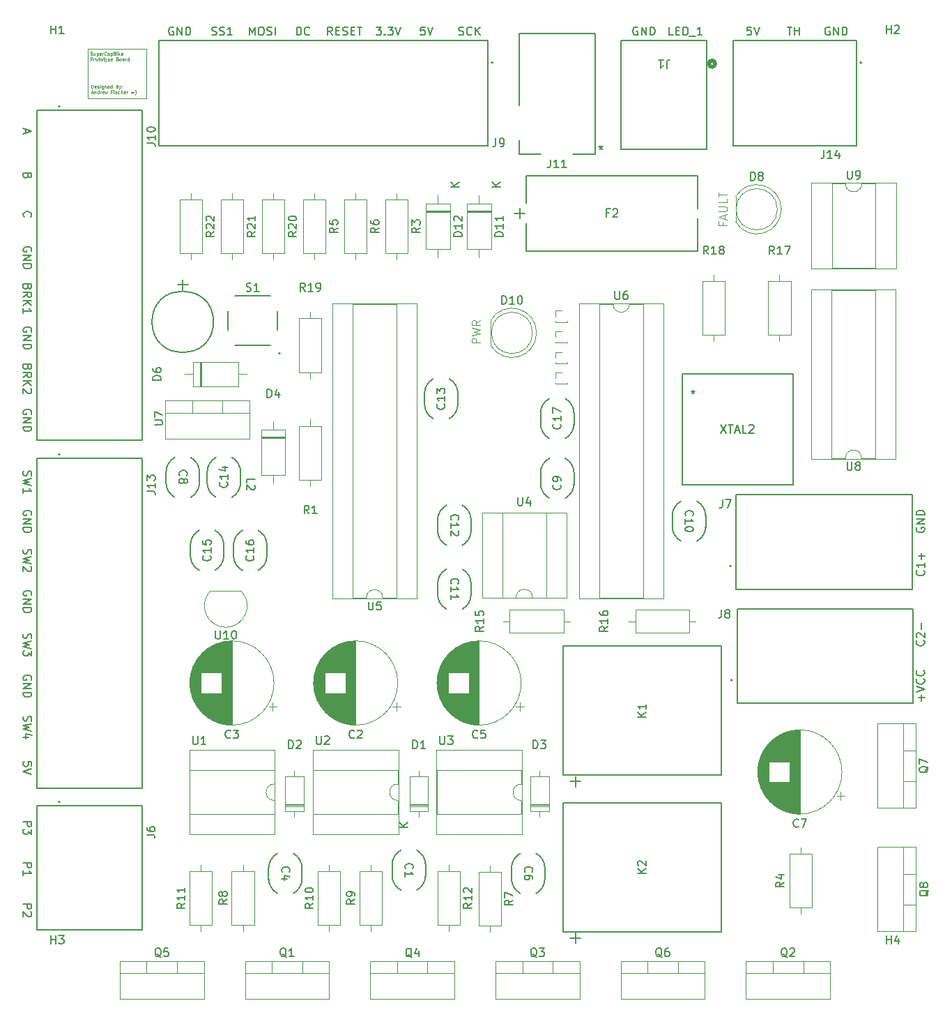
<source format=gbr>
%TF.GenerationSoftware,KiCad,Pcbnew,8.0.3*%
%TF.CreationDate,2024-10-02T18:43:36-07:00*%
%TF.ProjectId,SuperCapacitorBike,53757065-7243-4617-9061-6369746f7242,rev?*%
%TF.SameCoordinates,Original*%
%TF.FileFunction,Legend,Top*%
%TF.FilePolarity,Positive*%
%FSLAX46Y46*%
G04 Gerber Fmt 4.6, Leading zero omitted, Abs format (unit mm)*
G04 Created by KiCad (PCBNEW 8.0.3) date 2024-10-02 18:43:36*
%MOMM*%
%LPD*%
G01*
G04 APERTURE LIST*
%ADD10C,0.100000*%
%ADD11C,0.150000*%
%ADD12C,0.120000*%
%ADD13C,0.200000*%
%ADD14C,0.127000*%
%ADD15C,0.152400*%
%ADD16C,0.508000*%
G04 APERTURE END LIST*
D10*
X110598609Y-53112782D02*
X110598609Y-53446115D01*
X111122419Y-53446115D02*
X110122419Y-53446115D01*
X110122419Y-53446115D02*
X110122419Y-52969925D01*
X110836704Y-52636591D02*
X110836704Y-52160401D01*
X111122419Y-52731829D02*
X110122419Y-52398496D01*
X110122419Y-52398496D02*
X111122419Y-52065163D01*
X110122419Y-51731829D02*
X110931942Y-51731829D01*
X110931942Y-51731829D02*
X111027180Y-51684210D01*
X111027180Y-51684210D02*
X111074800Y-51636591D01*
X111074800Y-51636591D02*
X111122419Y-51541353D01*
X111122419Y-51541353D02*
X111122419Y-51350877D01*
X111122419Y-51350877D02*
X111074800Y-51255639D01*
X111074800Y-51255639D02*
X111027180Y-51208020D01*
X111027180Y-51208020D02*
X110931942Y-51160401D01*
X110931942Y-51160401D02*
X110122419Y-51160401D01*
X111122419Y-50208020D02*
X111122419Y-50684210D01*
X111122419Y-50684210D02*
X110122419Y-50684210D01*
X110122419Y-50017543D02*
X110122419Y-49446115D01*
X111122419Y-49731829D02*
X110122419Y-49731829D01*
X81122419Y-67696115D02*
X80122419Y-67696115D01*
X80122419Y-67696115D02*
X80122419Y-67315163D01*
X80122419Y-67315163D02*
X80170038Y-67219925D01*
X80170038Y-67219925D02*
X80217657Y-67172306D01*
X80217657Y-67172306D02*
X80312895Y-67124687D01*
X80312895Y-67124687D02*
X80455752Y-67124687D01*
X80455752Y-67124687D02*
X80550990Y-67172306D01*
X80550990Y-67172306D02*
X80598609Y-67219925D01*
X80598609Y-67219925D02*
X80646228Y-67315163D01*
X80646228Y-67315163D02*
X80646228Y-67696115D01*
X80122419Y-66791353D02*
X81122419Y-66553258D01*
X81122419Y-66553258D02*
X80408133Y-66362782D01*
X80408133Y-66362782D02*
X81122419Y-66172306D01*
X81122419Y-66172306D02*
X80122419Y-65934211D01*
X81122419Y-64981830D02*
X80646228Y-65315163D01*
X81122419Y-65553258D02*
X80122419Y-65553258D01*
X80122419Y-65553258D02*
X80122419Y-65172306D01*
X80122419Y-65172306D02*
X80170038Y-65077068D01*
X80170038Y-65077068D02*
X80217657Y-65029449D01*
X80217657Y-65029449D02*
X80312895Y-64981830D01*
X80312895Y-64981830D02*
X80455752Y-64981830D01*
X80455752Y-64981830D02*
X80550990Y-65029449D01*
X80550990Y-65029449D02*
X80598609Y-65077068D01*
X80598609Y-65077068D02*
X80646228Y-65172306D01*
X80646228Y-65172306D02*
X80646228Y-65553258D01*
D11*
X25677800Y-83289160D02*
X25630180Y-83432017D01*
X25630180Y-83432017D02*
X25630180Y-83670112D01*
X25630180Y-83670112D02*
X25677800Y-83765350D01*
X25677800Y-83765350D02*
X25725419Y-83812969D01*
X25725419Y-83812969D02*
X25820657Y-83860588D01*
X25820657Y-83860588D02*
X25915895Y-83860588D01*
X25915895Y-83860588D02*
X26011133Y-83812969D01*
X26011133Y-83812969D02*
X26058752Y-83765350D01*
X26058752Y-83765350D02*
X26106371Y-83670112D01*
X26106371Y-83670112D02*
X26153990Y-83479636D01*
X26153990Y-83479636D02*
X26201609Y-83384398D01*
X26201609Y-83384398D02*
X26249228Y-83336779D01*
X26249228Y-83336779D02*
X26344466Y-83289160D01*
X26344466Y-83289160D02*
X26439704Y-83289160D01*
X26439704Y-83289160D02*
X26534942Y-83336779D01*
X26534942Y-83336779D02*
X26582561Y-83384398D01*
X26582561Y-83384398D02*
X26630180Y-83479636D01*
X26630180Y-83479636D02*
X26630180Y-83717731D01*
X26630180Y-83717731D02*
X26582561Y-83860588D01*
X26630180Y-84193922D02*
X25630180Y-84432017D01*
X25630180Y-84432017D02*
X26344466Y-84622493D01*
X26344466Y-84622493D02*
X25630180Y-84812969D01*
X25630180Y-84812969D02*
X26630180Y-85051065D01*
X25630180Y-85955826D02*
X25630180Y-85384398D01*
X25630180Y-85670112D02*
X26630180Y-85670112D01*
X26630180Y-85670112D02*
X26487323Y-85574874D01*
X26487323Y-85574874D02*
X26392085Y-85479636D01*
X26392085Y-85479636D02*
X26344466Y-85384398D01*
X134738866Y-111163220D02*
X134738866Y-110401316D01*
X135119819Y-110782268D02*
X134357914Y-110782268D01*
X134119819Y-110067982D02*
X135119819Y-109734649D01*
X135119819Y-109734649D02*
X134119819Y-109401316D01*
X135024580Y-108496554D02*
X135072200Y-108544173D01*
X135072200Y-108544173D02*
X135119819Y-108687030D01*
X135119819Y-108687030D02*
X135119819Y-108782268D01*
X135119819Y-108782268D02*
X135072200Y-108925125D01*
X135072200Y-108925125D02*
X134976961Y-109020363D01*
X134976961Y-109020363D02*
X134881723Y-109067982D01*
X134881723Y-109067982D02*
X134691247Y-109115601D01*
X134691247Y-109115601D02*
X134548390Y-109115601D01*
X134548390Y-109115601D02*
X134357914Y-109067982D01*
X134357914Y-109067982D02*
X134262676Y-109020363D01*
X134262676Y-109020363D02*
X134167438Y-108925125D01*
X134167438Y-108925125D02*
X134119819Y-108782268D01*
X134119819Y-108782268D02*
X134119819Y-108687030D01*
X134119819Y-108687030D02*
X134167438Y-108544173D01*
X134167438Y-108544173D02*
X134215057Y-108496554D01*
X135024580Y-107496554D02*
X135072200Y-107544173D01*
X135072200Y-107544173D02*
X135119819Y-107687030D01*
X135119819Y-107687030D02*
X135119819Y-107782268D01*
X135119819Y-107782268D02*
X135072200Y-107925125D01*
X135072200Y-107925125D02*
X134976961Y-108020363D01*
X134976961Y-108020363D02*
X134881723Y-108067982D01*
X134881723Y-108067982D02*
X134691247Y-108115601D01*
X134691247Y-108115601D02*
X134548390Y-108115601D01*
X134548390Y-108115601D02*
X134357914Y-108067982D01*
X134357914Y-108067982D02*
X134262676Y-108020363D01*
X134262676Y-108020363D02*
X134167438Y-107925125D01*
X134167438Y-107925125D02*
X134119819Y-107782268D01*
X134119819Y-107782268D02*
X134119819Y-107687030D01*
X134119819Y-107687030D02*
X134167438Y-107544173D01*
X134167438Y-107544173D02*
X134215057Y-107496554D01*
X135024580Y-103841792D02*
X135072200Y-103889411D01*
X135072200Y-103889411D02*
X135119819Y-104032268D01*
X135119819Y-104032268D02*
X135119819Y-104127506D01*
X135119819Y-104127506D02*
X135072200Y-104270363D01*
X135072200Y-104270363D02*
X134976961Y-104365601D01*
X134976961Y-104365601D02*
X134881723Y-104413220D01*
X134881723Y-104413220D02*
X134691247Y-104460839D01*
X134691247Y-104460839D02*
X134548390Y-104460839D01*
X134548390Y-104460839D02*
X134357914Y-104413220D01*
X134357914Y-104413220D02*
X134262676Y-104365601D01*
X134262676Y-104365601D02*
X134167438Y-104270363D01*
X134167438Y-104270363D02*
X134119819Y-104127506D01*
X134119819Y-104127506D02*
X134119819Y-104032268D01*
X134119819Y-104032268D02*
X134167438Y-103889411D01*
X134167438Y-103889411D02*
X134215057Y-103841792D01*
X134215057Y-103460839D02*
X134167438Y-103413220D01*
X134167438Y-103413220D02*
X134119819Y-103317982D01*
X134119819Y-103317982D02*
X134119819Y-103079887D01*
X134119819Y-103079887D02*
X134167438Y-102984649D01*
X134167438Y-102984649D02*
X134215057Y-102937030D01*
X134215057Y-102937030D02*
X134310295Y-102889411D01*
X134310295Y-102889411D02*
X134405533Y-102889411D01*
X134405533Y-102889411D02*
X134548390Y-102937030D01*
X134548390Y-102937030D02*
X135119819Y-103508458D01*
X135119819Y-103508458D02*
X135119819Y-102889411D01*
X134738866Y-102460839D02*
X134738866Y-101698935D01*
X135024580Y-95341792D02*
X135072200Y-95389411D01*
X135072200Y-95389411D02*
X135119819Y-95532268D01*
X135119819Y-95532268D02*
X135119819Y-95627506D01*
X135119819Y-95627506D02*
X135072200Y-95770363D01*
X135072200Y-95770363D02*
X134976961Y-95865601D01*
X134976961Y-95865601D02*
X134881723Y-95913220D01*
X134881723Y-95913220D02*
X134691247Y-95960839D01*
X134691247Y-95960839D02*
X134548390Y-95960839D01*
X134548390Y-95960839D02*
X134357914Y-95913220D01*
X134357914Y-95913220D02*
X134262676Y-95865601D01*
X134262676Y-95865601D02*
X134167438Y-95770363D01*
X134167438Y-95770363D02*
X134119819Y-95627506D01*
X134119819Y-95627506D02*
X134119819Y-95532268D01*
X134119819Y-95532268D02*
X134167438Y-95389411D01*
X134167438Y-95389411D02*
X134215057Y-95341792D01*
X135119819Y-94389411D02*
X135119819Y-94960839D01*
X135119819Y-94675125D02*
X134119819Y-94675125D01*
X134119819Y-94675125D02*
X134262676Y-94770363D01*
X134262676Y-94770363D02*
X134357914Y-94865601D01*
X134357914Y-94865601D02*
X134405533Y-94960839D01*
X134738866Y-93960839D02*
X134738866Y-93198935D01*
X135119819Y-93579887D02*
X134357914Y-93579887D01*
X134167438Y-90139411D02*
X134119819Y-90234649D01*
X134119819Y-90234649D02*
X134119819Y-90377506D01*
X134119819Y-90377506D02*
X134167438Y-90520363D01*
X134167438Y-90520363D02*
X134262676Y-90615601D01*
X134262676Y-90615601D02*
X134357914Y-90663220D01*
X134357914Y-90663220D02*
X134548390Y-90710839D01*
X134548390Y-90710839D02*
X134691247Y-90710839D01*
X134691247Y-90710839D02*
X134881723Y-90663220D01*
X134881723Y-90663220D02*
X134976961Y-90615601D01*
X134976961Y-90615601D02*
X135072200Y-90520363D01*
X135072200Y-90520363D02*
X135119819Y-90377506D01*
X135119819Y-90377506D02*
X135119819Y-90282268D01*
X135119819Y-90282268D02*
X135072200Y-90139411D01*
X135072200Y-90139411D02*
X135024580Y-90091792D01*
X135024580Y-90091792D02*
X134691247Y-90091792D01*
X134691247Y-90091792D02*
X134691247Y-90282268D01*
X135119819Y-89663220D02*
X134119819Y-89663220D01*
X134119819Y-89663220D02*
X135119819Y-89091792D01*
X135119819Y-89091792D02*
X134119819Y-89091792D01*
X135119819Y-88615601D02*
X134119819Y-88615601D01*
X134119819Y-88615601D02*
X134119819Y-88377506D01*
X134119819Y-88377506D02*
X134167438Y-88234649D01*
X134167438Y-88234649D02*
X134262676Y-88139411D01*
X134262676Y-88139411D02*
X134357914Y-88091792D01*
X134357914Y-88091792D02*
X134548390Y-88044173D01*
X134548390Y-88044173D02*
X134691247Y-88044173D01*
X134691247Y-88044173D02*
X134881723Y-88091792D01*
X134881723Y-88091792D02*
X134976961Y-88139411D01*
X134976961Y-88139411D02*
X135072200Y-88234649D01*
X135072200Y-88234649D02*
X135119819Y-88377506D01*
X135119819Y-88377506D02*
X135119819Y-88615601D01*
X25630180Y-135836779D02*
X26630180Y-135836779D01*
X26630180Y-135836779D02*
X26630180Y-136217731D01*
X26630180Y-136217731D02*
X26582561Y-136312969D01*
X26582561Y-136312969D02*
X26534942Y-136360588D01*
X26534942Y-136360588D02*
X26439704Y-136408207D01*
X26439704Y-136408207D02*
X26296847Y-136408207D01*
X26296847Y-136408207D02*
X26201609Y-136360588D01*
X26201609Y-136360588D02*
X26153990Y-136312969D01*
X26153990Y-136312969D02*
X26106371Y-136217731D01*
X26106371Y-136217731D02*
X26106371Y-135836779D01*
X26534942Y-136789160D02*
X26582561Y-136836779D01*
X26582561Y-136836779D02*
X26630180Y-136932017D01*
X26630180Y-136932017D02*
X26630180Y-137170112D01*
X26630180Y-137170112D02*
X26582561Y-137265350D01*
X26582561Y-137265350D02*
X26534942Y-137312969D01*
X26534942Y-137312969D02*
X26439704Y-137360588D01*
X26439704Y-137360588D02*
X26344466Y-137360588D01*
X26344466Y-137360588D02*
X26201609Y-137312969D01*
X26201609Y-137312969D02*
X25630180Y-136741541D01*
X25630180Y-136741541D02*
X25630180Y-137360588D01*
X25630180Y-130836779D02*
X26630180Y-130836779D01*
X26630180Y-130836779D02*
X26630180Y-131217731D01*
X26630180Y-131217731D02*
X26582561Y-131312969D01*
X26582561Y-131312969D02*
X26534942Y-131360588D01*
X26534942Y-131360588D02*
X26439704Y-131408207D01*
X26439704Y-131408207D02*
X26296847Y-131408207D01*
X26296847Y-131408207D02*
X26201609Y-131360588D01*
X26201609Y-131360588D02*
X26153990Y-131312969D01*
X26153990Y-131312969D02*
X26106371Y-131217731D01*
X26106371Y-131217731D02*
X26106371Y-130836779D01*
X25630180Y-132360588D02*
X25630180Y-131789160D01*
X25630180Y-132074874D02*
X26630180Y-132074874D01*
X26630180Y-132074874D02*
X26487323Y-131979636D01*
X26487323Y-131979636D02*
X26392085Y-131884398D01*
X26392085Y-131884398D02*
X26344466Y-131789160D01*
X25630180Y-125836779D02*
X26630180Y-125836779D01*
X26630180Y-125836779D02*
X26630180Y-126217731D01*
X26630180Y-126217731D02*
X26582561Y-126312969D01*
X26582561Y-126312969D02*
X26534942Y-126360588D01*
X26534942Y-126360588D02*
X26439704Y-126408207D01*
X26439704Y-126408207D02*
X26296847Y-126408207D01*
X26296847Y-126408207D02*
X26201609Y-126360588D01*
X26201609Y-126360588D02*
X26153990Y-126312969D01*
X26153990Y-126312969D02*
X26106371Y-126217731D01*
X26106371Y-126217731D02*
X26106371Y-125836779D01*
X26630180Y-126741541D02*
X26630180Y-127360588D01*
X26630180Y-127360588D02*
X26249228Y-127027255D01*
X26249228Y-127027255D02*
X26249228Y-127170112D01*
X26249228Y-127170112D02*
X26201609Y-127265350D01*
X26201609Y-127265350D02*
X26153990Y-127312969D01*
X26153990Y-127312969D02*
X26058752Y-127360588D01*
X26058752Y-127360588D02*
X25820657Y-127360588D01*
X25820657Y-127360588D02*
X25725419Y-127312969D01*
X25725419Y-127312969D02*
X25677800Y-127265350D01*
X25677800Y-127265350D02*
X25630180Y-127170112D01*
X25630180Y-127170112D02*
X25630180Y-126884398D01*
X25630180Y-126884398D02*
X25677800Y-126789160D01*
X25677800Y-126789160D02*
X25725419Y-126741541D01*
X26630180Y-119062969D02*
X26630180Y-118586779D01*
X26630180Y-118586779D02*
X26153990Y-118539160D01*
X26153990Y-118539160D02*
X26201609Y-118586779D01*
X26201609Y-118586779D02*
X26249228Y-118682017D01*
X26249228Y-118682017D02*
X26249228Y-118920112D01*
X26249228Y-118920112D02*
X26201609Y-119015350D01*
X26201609Y-119015350D02*
X26153990Y-119062969D01*
X26153990Y-119062969D02*
X26058752Y-119110588D01*
X26058752Y-119110588D02*
X25820657Y-119110588D01*
X25820657Y-119110588D02*
X25725419Y-119062969D01*
X25725419Y-119062969D02*
X25677800Y-119015350D01*
X25677800Y-119015350D02*
X25630180Y-118920112D01*
X25630180Y-118920112D02*
X25630180Y-118682017D01*
X25630180Y-118682017D02*
X25677800Y-118586779D01*
X25677800Y-118586779D02*
X25725419Y-118539160D01*
X26630180Y-119396303D02*
X25630180Y-119729636D01*
X25630180Y-119729636D02*
X26630180Y-120062969D01*
X26582561Y-108610588D02*
X26630180Y-108515350D01*
X26630180Y-108515350D02*
X26630180Y-108372493D01*
X26630180Y-108372493D02*
X26582561Y-108229636D01*
X26582561Y-108229636D02*
X26487323Y-108134398D01*
X26487323Y-108134398D02*
X26392085Y-108086779D01*
X26392085Y-108086779D02*
X26201609Y-108039160D01*
X26201609Y-108039160D02*
X26058752Y-108039160D01*
X26058752Y-108039160D02*
X25868276Y-108086779D01*
X25868276Y-108086779D02*
X25773038Y-108134398D01*
X25773038Y-108134398D02*
X25677800Y-108229636D01*
X25677800Y-108229636D02*
X25630180Y-108372493D01*
X25630180Y-108372493D02*
X25630180Y-108467731D01*
X25630180Y-108467731D02*
X25677800Y-108610588D01*
X25677800Y-108610588D02*
X25725419Y-108658207D01*
X25725419Y-108658207D02*
X26058752Y-108658207D01*
X26058752Y-108658207D02*
X26058752Y-108467731D01*
X25630180Y-109086779D02*
X26630180Y-109086779D01*
X26630180Y-109086779D02*
X25630180Y-109658207D01*
X25630180Y-109658207D02*
X26630180Y-109658207D01*
X25630180Y-110134398D02*
X26630180Y-110134398D01*
X26630180Y-110134398D02*
X26630180Y-110372493D01*
X26630180Y-110372493D02*
X26582561Y-110515350D01*
X26582561Y-110515350D02*
X26487323Y-110610588D01*
X26487323Y-110610588D02*
X26392085Y-110658207D01*
X26392085Y-110658207D02*
X26201609Y-110705826D01*
X26201609Y-110705826D02*
X26058752Y-110705826D01*
X26058752Y-110705826D02*
X25868276Y-110658207D01*
X25868276Y-110658207D02*
X25773038Y-110610588D01*
X25773038Y-110610588D02*
X25677800Y-110515350D01*
X25677800Y-110515350D02*
X25630180Y-110372493D01*
X25630180Y-110372493D02*
X25630180Y-110134398D01*
X25677800Y-113039160D02*
X25630180Y-113182017D01*
X25630180Y-113182017D02*
X25630180Y-113420112D01*
X25630180Y-113420112D02*
X25677800Y-113515350D01*
X25677800Y-113515350D02*
X25725419Y-113562969D01*
X25725419Y-113562969D02*
X25820657Y-113610588D01*
X25820657Y-113610588D02*
X25915895Y-113610588D01*
X25915895Y-113610588D02*
X26011133Y-113562969D01*
X26011133Y-113562969D02*
X26058752Y-113515350D01*
X26058752Y-113515350D02*
X26106371Y-113420112D01*
X26106371Y-113420112D02*
X26153990Y-113229636D01*
X26153990Y-113229636D02*
X26201609Y-113134398D01*
X26201609Y-113134398D02*
X26249228Y-113086779D01*
X26249228Y-113086779D02*
X26344466Y-113039160D01*
X26344466Y-113039160D02*
X26439704Y-113039160D01*
X26439704Y-113039160D02*
X26534942Y-113086779D01*
X26534942Y-113086779D02*
X26582561Y-113134398D01*
X26582561Y-113134398D02*
X26630180Y-113229636D01*
X26630180Y-113229636D02*
X26630180Y-113467731D01*
X26630180Y-113467731D02*
X26582561Y-113610588D01*
X26630180Y-113943922D02*
X25630180Y-114182017D01*
X25630180Y-114182017D02*
X26344466Y-114372493D01*
X26344466Y-114372493D02*
X25630180Y-114562969D01*
X25630180Y-114562969D02*
X26630180Y-114801065D01*
X26296847Y-115610588D02*
X25630180Y-115610588D01*
X26677800Y-115372493D02*
X25963514Y-115134398D01*
X25963514Y-115134398D02*
X25963514Y-115753445D01*
X25677800Y-103039160D02*
X25630180Y-103182017D01*
X25630180Y-103182017D02*
X25630180Y-103420112D01*
X25630180Y-103420112D02*
X25677800Y-103515350D01*
X25677800Y-103515350D02*
X25725419Y-103562969D01*
X25725419Y-103562969D02*
X25820657Y-103610588D01*
X25820657Y-103610588D02*
X25915895Y-103610588D01*
X25915895Y-103610588D02*
X26011133Y-103562969D01*
X26011133Y-103562969D02*
X26058752Y-103515350D01*
X26058752Y-103515350D02*
X26106371Y-103420112D01*
X26106371Y-103420112D02*
X26153990Y-103229636D01*
X26153990Y-103229636D02*
X26201609Y-103134398D01*
X26201609Y-103134398D02*
X26249228Y-103086779D01*
X26249228Y-103086779D02*
X26344466Y-103039160D01*
X26344466Y-103039160D02*
X26439704Y-103039160D01*
X26439704Y-103039160D02*
X26534942Y-103086779D01*
X26534942Y-103086779D02*
X26582561Y-103134398D01*
X26582561Y-103134398D02*
X26630180Y-103229636D01*
X26630180Y-103229636D02*
X26630180Y-103467731D01*
X26630180Y-103467731D02*
X26582561Y-103610588D01*
X26630180Y-103943922D02*
X25630180Y-104182017D01*
X25630180Y-104182017D02*
X26344466Y-104372493D01*
X26344466Y-104372493D02*
X25630180Y-104562969D01*
X25630180Y-104562969D02*
X26630180Y-104801065D01*
X26630180Y-105086779D02*
X26630180Y-105705826D01*
X26630180Y-105705826D02*
X26249228Y-105372493D01*
X26249228Y-105372493D02*
X26249228Y-105515350D01*
X26249228Y-105515350D02*
X26201609Y-105610588D01*
X26201609Y-105610588D02*
X26153990Y-105658207D01*
X26153990Y-105658207D02*
X26058752Y-105705826D01*
X26058752Y-105705826D02*
X25820657Y-105705826D01*
X25820657Y-105705826D02*
X25725419Y-105658207D01*
X25725419Y-105658207D02*
X25677800Y-105610588D01*
X25677800Y-105610588D02*
X25630180Y-105515350D01*
X25630180Y-105515350D02*
X25630180Y-105229636D01*
X25630180Y-105229636D02*
X25677800Y-105134398D01*
X25677800Y-105134398D02*
X25725419Y-105086779D01*
X26582561Y-98360588D02*
X26630180Y-98265350D01*
X26630180Y-98265350D02*
X26630180Y-98122493D01*
X26630180Y-98122493D02*
X26582561Y-97979636D01*
X26582561Y-97979636D02*
X26487323Y-97884398D01*
X26487323Y-97884398D02*
X26392085Y-97836779D01*
X26392085Y-97836779D02*
X26201609Y-97789160D01*
X26201609Y-97789160D02*
X26058752Y-97789160D01*
X26058752Y-97789160D02*
X25868276Y-97836779D01*
X25868276Y-97836779D02*
X25773038Y-97884398D01*
X25773038Y-97884398D02*
X25677800Y-97979636D01*
X25677800Y-97979636D02*
X25630180Y-98122493D01*
X25630180Y-98122493D02*
X25630180Y-98217731D01*
X25630180Y-98217731D02*
X25677800Y-98360588D01*
X25677800Y-98360588D02*
X25725419Y-98408207D01*
X25725419Y-98408207D02*
X26058752Y-98408207D01*
X26058752Y-98408207D02*
X26058752Y-98217731D01*
X25630180Y-98836779D02*
X26630180Y-98836779D01*
X26630180Y-98836779D02*
X25630180Y-99408207D01*
X25630180Y-99408207D02*
X26630180Y-99408207D01*
X25630180Y-99884398D02*
X26630180Y-99884398D01*
X26630180Y-99884398D02*
X26630180Y-100122493D01*
X26630180Y-100122493D02*
X26582561Y-100265350D01*
X26582561Y-100265350D02*
X26487323Y-100360588D01*
X26487323Y-100360588D02*
X26392085Y-100408207D01*
X26392085Y-100408207D02*
X26201609Y-100455826D01*
X26201609Y-100455826D02*
X26058752Y-100455826D01*
X26058752Y-100455826D02*
X25868276Y-100408207D01*
X25868276Y-100408207D02*
X25773038Y-100360588D01*
X25773038Y-100360588D02*
X25677800Y-100265350D01*
X25677800Y-100265350D02*
X25630180Y-100122493D01*
X25630180Y-100122493D02*
X25630180Y-99884398D01*
X25677800Y-92789160D02*
X25630180Y-92932017D01*
X25630180Y-92932017D02*
X25630180Y-93170112D01*
X25630180Y-93170112D02*
X25677800Y-93265350D01*
X25677800Y-93265350D02*
X25725419Y-93312969D01*
X25725419Y-93312969D02*
X25820657Y-93360588D01*
X25820657Y-93360588D02*
X25915895Y-93360588D01*
X25915895Y-93360588D02*
X26011133Y-93312969D01*
X26011133Y-93312969D02*
X26058752Y-93265350D01*
X26058752Y-93265350D02*
X26106371Y-93170112D01*
X26106371Y-93170112D02*
X26153990Y-92979636D01*
X26153990Y-92979636D02*
X26201609Y-92884398D01*
X26201609Y-92884398D02*
X26249228Y-92836779D01*
X26249228Y-92836779D02*
X26344466Y-92789160D01*
X26344466Y-92789160D02*
X26439704Y-92789160D01*
X26439704Y-92789160D02*
X26534942Y-92836779D01*
X26534942Y-92836779D02*
X26582561Y-92884398D01*
X26582561Y-92884398D02*
X26630180Y-92979636D01*
X26630180Y-92979636D02*
X26630180Y-93217731D01*
X26630180Y-93217731D02*
X26582561Y-93360588D01*
X26630180Y-93693922D02*
X25630180Y-93932017D01*
X25630180Y-93932017D02*
X26344466Y-94122493D01*
X26344466Y-94122493D02*
X25630180Y-94312969D01*
X25630180Y-94312969D02*
X26630180Y-94551065D01*
X26534942Y-94884398D02*
X26582561Y-94932017D01*
X26582561Y-94932017D02*
X26630180Y-95027255D01*
X26630180Y-95027255D02*
X26630180Y-95265350D01*
X26630180Y-95265350D02*
X26582561Y-95360588D01*
X26582561Y-95360588D02*
X26534942Y-95408207D01*
X26534942Y-95408207D02*
X26439704Y-95455826D01*
X26439704Y-95455826D02*
X26344466Y-95455826D01*
X26344466Y-95455826D02*
X26201609Y-95408207D01*
X26201609Y-95408207D02*
X25630180Y-94836779D01*
X25630180Y-94836779D02*
X25630180Y-95455826D01*
X26582561Y-88610588D02*
X26630180Y-88515350D01*
X26630180Y-88515350D02*
X26630180Y-88372493D01*
X26630180Y-88372493D02*
X26582561Y-88229636D01*
X26582561Y-88229636D02*
X26487323Y-88134398D01*
X26487323Y-88134398D02*
X26392085Y-88086779D01*
X26392085Y-88086779D02*
X26201609Y-88039160D01*
X26201609Y-88039160D02*
X26058752Y-88039160D01*
X26058752Y-88039160D02*
X25868276Y-88086779D01*
X25868276Y-88086779D02*
X25773038Y-88134398D01*
X25773038Y-88134398D02*
X25677800Y-88229636D01*
X25677800Y-88229636D02*
X25630180Y-88372493D01*
X25630180Y-88372493D02*
X25630180Y-88467731D01*
X25630180Y-88467731D02*
X25677800Y-88610588D01*
X25677800Y-88610588D02*
X25725419Y-88658207D01*
X25725419Y-88658207D02*
X26058752Y-88658207D01*
X26058752Y-88658207D02*
X26058752Y-88467731D01*
X25630180Y-89086779D02*
X26630180Y-89086779D01*
X26630180Y-89086779D02*
X25630180Y-89658207D01*
X25630180Y-89658207D02*
X26630180Y-89658207D01*
X25630180Y-90134398D02*
X26630180Y-90134398D01*
X26630180Y-90134398D02*
X26630180Y-90372493D01*
X26630180Y-90372493D02*
X26582561Y-90515350D01*
X26582561Y-90515350D02*
X26487323Y-90610588D01*
X26487323Y-90610588D02*
X26392085Y-90658207D01*
X26392085Y-90658207D02*
X26201609Y-90705826D01*
X26201609Y-90705826D02*
X26058752Y-90705826D01*
X26058752Y-90705826D02*
X25868276Y-90658207D01*
X25868276Y-90658207D02*
X25773038Y-90610588D01*
X25773038Y-90610588D02*
X25677800Y-90515350D01*
X25677800Y-90515350D02*
X25630180Y-90372493D01*
X25630180Y-90372493D02*
X25630180Y-90134398D01*
X25915895Y-41789160D02*
X25915895Y-42265350D01*
X25630180Y-41693922D02*
X26630180Y-42027255D01*
X26630180Y-42027255D02*
X25630180Y-42360588D01*
X26153990Y-47420112D02*
X26106371Y-47562969D01*
X26106371Y-47562969D02*
X26058752Y-47610588D01*
X26058752Y-47610588D02*
X25963514Y-47658207D01*
X25963514Y-47658207D02*
X25820657Y-47658207D01*
X25820657Y-47658207D02*
X25725419Y-47610588D01*
X25725419Y-47610588D02*
X25677800Y-47562969D01*
X25677800Y-47562969D02*
X25630180Y-47467731D01*
X25630180Y-47467731D02*
X25630180Y-47086779D01*
X25630180Y-47086779D02*
X26630180Y-47086779D01*
X26630180Y-47086779D02*
X26630180Y-47420112D01*
X26630180Y-47420112D02*
X26582561Y-47515350D01*
X26582561Y-47515350D02*
X26534942Y-47562969D01*
X26534942Y-47562969D02*
X26439704Y-47610588D01*
X26439704Y-47610588D02*
X26344466Y-47610588D01*
X26344466Y-47610588D02*
X26249228Y-47562969D01*
X26249228Y-47562969D02*
X26201609Y-47515350D01*
X26201609Y-47515350D02*
X26153990Y-47420112D01*
X26153990Y-47420112D02*
X26153990Y-47086779D01*
X25725419Y-52408207D02*
X25677800Y-52360588D01*
X25677800Y-52360588D02*
X25630180Y-52217731D01*
X25630180Y-52217731D02*
X25630180Y-52122493D01*
X25630180Y-52122493D02*
X25677800Y-51979636D01*
X25677800Y-51979636D02*
X25773038Y-51884398D01*
X25773038Y-51884398D02*
X25868276Y-51836779D01*
X25868276Y-51836779D02*
X26058752Y-51789160D01*
X26058752Y-51789160D02*
X26201609Y-51789160D01*
X26201609Y-51789160D02*
X26392085Y-51836779D01*
X26392085Y-51836779D02*
X26487323Y-51884398D01*
X26487323Y-51884398D02*
X26582561Y-51979636D01*
X26582561Y-51979636D02*
X26630180Y-52122493D01*
X26630180Y-52122493D02*
X26630180Y-52217731D01*
X26630180Y-52217731D02*
X26582561Y-52360588D01*
X26582561Y-52360588D02*
X26534942Y-52408207D01*
X26582561Y-56610588D02*
X26630180Y-56515350D01*
X26630180Y-56515350D02*
X26630180Y-56372493D01*
X26630180Y-56372493D02*
X26582561Y-56229636D01*
X26582561Y-56229636D02*
X26487323Y-56134398D01*
X26487323Y-56134398D02*
X26392085Y-56086779D01*
X26392085Y-56086779D02*
X26201609Y-56039160D01*
X26201609Y-56039160D02*
X26058752Y-56039160D01*
X26058752Y-56039160D02*
X25868276Y-56086779D01*
X25868276Y-56086779D02*
X25773038Y-56134398D01*
X25773038Y-56134398D02*
X25677800Y-56229636D01*
X25677800Y-56229636D02*
X25630180Y-56372493D01*
X25630180Y-56372493D02*
X25630180Y-56467731D01*
X25630180Y-56467731D02*
X25677800Y-56610588D01*
X25677800Y-56610588D02*
X25725419Y-56658207D01*
X25725419Y-56658207D02*
X26058752Y-56658207D01*
X26058752Y-56658207D02*
X26058752Y-56467731D01*
X25630180Y-57086779D02*
X26630180Y-57086779D01*
X26630180Y-57086779D02*
X25630180Y-57658207D01*
X25630180Y-57658207D02*
X26630180Y-57658207D01*
X25630180Y-58134398D02*
X26630180Y-58134398D01*
X26630180Y-58134398D02*
X26630180Y-58372493D01*
X26630180Y-58372493D02*
X26582561Y-58515350D01*
X26582561Y-58515350D02*
X26487323Y-58610588D01*
X26487323Y-58610588D02*
X26392085Y-58658207D01*
X26392085Y-58658207D02*
X26201609Y-58705826D01*
X26201609Y-58705826D02*
X26058752Y-58705826D01*
X26058752Y-58705826D02*
X25868276Y-58658207D01*
X25868276Y-58658207D02*
X25773038Y-58610588D01*
X25773038Y-58610588D02*
X25677800Y-58515350D01*
X25677800Y-58515350D02*
X25630180Y-58372493D01*
X25630180Y-58372493D02*
X25630180Y-58134398D01*
X26153990Y-60920112D02*
X26106371Y-61062969D01*
X26106371Y-61062969D02*
X26058752Y-61110588D01*
X26058752Y-61110588D02*
X25963514Y-61158207D01*
X25963514Y-61158207D02*
X25820657Y-61158207D01*
X25820657Y-61158207D02*
X25725419Y-61110588D01*
X25725419Y-61110588D02*
X25677800Y-61062969D01*
X25677800Y-61062969D02*
X25630180Y-60967731D01*
X25630180Y-60967731D02*
X25630180Y-60586779D01*
X25630180Y-60586779D02*
X26630180Y-60586779D01*
X26630180Y-60586779D02*
X26630180Y-60920112D01*
X26630180Y-60920112D02*
X26582561Y-61015350D01*
X26582561Y-61015350D02*
X26534942Y-61062969D01*
X26534942Y-61062969D02*
X26439704Y-61110588D01*
X26439704Y-61110588D02*
X26344466Y-61110588D01*
X26344466Y-61110588D02*
X26249228Y-61062969D01*
X26249228Y-61062969D02*
X26201609Y-61015350D01*
X26201609Y-61015350D02*
X26153990Y-60920112D01*
X26153990Y-60920112D02*
X26153990Y-60586779D01*
X25630180Y-62158207D02*
X26106371Y-61824874D01*
X25630180Y-61586779D02*
X26630180Y-61586779D01*
X26630180Y-61586779D02*
X26630180Y-61967731D01*
X26630180Y-61967731D02*
X26582561Y-62062969D01*
X26582561Y-62062969D02*
X26534942Y-62110588D01*
X26534942Y-62110588D02*
X26439704Y-62158207D01*
X26439704Y-62158207D02*
X26296847Y-62158207D01*
X26296847Y-62158207D02*
X26201609Y-62110588D01*
X26201609Y-62110588D02*
X26153990Y-62062969D01*
X26153990Y-62062969D02*
X26106371Y-61967731D01*
X26106371Y-61967731D02*
X26106371Y-61586779D01*
X25630180Y-62586779D02*
X26630180Y-62586779D01*
X25630180Y-63158207D02*
X26201609Y-62729636D01*
X26630180Y-63158207D02*
X26058752Y-62586779D01*
X25630180Y-64110588D02*
X25630180Y-63539160D01*
X25630180Y-63824874D02*
X26630180Y-63824874D01*
X26630180Y-63824874D02*
X26487323Y-63729636D01*
X26487323Y-63729636D02*
X26392085Y-63634398D01*
X26392085Y-63634398D02*
X26344466Y-63539160D01*
X26582561Y-76360588D02*
X26630180Y-76265350D01*
X26630180Y-76265350D02*
X26630180Y-76122493D01*
X26630180Y-76122493D02*
X26582561Y-75979636D01*
X26582561Y-75979636D02*
X26487323Y-75884398D01*
X26487323Y-75884398D02*
X26392085Y-75836779D01*
X26392085Y-75836779D02*
X26201609Y-75789160D01*
X26201609Y-75789160D02*
X26058752Y-75789160D01*
X26058752Y-75789160D02*
X25868276Y-75836779D01*
X25868276Y-75836779D02*
X25773038Y-75884398D01*
X25773038Y-75884398D02*
X25677800Y-75979636D01*
X25677800Y-75979636D02*
X25630180Y-76122493D01*
X25630180Y-76122493D02*
X25630180Y-76217731D01*
X25630180Y-76217731D02*
X25677800Y-76360588D01*
X25677800Y-76360588D02*
X25725419Y-76408207D01*
X25725419Y-76408207D02*
X26058752Y-76408207D01*
X26058752Y-76408207D02*
X26058752Y-76217731D01*
X25630180Y-76836779D02*
X26630180Y-76836779D01*
X26630180Y-76836779D02*
X25630180Y-77408207D01*
X25630180Y-77408207D02*
X26630180Y-77408207D01*
X25630180Y-77884398D02*
X26630180Y-77884398D01*
X26630180Y-77884398D02*
X26630180Y-78122493D01*
X26630180Y-78122493D02*
X26582561Y-78265350D01*
X26582561Y-78265350D02*
X26487323Y-78360588D01*
X26487323Y-78360588D02*
X26392085Y-78408207D01*
X26392085Y-78408207D02*
X26201609Y-78455826D01*
X26201609Y-78455826D02*
X26058752Y-78455826D01*
X26058752Y-78455826D02*
X25868276Y-78408207D01*
X25868276Y-78408207D02*
X25773038Y-78360588D01*
X25773038Y-78360588D02*
X25677800Y-78265350D01*
X25677800Y-78265350D02*
X25630180Y-78122493D01*
X25630180Y-78122493D02*
X25630180Y-77884398D01*
X26153990Y-70670112D02*
X26106371Y-70812969D01*
X26106371Y-70812969D02*
X26058752Y-70860588D01*
X26058752Y-70860588D02*
X25963514Y-70908207D01*
X25963514Y-70908207D02*
X25820657Y-70908207D01*
X25820657Y-70908207D02*
X25725419Y-70860588D01*
X25725419Y-70860588D02*
X25677800Y-70812969D01*
X25677800Y-70812969D02*
X25630180Y-70717731D01*
X25630180Y-70717731D02*
X25630180Y-70336779D01*
X25630180Y-70336779D02*
X26630180Y-70336779D01*
X26630180Y-70336779D02*
X26630180Y-70670112D01*
X26630180Y-70670112D02*
X26582561Y-70765350D01*
X26582561Y-70765350D02*
X26534942Y-70812969D01*
X26534942Y-70812969D02*
X26439704Y-70860588D01*
X26439704Y-70860588D02*
X26344466Y-70860588D01*
X26344466Y-70860588D02*
X26249228Y-70812969D01*
X26249228Y-70812969D02*
X26201609Y-70765350D01*
X26201609Y-70765350D02*
X26153990Y-70670112D01*
X26153990Y-70670112D02*
X26153990Y-70336779D01*
X25630180Y-71908207D02*
X26106371Y-71574874D01*
X25630180Y-71336779D02*
X26630180Y-71336779D01*
X26630180Y-71336779D02*
X26630180Y-71717731D01*
X26630180Y-71717731D02*
X26582561Y-71812969D01*
X26582561Y-71812969D02*
X26534942Y-71860588D01*
X26534942Y-71860588D02*
X26439704Y-71908207D01*
X26439704Y-71908207D02*
X26296847Y-71908207D01*
X26296847Y-71908207D02*
X26201609Y-71860588D01*
X26201609Y-71860588D02*
X26153990Y-71812969D01*
X26153990Y-71812969D02*
X26106371Y-71717731D01*
X26106371Y-71717731D02*
X26106371Y-71336779D01*
X25630180Y-72336779D02*
X26630180Y-72336779D01*
X25630180Y-72908207D02*
X26201609Y-72479636D01*
X26630180Y-72908207D02*
X26058752Y-72336779D01*
X26534942Y-73289160D02*
X26582561Y-73336779D01*
X26582561Y-73336779D02*
X26630180Y-73432017D01*
X26630180Y-73432017D02*
X26630180Y-73670112D01*
X26630180Y-73670112D02*
X26582561Y-73765350D01*
X26582561Y-73765350D02*
X26534942Y-73812969D01*
X26534942Y-73812969D02*
X26439704Y-73860588D01*
X26439704Y-73860588D02*
X26344466Y-73860588D01*
X26344466Y-73860588D02*
X26201609Y-73812969D01*
X26201609Y-73812969D02*
X25630180Y-73241541D01*
X25630180Y-73241541D02*
X25630180Y-73860588D01*
X26582561Y-66360588D02*
X26630180Y-66265350D01*
X26630180Y-66265350D02*
X26630180Y-66122493D01*
X26630180Y-66122493D02*
X26582561Y-65979636D01*
X26582561Y-65979636D02*
X26487323Y-65884398D01*
X26487323Y-65884398D02*
X26392085Y-65836779D01*
X26392085Y-65836779D02*
X26201609Y-65789160D01*
X26201609Y-65789160D02*
X26058752Y-65789160D01*
X26058752Y-65789160D02*
X25868276Y-65836779D01*
X25868276Y-65836779D02*
X25773038Y-65884398D01*
X25773038Y-65884398D02*
X25677800Y-65979636D01*
X25677800Y-65979636D02*
X25630180Y-66122493D01*
X25630180Y-66122493D02*
X25630180Y-66217731D01*
X25630180Y-66217731D02*
X25677800Y-66360588D01*
X25677800Y-66360588D02*
X25725419Y-66408207D01*
X25725419Y-66408207D02*
X26058752Y-66408207D01*
X26058752Y-66408207D02*
X26058752Y-66217731D01*
X25630180Y-66836779D02*
X26630180Y-66836779D01*
X26630180Y-66836779D02*
X25630180Y-67408207D01*
X25630180Y-67408207D02*
X26630180Y-67408207D01*
X25630180Y-67884398D02*
X26630180Y-67884398D01*
X26630180Y-67884398D02*
X26630180Y-68122493D01*
X26630180Y-68122493D02*
X26582561Y-68265350D01*
X26582561Y-68265350D02*
X26487323Y-68360588D01*
X26487323Y-68360588D02*
X26392085Y-68408207D01*
X26392085Y-68408207D02*
X26201609Y-68455826D01*
X26201609Y-68455826D02*
X26058752Y-68455826D01*
X26058752Y-68455826D02*
X25868276Y-68408207D01*
X25868276Y-68408207D02*
X25773038Y-68360588D01*
X25773038Y-68360588D02*
X25677800Y-68265350D01*
X25677800Y-68265350D02*
X25630180Y-68122493D01*
X25630180Y-68122493D02*
X25630180Y-67884398D01*
X123610588Y-29417438D02*
X123515350Y-29369819D01*
X123515350Y-29369819D02*
X123372493Y-29369819D01*
X123372493Y-29369819D02*
X123229636Y-29417438D01*
X123229636Y-29417438D02*
X123134398Y-29512676D01*
X123134398Y-29512676D02*
X123086779Y-29607914D01*
X123086779Y-29607914D02*
X123039160Y-29798390D01*
X123039160Y-29798390D02*
X123039160Y-29941247D01*
X123039160Y-29941247D02*
X123086779Y-30131723D01*
X123086779Y-30131723D02*
X123134398Y-30226961D01*
X123134398Y-30226961D02*
X123229636Y-30322200D01*
X123229636Y-30322200D02*
X123372493Y-30369819D01*
X123372493Y-30369819D02*
X123467731Y-30369819D01*
X123467731Y-30369819D02*
X123610588Y-30322200D01*
X123610588Y-30322200D02*
X123658207Y-30274580D01*
X123658207Y-30274580D02*
X123658207Y-29941247D01*
X123658207Y-29941247D02*
X123467731Y-29941247D01*
X124086779Y-30369819D02*
X124086779Y-29369819D01*
X124086779Y-29369819D02*
X124658207Y-30369819D01*
X124658207Y-30369819D02*
X124658207Y-29369819D01*
X125134398Y-30369819D02*
X125134398Y-29369819D01*
X125134398Y-29369819D02*
X125372493Y-29369819D01*
X125372493Y-29369819D02*
X125515350Y-29417438D01*
X125515350Y-29417438D02*
X125610588Y-29512676D01*
X125610588Y-29512676D02*
X125658207Y-29607914D01*
X125658207Y-29607914D02*
X125705826Y-29798390D01*
X125705826Y-29798390D02*
X125705826Y-29941247D01*
X125705826Y-29941247D02*
X125658207Y-30131723D01*
X125658207Y-30131723D02*
X125610588Y-30226961D01*
X125610588Y-30226961D02*
X125515350Y-30322200D01*
X125515350Y-30322200D02*
X125372493Y-30369819D01*
X125372493Y-30369819D02*
X125134398Y-30369819D01*
X118443922Y-29369819D02*
X119015350Y-29369819D01*
X118729636Y-30369819D02*
X118729636Y-29369819D01*
X119348684Y-30369819D02*
X119348684Y-29369819D01*
X119348684Y-29846009D02*
X119920112Y-29846009D01*
X119920112Y-30369819D02*
X119920112Y-29369819D01*
X114062969Y-29369819D02*
X113586779Y-29369819D01*
X113586779Y-29369819D02*
X113539160Y-29846009D01*
X113539160Y-29846009D02*
X113586779Y-29798390D01*
X113586779Y-29798390D02*
X113682017Y-29750771D01*
X113682017Y-29750771D02*
X113920112Y-29750771D01*
X113920112Y-29750771D02*
X114015350Y-29798390D01*
X114015350Y-29798390D02*
X114062969Y-29846009D01*
X114062969Y-29846009D02*
X114110588Y-29941247D01*
X114110588Y-29941247D02*
X114110588Y-30179342D01*
X114110588Y-30179342D02*
X114062969Y-30274580D01*
X114062969Y-30274580D02*
X114015350Y-30322200D01*
X114015350Y-30322200D02*
X113920112Y-30369819D01*
X113920112Y-30369819D02*
X113682017Y-30369819D01*
X113682017Y-30369819D02*
X113586779Y-30322200D01*
X113586779Y-30322200D02*
X113539160Y-30274580D01*
X114396303Y-29369819D02*
X114729636Y-30369819D01*
X114729636Y-30369819D02*
X115062969Y-29369819D01*
X104562969Y-30369819D02*
X104086779Y-30369819D01*
X104086779Y-30369819D02*
X104086779Y-29369819D01*
X104896303Y-29846009D02*
X105229636Y-29846009D01*
X105372493Y-30369819D02*
X104896303Y-30369819D01*
X104896303Y-30369819D02*
X104896303Y-29369819D01*
X104896303Y-29369819D02*
X105372493Y-29369819D01*
X105801065Y-30369819D02*
X105801065Y-29369819D01*
X105801065Y-29369819D02*
X106039160Y-29369819D01*
X106039160Y-29369819D02*
X106182017Y-29417438D01*
X106182017Y-29417438D02*
X106277255Y-29512676D01*
X106277255Y-29512676D02*
X106324874Y-29607914D01*
X106324874Y-29607914D02*
X106372493Y-29798390D01*
X106372493Y-29798390D02*
X106372493Y-29941247D01*
X106372493Y-29941247D02*
X106324874Y-30131723D01*
X106324874Y-30131723D02*
X106277255Y-30226961D01*
X106277255Y-30226961D02*
X106182017Y-30322200D01*
X106182017Y-30322200D02*
X106039160Y-30369819D01*
X106039160Y-30369819D02*
X105801065Y-30369819D01*
X106562970Y-30465057D02*
X107324874Y-30465057D01*
X108086779Y-30369819D02*
X107515351Y-30369819D01*
X107801065Y-30369819D02*
X107801065Y-29369819D01*
X107801065Y-29369819D02*
X107705827Y-29512676D01*
X107705827Y-29512676D02*
X107610589Y-29607914D01*
X107610589Y-29607914D02*
X107515351Y-29655533D01*
X100260588Y-29417438D02*
X100165350Y-29369819D01*
X100165350Y-29369819D02*
X100022493Y-29369819D01*
X100022493Y-29369819D02*
X99879636Y-29417438D01*
X99879636Y-29417438D02*
X99784398Y-29512676D01*
X99784398Y-29512676D02*
X99736779Y-29607914D01*
X99736779Y-29607914D02*
X99689160Y-29798390D01*
X99689160Y-29798390D02*
X99689160Y-29941247D01*
X99689160Y-29941247D02*
X99736779Y-30131723D01*
X99736779Y-30131723D02*
X99784398Y-30226961D01*
X99784398Y-30226961D02*
X99879636Y-30322200D01*
X99879636Y-30322200D02*
X100022493Y-30369819D01*
X100022493Y-30369819D02*
X100117731Y-30369819D01*
X100117731Y-30369819D02*
X100260588Y-30322200D01*
X100260588Y-30322200D02*
X100308207Y-30274580D01*
X100308207Y-30274580D02*
X100308207Y-29941247D01*
X100308207Y-29941247D02*
X100117731Y-29941247D01*
X100736779Y-30369819D02*
X100736779Y-29369819D01*
X100736779Y-29369819D02*
X101308207Y-30369819D01*
X101308207Y-30369819D02*
X101308207Y-29369819D01*
X101784398Y-30369819D02*
X101784398Y-29369819D01*
X101784398Y-29369819D02*
X102022493Y-29369819D01*
X102022493Y-29369819D02*
X102165350Y-29417438D01*
X102165350Y-29417438D02*
X102260588Y-29512676D01*
X102260588Y-29512676D02*
X102308207Y-29607914D01*
X102308207Y-29607914D02*
X102355826Y-29798390D01*
X102355826Y-29798390D02*
X102355826Y-29941247D01*
X102355826Y-29941247D02*
X102308207Y-30131723D01*
X102308207Y-30131723D02*
X102260588Y-30226961D01*
X102260588Y-30226961D02*
X102165350Y-30322200D01*
X102165350Y-30322200D02*
X102022493Y-30369819D01*
X102022493Y-30369819D02*
X101784398Y-30369819D01*
X78539160Y-30322200D02*
X78682017Y-30369819D01*
X78682017Y-30369819D02*
X78920112Y-30369819D01*
X78920112Y-30369819D02*
X79015350Y-30322200D01*
X79015350Y-30322200D02*
X79062969Y-30274580D01*
X79062969Y-30274580D02*
X79110588Y-30179342D01*
X79110588Y-30179342D02*
X79110588Y-30084104D01*
X79110588Y-30084104D02*
X79062969Y-29988866D01*
X79062969Y-29988866D02*
X79015350Y-29941247D01*
X79015350Y-29941247D02*
X78920112Y-29893628D01*
X78920112Y-29893628D02*
X78729636Y-29846009D01*
X78729636Y-29846009D02*
X78634398Y-29798390D01*
X78634398Y-29798390D02*
X78586779Y-29750771D01*
X78586779Y-29750771D02*
X78539160Y-29655533D01*
X78539160Y-29655533D02*
X78539160Y-29560295D01*
X78539160Y-29560295D02*
X78586779Y-29465057D01*
X78586779Y-29465057D02*
X78634398Y-29417438D01*
X78634398Y-29417438D02*
X78729636Y-29369819D01*
X78729636Y-29369819D02*
X78967731Y-29369819D01*
X78967731Y-29369819D02*
X79110588Y-29417438D01*
X80110588Y-30274580D02*
X80062969Y-30322200D01*
X80062969Y-30322200D02*
X79920112Y-30369819D01*
X79920112Y-30369819D02*
X79824874Y-30369819D01*
X79824874Y-30369819D02*
X79682017Y-30322200D01*
X79682017Y-30322200D02*
X79586779Y-30226961D01*
X79586779Y-30226961D02*
X79539160Y-30131723D01*
X79539160Y-30131723D02*
X79491541Y-29941247D01*
X79491541Y-29941247D02*
X79491541Y-29798390D01*
X79491541Y-29798390D02*
X79539160Y-29607914D01*
X79539160Y-29607914D02*
X79586779Y-29512676D01*
X79586779Y-29512676D02*
X79682017Y-29417438D01*
X79682017Y-29417438D02*
X79824874Y-29369819D01*
X79824874Y-29369819D02*
X79920112Y-29369819D01*
X79920112Y-29369819D02*
X80062969Y-29417438D01*
X80062969Y-29417438D02*
X80110588Y-29465057D01*
X80539160Y-30369819D02*
X80539160Y-29369819D01*
X81110588Y-30369819D02*
X80682017Y-29798390D01*
X81110588Y-29369819D02*
X80539160Y-29941247D01*
X74412969Y-29369819D02*
X73936779Y-29369819D01*
X73936779Y-29369819D02*
X73889160Y-29846009D01*
X73889160Y-29846009D02*
X73936779Y-29798390D01*
X73936779Y-29798390D02*
X74032017Y-29750771D01*
X74032017Y-29750771D02*
X74270112Y-29750771D01*
X74270112Y-29750771D02*
X74365350Y-29798390D01*
X74365350Y-29798390D02*
X74412969Y-29846009D01*
X74412969Y-29846009D02*
X74460588Y-29941247D01*
X74460588Y-29941247D02*
X74460588Y-30179342D01*
X74460588Y-30179342D02*
X74412969Y-30274580D01*
X74412969Y-30274580D02*
X74365350Y-30322200D01*
X74365350Y-30322200D02*
X74270112Y-30369819D01*
X74270112Y-30369819D02*
X74032017Y-30369819D01*
X74032017Y-30369819D02*
X73936779Y-30322200D01*
X73936779Y-30322200D02*
X73889160Y-30274580D01*
X74746303Y-29369819D02*
X75079636Y-30369819D01*
X75079636Y-30369819D02*
X75412969Y-29369819D01*
X68491541Y-29369819D02*
X69110588Y-29369819D01*
X69110588Y-29369819D02*
X68777255Y-29750771D01*
X68777255Y-29750771D02*
X68920112Y-29750771D01*
X68920112Y-29750771D02*
X69015350Y-29798390D01*
X69015350Y-29798390D02*
X69062969Y-29846009D01*
X69062969Y-29846009D02*
X69110588Y-29941247D01*
X69110588Y-29941247D02*
X69110588Y-30179342D01*
X69110588Y-30179342D02*
X69062969Y-30274580D01*
X69062969Y-30274580D02*
X69015350Y-30322200D01*
X69015350Y-30322200D02*
X68920112Y-30369819D01*
X68920112Y-30369819D02*
X68634398Y-30369819D01*
X68634398Y-30369819D02*
X68539160Y-30322200D01*
X68539160Y-30322200D02*
X68491541Y-30274580D01*
X69539160Y-30274580D02*
X69586779Y-30322200D01*
X69586779Y-30322200D02*
X69539160Y-30369819D01*
X69539160Y-30369819D02*
X69491541Y-30322200D01*
X69491541Y-30322200D02*
X69539160Y-30274580D01*
X69539160Y-30274580D02*
X69539160Y-30369819D01*
X69920112Y-29369819D02*
X70539159Y-29369819D01*
X70539159Y-29369819D02*
X70205826Y-29750771D01*
X70205826Y-29750771D02*
X70348683Y-29750771D01*
X70348683Y-29750771D02*
X70443921Y-29798390D01*
X70443921Y-29798390D02*
X70491540Y-29846009D01*
X70491540Y-29846009D02*
X70539159Y-29941247D01*
X70539159Y-29941247D02*
X70539159Y-30179342D01*
X70539159Y-30179342D02*
X70491540Y-30274580D01*
X70491540Y-30274580D02*
X70443921Y-30322200D01*
X70443921Y-30322200D02*
X70348683Y-30369819D01*
X70348683Y-30369819D02*
X70062969Y-30369819D01*
X70062969Y-30369819D02*
X69967731Y-30322200D01*
X69967731Y-30322200D02*
X69920112Y-30274580D01*
X70824874Y-29369819D02*
X71158207Y-30369819D01*
X71158207Y-30369819D02*
X71491540Y-29369819D01*
X63158207Y-30369819D02*
X62824874Y-29893628D01*
X62586779Y-30369819D02*
X62586779Y-29369819D01*
X62586779Y-29369819D02*
X62967731Y-29369819D01*
X62967731Y-29369819D02*
X63062969Y-29417438D01*
X63062969Y-29417438D02*
X63110588Y-29465057D01*
X63110588Y-29465057D02*
X63158207Y-29560295D01*
X63158207Y-29560295D02*
X63158207Y-29703152D01*
X63158207Y-29703152D02*
X63110588Y-29798390D01*
X63110588Y-29798390D02*
X63062969Y-29846009D01*
X63062969Y-29846009D02*
X62967731Y-29893628D01*
X62967731Y-29893628D02*
X62586779Y-29893628D01*
X63586779Y-29846009D02*
X63920112Y-29846009D01*
X64062969Y-30369819D02*
X63586779Y-30369819D01*
X63586779Y-30369819D02*
X63586779Y-29369819D01*
X63586779Y-29369819D02*
X64062969Y-29369819D01*
X64443922Y-30322200D02*
X64586779Y-30369819D01*
X64586779Y-30369819D02*
X64824874Y-30369819D01*
X64824874Y-30369819D02*
X64920112Y-30322200D01*
X64920112Y-30322200D02*
X64967731Y-30274580D01*
X64967731Y-30274580D02*
X65015350Y-30179342D01*
X65015350Y-30179342D02*
X65015350Y-30084104D01*
X65015350Y-30084104D02*
X64967731Y-29988866D01*
X64967731Y-29988866D02*
X64920112Y-29941247D01*
X64920112Y-29941247D02*
X64824874Y-29893628D01*
X64824874Y-29893628D02*
X64634398Y-29846009D01*
X64634398Y-29846009D02*
X64539160Y-29798390D01*
X64539160Y-29798390D02*
X64491541Y-29750771D01*
X64491541Y-29750771D02*
X64443922Y-29655533D01*
X64443922Y-29655533D02*
X64443922Y-29560295D01*
X64443922Y-29560295D02*
X64491541Y-29465057D01*
X64491541Y-29465057D02*
X64539160Y-29417438D01*
X64539160Y-29417438D02*
X64634398Y-29369819D01*
X64634398Y-29369819D02*
X64872493Y-29369819D01*
X64872493Y-29369819D02*
X65015350Y-29417438D01*
X65443922Y-29846009D02*
X65777255Y-29846009D01*
X65920112Y-30369819D02*
X65443922Y-30369819D01*
X65443922Y-30369819D02*
X65443922Y-29369819D01*
X65443922Y-29369819D02*
X65920112Y-29369819D01*
X66205827Y-29369819D02*
X66777255Y-29369819D01*
X66491541Y-30369819D02*
X66491541Y-29369819D01*
X58836779Y-30369819D02*
X58836779Y-29369819D01*
X58836779Y-29369819D02*
X59074874Y-29369819D01*
X59074874Y-29369819D02*
X59217731Y-29417438D01*
X59217731Y-29417438D02*
X59312969Y-29512676D01*
X59312969Y-29512676D02*
X59360588Y-29607914D01*
X59360588Y-29607914D02*
X59408207Y-29798390D01*
X59408207Y-29798390D02*
X59408207Y-29941247D01*
X59408207Y-29941247D02*
X59360588Y-30131723D01*
X59360588Y-30131723D02*
X59312969Y-30226961D01*
X59312969Y-30226961D02*
X59217731Y-30322200D01*
X59217731Y-30322200D02*
X59074874Y-30369819D01*
X59074874Y-30369819D02*
X58836779Y-30369819D01*
X60408207Y-30274580D02*
X60360588Y-30322200D01*
X60360588Y-30322200D02*
X60217731Y-30369819D01*
X60217731Y-30369819D02*
X60122493Y-30369819D01*
X60122493Y-30369819D02*
X59979636Y-30322200D01*
X59979636Y-30322200D02*
X59884398Y-30226961D01*
X59884398Y-30226961D02*
X59836779Y-30131723D01*
X59836779Y-30131723D02*
X59789160Y-29941247D01*
X59789160Y-29941247D02*
X59789160Y-29798390D01*
X59789160Y-29798390D02*
X59836779Y-29607914D01*
X59836779Y-29607914D02*
X59884398Y-29512676D01*
X59884398Y-29512676D02*
X59979636Y-29417438D01*
X59979636Y-29417438D02*
X60122493Y-29369819D01*
X60122493Y-29369819D02*
X60217731Y-29369819D01*
X60217731Y-29369819D02*
X60360588Y-29417438D01*
X60360588Y-29417438D02*
X60408207Y-29465057D01*
X53086779Y-30369819D02*
X53086779Y-29369819D01*
X53086779Y-29369819D02*
X53420112Y-30084104D01*
X53420112Y-30084104D02*
X53753445Y-29369819D01*
X53753445Y-29369819D02*
X53753445Y-30369819D01*
X54420112Y-29369819D02*
X54610588Y-29369819D01*
X54610588Y-29369819D02*
X54705826Y-29417438D01*
X54705826Y-29417438D02*
X54801064Y-29512676D01*
X54801064Y-29512676D02*
X54848683Y-29703152D01*
X54848683Y-29703152D02*
X54848683Y-30036485D01*
X54848683Y-30036485D02*
X54801064Y-30226961D01*
X54801064Y-30226961D02*
X54705826Y-30322200D01*
X54705826Y-30322200D02*
X54610588Y-30369819D01*
X54610588Y-30369819D02*
X54420112Y-30369819D01*
X54420112Y-30369819D02*
X54324874Y-30322200D01*
X54324874Y-30322200D02*
X54229636Y-30226961D01*
X54229636Y-30226961D02*
X54182017Y-30036485D01*
X54182017Y-30036485D02*
X54182017Y-29703152D01*
X54182017Y-29703152D02*
X54229636Y-29512676D01*
X54229636Y-29512676D02*
X54324874Y-29417438D01*
X54324874Y-29417438D02*
X54420112Y-29369819D01*
X55229636Y-30322200D02*
X55372493Y-30369819D01*
X55372493Y-30369819D02*
X55610588Y-30369819D01*
X55610588Y-30369819D02*
X55705826Y-30322200D01*
X55705826Y-30322200D02*
X55753445Y-30274580D01*
X55753445Y-30274580D02*
X55801064Y-30179342D01*
X55801064Y-30179342D02*
X55801064Y-30084104D01*
X55801064Y-30084104D02*
X55753445Y-29988866D01*
X55753445Y-29988866D02*
X55705826Y-29941247D01*
X55705826Y-29941247D02*
X55610588Y-29893628D01*
X55610588Y-29893628D02*
X55420112Y-29846009D01*
X55420112Y-29846009D02*
X55324874Y-29798390D01*
X55324874Y-29798390D02*
X55277255Y-29750771D01*
X55277255Y-29750771D02*
X55229636Y-29655533D01*
X55229636Y-29655533D02*
X55229636Y-29560295D01*
X55229636Y-29560295D02*
X55277255Y-29465057D01*
X55277255Y-29465057D02*
X55324874Y-29417438D01*
X55324874Y-29417438D02*
X55420112Y-29369819D01*
X55420112Y-29369819D02*
X55658207Y-29369819D01*
X55658207Y-29369819D02*
X55801064Y-29417438D01*
X56229636Y-30369819D02*
X56229636Y-29369819D01*
X43860588Y-29417438D02*
X43765350Y-29369819D01*
X43765350Y-29369819D02*
X43622493Y-29369819D01*
X43622493Y-29369819D02*
X43479636Y-29417438D01*
X43479636Y-29417438D02*
X43384398Y-29512676D01*
X43384398Y-29512676D02*
X43336779Y-29607914D01*
X43336779Y-29607914D02*
X43289160Y-29798390D01*
X43289160Y-29798390D02*
X43289160Y-29941247D01*
X43289160Y-29941247D02*
X43336779Y-30131723D01*
X43336779Y-30131723D02*
X43384398Y-30226961D01*
X43384398Y-30226961D02*
X43479636Y-30322200D01*
X43479636Y-30322200D02*
X43622493Y-30369819D01*
X43622493Y-30369819D02*
X43717731Y-30369819D01*
X43717731Y-30369819D02*
X43860588Y-30322200D01*
X43860588Y-30322200D02*
X43908207Y-30274580D01*
X43908207Y-30274580D02*
X43908207Y-29941247D01*
X43908207Y-29941247D02*
X43717731Y-29941247D01*
X44336779Y-30369819D02*
X44336779Y-29369819D01*
X44336779Y-29369819D02*
X44908207Y-30369819D01*
X44908207Y-30369819D02*
X44908207Y-29369819D01*
X45384398Y-30369819D02*
X45384398Y-29369819D01*
X45384398Y-29369819D02*
X45622493Y-29369819D01*
X45622493Y-29369819D02*
X45765350Y-29417438D01*
X45765350Y-29417438D02*
X45860588Y-29512676D01*
X45860588Y-29512676D02*
X45908207Y-29607914D01*
X45908207Y-29607914D02*
X45955826Y-29798390D01*
X45955826Y-29798390D02*
X45955826Y-29941247D01*
X45955826Y-29941247D02*
X45908207Y-30131723D01*
X45908207Y-30131723D02*
X45860588Y-30226961D01*
X45860588Y-30226961D02*
X45765350Y-30322200D01*
X45765350Y-30322200D02*
X45622493Y-30369819D01*
X45622493Y-30369819D02*
X45384398Y-30369819D01*
X48539160Y-30322200D02*
X48682017Y-30369819D01*
X48682017Y-30369819D02*
X48920112Y-30369819D01*
X48920112Y-30369819D02*
X49015350Y-30322200D01*
X49015350Y-30322200D02*
X49062969Y-30274580D01*
X49062969Y-30274580D02*
X49110588Y-30179342D01*
X49110588Y-30179342D02*
X49110588Y-30084104D01*
X49110588Y-30084104D02*
X49062969Y-29988866D01*
X49062969Y-29988866D02*
X49015350Y-29941247D01*
X49015350Y-29941247D02*
X48920112Y-29893628D01*
X48920112Y-29893628D02*
X48729636Y-29846009D01*
X48729636Y-29846009D02*
X48634398Y-29798390D01*
X48634398Y-29798390D02*
X48586779Y-29750771D01*
X48586779Y-29750771D02*
X48539160Y-29655533D01*
X48539160Y-29655533D02*
X48539160Y-29560295D01*
X48539160Y-29560295D02*
X48586779Y-29465057D01*
X48586779Y-29465057D02*
X48634398Y-29417438D01*
X48634398Y-29417438D02*
X48729636Y-29369819D01*
X48729636Y-29369819D02*
X48967731Y-29369819D01*
X48967731Y-29369819D02*
X49110588Y-29417438D01*
X49491541Y-30322200D02*
X49634398Y-30369819D01*
X49634398Y-30369819D02*
X49872493Y-30369819D01*
X49872493Y-30369819D02*
X49967731Y-30322200D01*
X49967731Y-30322200D02*
X50015350Y-30274580D01*
X50015350Y-30274580D02*
X50062969Y-30179342D01*
X50062969Y-30179342D02*
X50062969Y-30084104D01*
X50062969Y-30084104D02*
X50015350Y-29988866D01*
X50015350Y-29988866D02*
X49967731Y-29941247D01*
X49967731Y-29941247D02*
X49872493Y-29893628D01*
X49872493Y-29893628D02*
X49682017Y-29846009D01*
X49682017Y-29846009D02*
X49586779Y-29798390D01*
X49586779Y-29798390D02*
X49539160Y-29750771D01*
X49539160Y-29750771D02*
X49491541Y-29655533D01*
X49491541Y-29655533D02*
X49491541Y-29560295D01*
X49491541Y-29560295D02*
X49539160Y-29465057D01*
X49539160Y-29465057D02*
X49586779Y-29417438D01*
X49586779Y-29417438D02*
X49682017Y-29369819D01*
X49682017Y-29369819D02*
X49920112Y-29369819D01*
X49920112Y-29369819D02*
X50062969Y-29417438D01*
X51015350Y-30369819D02*
X50443922Y-30369819D01*
X50729636Y-30369819D02*
X50729636Y-29369819D01*
X50729636Y-29369819D02*
X50634398Y-29512676D01*
X50634398Y-29512676D02*
X50539160Y-29607914D01*
X50539160Y-29607914D02*
X50443922Y-29655533D01*
D10*
X33766979Y-32782822D02*
X33824122Y-32801869D01*
X33824122Y-32801869D02*
X33919360Y-32801869D01*
X33919360Y-32801869D02*
X33957455Y-32782822D01*
X33957455Y-32782822D02*
X33976503Y-32763774D01*
X33976503Y-32763774D02*
X33995550Y-32725679D01*
X33995550Y-32725679D02*
X33995550Y-32687583D01*
X33995550Y-32687583D02*
X33976503Y-32649488D01*
X33976503Y-32649488D02*
X33957455Y-32630441D01*
X33957455Y-32630441D02*
X33919360Y-32611393D01*
X33919360Y-32611393D02*
X33843169Y-32592345D01*
X33843169Y-32592345D02*
X33805074Y-32573298D01*
X33805074Y-32573298D02*
X33786027Y-32554250D01*
X33786027Y-32554250D02*
X33766979Y-32516155D01*
X33766979Y-32516155D02*
X33766979Y-32478060D01*
X33766979Y-32478060D02*
X33786027Y-32439964D01*
X33786027Y-32439964D02*
X33805074Y-32420917D01*
X33805074Y-32420917D02*
X33843169Y-32401869D01*
X33843169Y-32401869D02*
X33938408Y-32401869D01*
X33938408Y-32401869D02*
X33995550Y-32420917D01*
X34338407Y-32535202D02*
X34338407Y-32801869D01*
X34166979Y-32535202D02*
X34166979Y-32744726D01*
X34166979Y-32744726D02*
X34186026Y-32782822D01*
X34186026Y-32782822D02*
X34224121Y-32801869D01*
X34224121Y-32801869D02*
X34281264Y-32801869D01*
X34281264Y-32801869D02*
X34319360Y-32782822D01*
X34319360Y-32782822D02*
X34338407Y-32763774D01*
X34528884Y-32535202D02*
X34528884Y-32935202D01*
X34528884Y-32554250D02*
X34566979Y-32535202D01*
X34566979Y-32535202D02*
X34643169Y-32535202D01*
X34643169Y-32535202D02*
X34681265Y-32554250D01*
X34681265Y-32554250D02*
X34700312Y-32573298D01*
X34700312Y-32573298D02*
X34719360Y-32611393D01*
X34719360Y-32611393D02*
X34719360Y-32725679D01*
X34719360Y-32725679D02*
X34700312Y-32763774D01*
X34700312Y-32763774D02*
X34681265Y-32782822D01*
X34681265Y-32782822D02*
X34643169Y-32801869D01*
X34643169Y-32801869D02*
X34566979Y-32801869D01*
X34566979Y-32801869D02*
X34528884Y-32782822D01*
X35043170Y-32782822D02*
X35005074Y-32801869D01*
X35005074Y-32801869D02*
X34928884Y-32801869D01*
X34928884Y-32801869D02*
X34890789Y-32782822D01*
X34890789Y-32782822D02*
X34871741Y-32744726D01*
X34871741Y-32744726D02*
X34871741Y-32592345D01*
X34871741Y-32592345D02*
X34890789Y-32554250D01*
X34890789Y-32554250D02*
X34928884Y-32535202D01*
X34928884Y-32535202D02*
X35005074Y-32535202D01*
X35005074Y-32535202D02*
X35043170Y-32554250D01*
X35043170Y-32554250D02*
X35062217Y-32592345D01*
X35062217Y-32592345D02*
X35062217Y-32630441D01*
X35062217Y-32630441D02*
X34871741Y-32668536D01*
X35233646Y-32801869D02*
X35233646Y-32535202D01*
X35233646Y-32611393D02*
X35252693Y-32573298D01*
X35252693Y-32573298D02*
X35271741Y-32554250D01*
X35271741Y-32554250D02*
X35309836Y-32535202D01*
X35309836Y-32535202D02*
X35347931Y-32535202D01*
X35709836Y-32763774D02*
X35690788Y-32782822D01*
X35690788Y-32782822D02*
X35633646Y-32801869D01*
X35633646Y-32801869D02*
X35595550Y-32801869D01*
X35595550Y-32801869D02*
X35538407Y-32782822D01*
X35538407Y-32782822D02*
X35500312Y-32744726D01*
X35500312Y-32744726D02*
X35481265Y-32706631D01*
X35481265Y-32706631D02*
X35462217Y-32630441D01*
X35462217Y-32630441D02*
X35462217Y-32573298D01*
X35462217Y-32573298D02*
X35481265Y-32497107D01*
X35481265Y-32497107D02*
X35500312Y-32459012D01*
X35500312Y-32459012D02*
X35538407Y-32420917D01*
X35538407Y-32420917D02*
X35595550Y-32401869D01*
X35595550Y-32401869D02*
X35633646Y-32401869D01*
X35633646Y-32401869D02*
X35690788Y-32420917D01*
X35690788Y-32420917D02*
X35709836Y-32439964D01*
X36052693Y-32801869D02*
X36052693Y-32592345D01*
X36052693Y-32592345D02*
X36033646Y-32554250D01*
X36033646Y-32554250D02*
X35995550Y-32535202D01*
X35995550Y-32535202D02*
X35919360Y-32535202D01*
X35919360Y-32535202D02*
X35881265Y-32554250D01*
X36052693Y-32782822D02*
X36014598Y-32801869D01*
X36014598Y-32801869D02*
X35919360Y-32801869D01*
X35919360Y-32801869D02*
X35881265Y-32782822D01*
X35881265Y-32782822D02*
X35862217Y-32744726D01*
X35862217Y-32744726D02*
X35862217Y-32706631D01*
X35862217Y-32706631D02*
X35881265Y-32668536D01*
X35881265Y-32668536D02*
X35919360Y-32649488D01*
X35919360Y-32649488D02*
X36014598Y-32649488D01*
X36014598Y-32649488D02*
X36052693Y-32630441D01*
X36243170Y-32535202D02*
X36243170Y-32935202D01*
X36243170Y-32554250D02*
X36281265Y-32535202D01*
X36281265Y-32535202D02*
X36357455Y-32535202D01*
X36357455Y-32535202D02*
X36395551Y-32554250D01*
X36395551Y-32554250D02*
X36414598Y-32573298D01*
X36414598Y-32573298D02*
X36433646Y-32611393D01*
X36433646Y-32611393D02*
X36433646Y-32725679D01*
X36433646Y-32725679D02*
X36414598Y-32763774D01*
X36414598Y-32763774D02*
X36395551Y-32782822D01*
X36395551Y-32782822D02*
X36357455Y-32801869D01*
X36357455Y-32801869D02*
X36281265Y-32801869D01*
X36281265Y-32801869D02*
X36243170Y-32782822D01*
X36738408Y-32592345D02*
X36795551Y-32611393D01*
X36795551Y-32611393D02*
X36814598Y-32630441D01*
X36814598Y-32630441D02*
X36833646Y-32668536D01*
X36833646Y-32668536D02*
X36833646Y-32725679D01*
X36833646Y-32725679D02*
X36814598Y-32763774D01*
X36814598Y-32763774D02*
X36795551Y-32782822D01*
X36795551Y-32782822D02*
X36757456Y-32801869D01*
X36757456Y-32801869D02*
X36605075Y-32801869D01*
X36605075Y-32801869D02*
X36605075Y-32401869D01*
X36605075Y-32401869D02*
X36738408Y-32401869D01*
X36738408Y-32401869D02*
X36776503Y-32420917D01*
X36776503Y-32420917D02*
X36795551Y-32439964D01*
X36795551Y-32439964D02*
X36814598Y-32478060D01*
X36814598Y-32478060D02*
X36814598Y-32516155D01*
X36814598Y-32516155D02*
X36795551Y-32554250D01*
X36795551Y-32554250D02*
X36776503Y-32573298D01*
X36776503Y-32573298D02*
X36738408Y-32592345D01*
X36738408Y-32592345D02*
X36605075Y-32592345D01*
X37005075Y-32801869D02*
X37005075Y-32535202D01*
X37005075Y-32401869D02*
X36986027Y-32420917D01*
X36986027Y-32420917D02*
X37005075Y-32439964D01*
X37005075Y-32439964D02*
X37024122Y-32420917D01*
X37024122Y-32420917D02*
X37005075Y-32401869D01*
X37005075Y-32401869D02*
X37005075Y-32439964D01*
X37195551Y-32801869D02*
X37195551Y-32401869D01*
X37233646Y-32649488D02*
X37347932Y-32801869D01*
X37347932Y-32535202D02*
X37195551Y-32687583D01*
X37671742Y-32782822D02*
X37633646Y-32801869D01*
X37633646Y-32801869D02*
X37557456Y-32801869D01*
X37557456Y-32801869D02*
X37519361Y-32782822D01*
X37519361Y-32782822D02*
X37500313Y-32744726D01*
X37500313Y-32744726D02*
X37500313Y-32592345D01*
X37500313Y-32592345D02*
X37519361Y-32554250D01*
X37519361Y-32554250D02*
X37557456Y-32535202D01*
X37557456Y-32535202D02*
X37633646Y-32535202D01*
X37633646Y-32535202D02*
X37671742Y-32554250D01*
X37671742Y-32554250D02*
X37690789Y-32592345D01*
X37690789Y-32592345D02*
X37690789Y-32630441D01*
X37690789Y-32630441D02*
X37500313Y-32668536D01*
X33786027Y-33445847D02*
X33786027Y-33045847D01*
X33786027Y-33045847D02*
X33938408Y-33045847D01*
X33938408Y-33045847D02*
X33976503Y-33064895D01*
X33976503Y-33064895D02*
X33995550Y-33083942D01*
X33995550Y-33083942D02*
X34014598Y-33122038D01*
X34014598Y-33122038D02*
X34014598Y-33179180D01*
X34014598Y-33179180D02*
X33995550Y-33217276D01*
X33995550Y-33217276D02*
X33976503Y-33236323D01*
X33976503Y-33236323D02*
X33938408Y-33255371D01*
X33938408Y-33255371D02*
X33786027Y-33255371D01*
X34186027Y-33445847D02*
X34186027Y-33179180D01*
X34186027Y-33255371D02*
X34205074Y-33217276D01*
X34205074Y-33217276D02*
X34224122Y-33198228D01*
X34224122Y-33198228D02*
X34262217Y-33179180D01*
X34262217Y-33179180D02*
X34300312Y-33179180D01*
X34490788Y-33445847D02*
X34452693Y-33426800D01*
X34452693Y-33426800D02*
X34433646Y-33407752D01*
X34433646Y-33407752D02*
X34414598Y-33369657D01*
X34414598Y-33369657D02*
X34414598Y-33255371D01*
X34414598Y-33255371D02*
X34433646Y-33217276D01*
X34433646Y-33217276D02*
X34452693Y-33198228D01*
X34452693Y-33198228D02*
X34490788Y-33179180D01*
X34490788Y-33179180D02*
X34547931Y-33179180D01*
X34547931Y-33179180D02*
X34586027Y-33198228D01*
X34586027Y-33198228D02*
X34605074Y-33217276D01*
X34605074Y-33217276D02*
X34624122Y-33255371D01*
X34624122Y-33255371D02*
X34624122Y-33369657D01*
X34624122Y-33369657D02*
X34605074Y-33407752D01*
X34605074Y-33407752D02*
X34586027Y-33426800D01*
X34586027Y-33426800D02*
X34547931Y-33445847D01*
X34547931Y-33445847D02*
X34490788Y-33445847D01*
X34738408Y-33179180D02*
X34890789Y-33179180D01*
X34795551Y-33045847D02*
X34795551Y-33388704D01*
X34795551Y-33388704D02*
X34814598Y-33426800D01*
X34814598Y-33426800D02*
X34852693Y-33445847D01*
X34852693Y-33445847D02*
X34890789Y-33445847D01*
X35081264Y-33445847D02*
X35043169Y-33426800D01*
X35043169Y-33426800D02*
X35024122Y-33407752D01*
X35024122Y-33407752D02*
X35005074Y-33369657D01*
X35005074Y-33369657D02*
X35005074Y-33255371D01*
X35005074Y-33255371D02*
X35024122Y-33217276D01*
X35024122Y-33217276D02*
X35043169Y-33198228D01*
X35043169Y-33198228D02*
X35081264Y-33179180D01*
X35081264Y-33179180D02*
X35138407Y-33179180D01*
X35138407Y-33179180D02*
X35176503Y-33198228D01*
X35176503Y-33198228D02*
X35195550Y-33217276D01*
X35195550Y-33217276D02*
X35214598Y-33255371D01*
X35214598Y-33255371D02*
X35214598Y-33369657D01*
X35214598Y-33369657D02*
X35195550Y-33407752D01*
X35195550Y-33407752D02*
X35176503Y-33426800D01*
X35176503Y-33426800D02*
X35138407Y-33445847D01*
X35138407Y-33445847D02*
X35081264Y-33445847D01*
X35328884Y-33179180D02*
X35481265Y-33179180D01*
X35386027Y-33045847D02*
X35386027Y-33388704D01*
X35386027Y-33388704D02*
X35405074Y-33426800D01*
X35405074Y-33426800D02*
X35443169Y-33445847D01*
X35443169Y-33445847D02*
X35481265Y-33445847D01*
X35576502Y-33179180D02*
X35671740Y-33445847D01*
X35766979Y-33179180D02*
X35671740Y-33445847D01*
X35671740Y-33445847D02*
X35633645Y-33541085D01*
X35633645Y-33541085D02*
X35614598Y-33560133D01*
X35614598Y-33560133D02*
X35576502Y-33579180D01*
X35919360Y-33179180D02*
X35919360Y-33579180D01*
X35919360Y-33198228D02*
X35957455Y-33179180D01*
X35957455Y-33179180D02*
X36033645Y-33179180D01*
X36033645Y-33179180D02*
X36071741Y-33198228D01*
X36071741Y-33198228D02*
X36090788Y-33217276D01*
X36090788Y-33217276D02*
X36109836Y-33255371D01*
X36109836Y-33255371D02*
X36109836Y-33369657D01*
X36109836Y-33369657D02*
X36090788Y-33407752D01*
X36090788Y-33407752D02*
X36071741Y-33426800D01*
X36071741Y-33426800D02*
X36033645Y-33445847D01*
X36033645Y-33445847D02*
X35957455Y-33445847D01*
X35957455Y-33445847D02*
X35919360Y-33426800D01*
X36433646Y-33426800D02*
X36395550Y-33445847D01*
X36395550Y-33445847D02*
X36319360Y-33445847D01*
X36319360Y-33445847D02*
X36281265Y-33426800D01*
X36281265Y-33426800D02*
X36262217Y-33388704D01*
X36262217Y-33388704D02*
X36262217Y-33236323D01*
X36262217Y-33236323D02*
X36281265Y-33198228D01*
X36281265Y-33198228D02*
X36319360Y-33179180D01*
X36319360Y-33179180D02*
X36395550Y-33179180D01*
X36395550Y-33179180D02*
X36433646Y-33198228D01*
X36433646Y-33198228D02*
X36452693Y-33236323D01*
X36452693Y-33236323D02*
X36452693Y-33274419D01*
X36452693Y-33274419D02*
X36262217Y-33312514D01*
X37062217Y-33236323D02*
X37119360Y-33255371D01*
X37119360Y-33255371D02*
X37138407Y-33274419D01*
X37138407Y-33274419D02*
X37157455Y-33312514D01*
X37157455Y-33312514D02*
X37157455Y-33369657D01*
X37157455Y-33369657D02*
X37138407Y-33407752D01*
X37138407Y-33407752D02*
X37119360Y-33426800D01*
X37119360Y-33426800D02*
X37081265Y-33445847D01*
X37081265Y-33445847D02*
X36928884Y-33445847D01*
X36928884Y-33445847D02*
X36928884Y-33045847D01*
X36928884Y-33045847D02*
X37062217Y-33045847D01*
X37062217Y-33045847D02*
X37100312Y-33064895D01*
X37100312Y-33064895D02*
X37119360Y-33083942D01*
X37119360Y-33083942D02*
X37138407Y-33122038D01*
X37138407Y-33122038D02*
X37138407Y-33160133D01*
X37138407Y-33160133D02*
X37119360Y-33198228D01*
X37119360Y-33198228D02*
X37100312Y-33217276D01*
X37100312Y-33217276D02*
X37062217Y-33236323D01*
X37062217Y-33236323D02*
X36928884Y-33236323D01*
X37386026Y-33445847D02*
X37347931Y-33426800D01*
X37347931Y-33426800D02*
X37328884Y-33407752D01*
X37328884Y-33407752D02*
X37309836Y-33369657D01*
X37309836Y-33369657D02*
X37309836Y-33255371D01*
X37309836Y-33255371D02*
X37328884Y-33217276D01*
X37328884Y-33217276D02*
X37347931Y-33198228D01*
X37347931Y-33198228D02*
X37386026Y-33179180D01*
X37386026Y-33179180D02*
X37443169Y-33179180D01*
X37443169Y-33179180D02*
X37481265Y-33198228D01*
X37481265Y-33198228D02*
X37500312Y-33217276D01*
X37500312Y-33217276D02*
X37519360Y-33255371D01*
X37519360Y-33255371D02*
X37519360Y-33369657D01*
X37519360Y-33369657D02*
X37500312Y-33407752D01*
X37500312Y-33407752D02*
X37481265Y-33426800D01*
X37481265Y-33426800D02*
X37443169Y-33445847D01*
X37443169Y-33445847D02*
X37386026Y-33445847D01*
X37862217Y-33445847D02*
X37862217Y-33236323D01*
X37862217Y-33236323D02*
X37843170Y-33198228D01*
X37843170Y-33198228D02*
X37805074Y-33179180D01*
X37805074Y-33179180D02*
X37728884Y-33179180D01*
X37728884Y-33179180D02*
X37690789Y-33198228D01*
X37862217Y-33426800D02*
X37824122Y-33445847D01*
X37824122Y-33445847D02*
X37728884Y-33445847D01*
X37728884Y-33445847D02*
X37690789Y-33426800D01*
X37690789Y-33426800D02*
X37671741Y-33388704D01*
X37671741Y-33388704D02*
X37671741Y-33350609D01*
X37671741Y-33350609D02*
X37690789Y-33312514D01*
X37690789Y-33312514D02*
X37728884Y-33293466D01*
X37728884Y-33293466D02*
X37824122Y-33293466D01*
X37824122Y-33293466D02*
X37862217Y-33274419D01*
X38052694Y-33445847D02*
X38052694Y-33179180D01*
X38052694Y-33255371D02*
X38071741Y-33217276D01*
X38071741Y-33217276D02*
X38090789Y-33198228D01*
X38090789Y-33198228D02*
X38128884Y-33179180D01*
X38128884Y-33179180D02*
X38166979Y-33179180D01*
X38471741Y-33445847D02*
X38471741Y-33045847D01*
X38471741Y-33426800D02*
X38433646Y-33445847D01*
X38433646Y-33445847D02*
X38357455Y-33445847D01*
X38357455Y-33445847D02*
X38319360Y-33426800D01*
X38319360Y-33426800D02*
X38300313Y-33407752D01*
X38300313Y-33407752D02*
X38281265Y-33369657D01*
X38281265Y-33369657D02*
X38281265Y-33255371D01*
X38281265Y-33255371D02*
X38300313Y-33217276D01*
X38300313Y-33217276D02*
X38319360Y-33198228D01*
X38319360Y-33198228D02*
X38357455Y-33179180D01*
X38357455Y-33179180D02*
X38433646Y-33179180D01*
X38433646Y-33179180D02*
X38471741Y-33198228D01*
X33911027Y-36801869D02*
X33911027Y-36401869D01*
X33911027Y-36401869D02*
X34006265Y-36401869D01*
X34006265Y-36401869D02*
X34063408Y-36420917D01*
X34063408Y-36420917D02*
X34101503Y-36459012D01*
X34101503Y-36459012D02*
X34120550Y-36497107D01*
X34120550Y-36497107D02*
X34139598Y-36573298D01*
X34139598Y-36573298D02*
X34139598Y-36630441D01*
X34139598Y-36630441D02*
X34120550Y-36706631D01*
X34120550Y-36706631D02*
X34101503Y-36744726D01*
X34101503Y-36744726D02*
X34063408Y-36782822D01*
X34063408Y-36782822D02*
X34006265Y-36801869D01*
X34006265Y-36801869D02*
X33911027Y-36801869D01*
X34463408Y-36782822D02*
X34425312Y-36801869D01*
X34425312Y-36801869D02*
X34349122Y-36801869D01*
X34349122Y-36801869D02*
X34311027Y-36782822D01*
X34311027Y-36782822D02*
X34291979Y-36744726D01*
X34291979Y-36744726D02*
X34291979Y-36592345D01*
X34291979Y-36592345D02*
X34311027Y-36554250D01*
X34311027Y-36554250D02*
X34349122Y-36535202D01*
X34349122Y-36535202D02*
X34425312Y-36535202D01*
X34425312Y-36535202D02*
X34463408Y-36554250D01*
X34463408Y-36554250D02*
X34482455Y-36592345D01*
X34482455Y-36592345D02*
X34482455Y-36630441D01*
X34482455Y-36630441D02*
X34291979Y-36668536D01*
X34634836Y-36782822D02*
X34672931Y-36801869D01*
X34672931Y-36801869D02*
X34749122Y-36801869D01*
X34749122Y-36801869D02*
X34787217Y-36782822D01*
X34787217Y-36782822D02*
X34806265Y-36744726D01*
X34806265Y-36744726D02*
X34806265Y-36725679D01*
X34806265Y-36725679D02*
X34787217Y-36687583D01*
X34787217Y-36687583D02*
X34749122Y-36668536D01*
X34749122Y-36668536D02*
X34691979Y-36668536D01*
X34691979Y-36668536D02*
X34653884Y-36649488D01*
X34653884Y-36649488D02*
X34634836Y-36611393D01*
X34634836Y-36611393D02*
X34634836Y-36592345D01*
X34634836Y-36592345D02*
X34653884Y-36554250D01*
X34653884Y-36554250D02*
X34691979Y-36535202D01*
X34691979Y-36535202D02*
X34749122Y-36535202D01*
X34749122Y-36535202D02*
X34787217Y-36554250D01*
X34977694Y-36801869D02*
X34977694Y-36535202D01*
X34977694Y-36401869D02*
X34958646Y-36420917D01*
X34958646Y-36420917D02*
X34977694Y-36439964D01*
X34977694Y-36439964D02*
X34996741Y-36420917D01*
X34996741Y-36420917D02*
X34977694Y-36401869D01*
X34977694Y-36401869D02*
X34977694Y-36439964D01*
X35339598Y-36535202D02*
X35339598Y-36859012D01*
X35339598Y-36859012D02*
X35320551Y-36897107D01*
X35320551Y-36897107D02*
X35301503Y-36916155D01*
X35301503Y-36916155D02*
X35263408Y-36935202D01*
X35263408Y-36935202D02*
X35206265Y-36935202D01*
X35206265Y-36935202D02*
X35168170Y-36916155D01*
X35339598Y-36782822D02*
X35301503Y-36801869D01*
X35301503Y-36801869D02*
X35225312Y-36801869D01*
X35225312Y-36801869D02*
X35187217Y-36782822D01*
X35187217Y-36782822D02*
X35168170Y-36763774D01*
X35168170Y-36763774D02*
X35149122Y-36725679D01*
X35149122Y-36725679D02*
X35149122Y-36611393D01*
X35149122Y-36611393D02*
X35168170Y-36573298D01*
X35168170Y-36573298D02*
X35187217Y-36554250D01*
X35187217Y-36554250D02*
X35225312Y-36535202D01*
X35225312Y-36535202D02*
X35301503Y-36535202D01*
X35301503Y-36535202D02*
X35339598Y-36554250D01*
X35530075Y-36535202D02*
X35530075Y-36801869D01*
X35530075Y-36573298D02*
X35549122Y-36554250D01*
X35549122Y-36554250D02*
X35587217Y-36535202D01*
X35587217Y-36535202D02*
X35644360Y-36535202D01*
X35644360Y-36535202D02*
X35682456Y-36554250D01*
X35682456Y-36554250D02*
X35701503Y-36592345D01*
X35701503Y-36592345D02*
X35701503Y-36801869D01*
X36044361Y-36782822D02*
X36006265Y-36801869D01*
X36006265Y-36801869D02*
X35930075Y-36801869D01*
X35930075Y-36801869D02*
X35891980Y-36782822D01*
X35891980Y-36782822D02*
X35872932Y-36744726D01*
X35872932Y-36744726D02*
X35872932Y-36592345D01*
X35872932Y-36592345D02*
X35891980Y-36554250D01*
X35891980Y-36554250D02*
X35930075Y-36535202D01*
X35930075Y-36535202D02*
X36006265Y-36535202D01*
X36006265Y-36535202D02*
X36044361Y-36554250D01*
X36044361Y-36554250D02*
X36063408Y-36592345D01*
X36063408Y-36592345D02*
X36063408Y-36630441D01*
X36063408Y-36630441D02*
X35872932Y-36668536D01*
X36406265Y-36801869D02*
X36406265Y-36401869D01*
X36406265Y-36782822D02*
X36368170Y-36801869D01*
X36368170Y-36801869D02*
X36291979Y-36801869D01*
X36291979Y-36801869D02*
X36253884Y-36782822D01*
X36253884Y-36782822D02*
X36234837Y-36763774D01*
X36234837Y-36763774D02*
X36215789Y-36725679D01*
X36215789Y-36725679D02*
X36215789Y-36611393D01*
X36215789Y-36611393D02*
X36234837Y-36573298D01*
X36234837Y-36573298D02*
X36253884Y-36554250D01*
X36253884Y-36554250D02*
X36291979Y-36535202D01*
X36291979Y-36535202D02*
X36368170Y-36535202D01*
X36368170Y-36535202D02*
X36406265Y-36554250D01*
X37034837Y-36592345D02*
X37091980Y-36611393D01*
X37091980Y-36611393D02*
X37111027Y-36630441D01*
X37111027Y-36630441D02*
X37130075Y-36668536D01*
X37130075Y-36668536D02*
X37130075Y-36725679D01*
X37130075Y-36725679D02*
X37111027Y-36763774D01*
X37111027Y-36763774D02*
X37091980Y-36782822D01*
X37091980Y-36782822D02*
X37053885Y-36801869D01*
X37053885Y-36801869D02*
X36901504Y-36801869D01*
X36901504Y-36801869D02*
X36901504Y-36401869D01*
X36901504Y-36401869D02*
X37034837Y-36401869D01*
X37034837Y-36401869D02*
X37072932Y-36420917D01*
X37072932Y-36420917D02*
X37091980Y-36439964D01*
X37091980Y-36439964D02*
X37111027Y-36478060D01*
X37111027Y-36478060D02*
X37111027Y-36516155D01*
X37111027Y-36516155D02*
X37091980Y-36554250D01*
X37091980Y-36554250D02*
X37072932Y-36573298D01*
X37072932Y-36573298D02*
X37034837Y-36592345D01*
X37034837Y-36592345D02*
X36901504Y-36592345D01*
X37263408Y-36535202D02*
X37358646Y-36801869D01*
X37453885Y-36535202D02*
X37358646Y-36801869D01*
X37358646Y-36801869D02*
X37320551Y-36897107D01*
X37320551Y-36897107D02*
X37301504Y-36916155D01*
X37301504Y-36916155D02*
X37263408Y-36935202D01*
X37606266Y-36763774D02*
X37625313Y-36782822D01*
X37625313Y-36782822D02*
X37606266Y-36801869D01*
X37606266Y-36801869D02*
X37587218Y-36782822D01*
X37587218Y-36782822D02*
X37606266Y-36763774D01*
X37606266Y-36763774D02*
X37606266Y-36801869D01*
X37606266Y-36554250D02*
X37625313Y-36573298D01*
X37625313Y-36573298D02*
X37606266Y-36592345D01*
X37606266Y-36592345D02*
X37587218Y-36573298D01*
X37587218Y-36573298D02*
X37606266Y-36554250D01*
X37606266Y-36554250D02*
X37606266Y-36592345D01*
X33891979Y-37331561D02*
X34082455Y-37331561D01*
X33853884Y-37445847D02*
X33987217Y-37045847D01*
X33987217Y-37045847D02*
X34120550Y-37445847D01*
X34253884Y-37179180D02*
X34253884Y-37445847D01*
X34253884Y-37217276D02*
X34272931Y-37198228D01*
X34272931Y-37198228D02*
X34311026Y-37179180D01*
X34311026Y-37179180D02*
X34368169Y-37179180D01*
X34368169Y-37179180D02*
X34406265Y-37198228D01*
X34406265Y-37198228D02*
X34425312Y-37236323D01*
X34425312Y-37236323D02*
X34425312Y-37445847D01*
X34787217Y-37445847D02*
X34787217Y-37045847D01*
X34787217Y-37426800D02*
X34749122Y-37445847D01*
X34749122Y-37445847D02*
X34672931Y-37445847D01*
X34672931Y-37445847D02*
X34634836Y-37426800D01*
X34634836Y-37426800D02*
X34615789Y-37407752D01*
X34615789Y-37407752D02*
X34596741Y-37369657D01*
X34596741Y-37369657D02*
X34596741Y-37255371D01*
X34596741Y-37255371D02*
X34615789Y-37217276D01*
X34615789Y-37217276D02*
X34634836Y-37198228D01*
X34634836Y-37198228D02*
X34672931Y-37179180D01*
X34672931Y-37179180D02*
X34749122Y-37179180D01*
X34749122Y-37179180D02*
X34787217Y-37198228D01*
X34977694Y-37445847D02*
X34977694Y-37179180D01*
X34977694Y-37255371D02*
X34996741Y-37217276D01*
X34996741Y-37217276D02*
X35015789Y-37198228D01*
X35015789Y-37198228D02*
X35053884Y-37179180D01*
X35053884Y-37179180D02*
X35091979Y-37179180D01*
X35377694Y-37426800D02*
X35339598Y-37445847D01*
X35339598Y-37445847D02*
X35263408Y-37445847D01*
X35263408Y-37445847D02*
X35225313Y-37426800D01*
X35225313Y-37426800D02*
X35206265Y-37388704D01*
X35206265Y-37388704D02*
X35206265Y-37236323D01*
X35206265Y-37236323D02*
X35225313Y-37198228D01*
X35225313Y-37198228D02*
X35263408Y-37179180D01*
X35263408Y-37179180D02*
X35339598Y-37179180D01*
X35339598Y-37179180D02*
X35377694Y-37198228D01*
X35377694Y-37198228D02*
X35396741Y-37236323D01*
X35396741Y-37236323D02*
X35396741Y-37274419D01*
X35396741Y-37274419D02*
X35206265Y-37312514D01*
X35530074Y-37179180D02*
X35606265Y-37445847D01*
X35606265Y-37445847D02*
X35682455Y-37255371D01*
X35682455Y-37255371D02*
X35758646Y-37445847D01*
X35758646Y-37445847D02*
X35834836Y-37179180D01*
X36425313Y-37236323D02*
X36291980Y-37236323D01*
X36291980Y-37445847D02*
X36291980Y-37045847D01*
X36291980Y-37045847D02*
X36482456Y-37045847D01*
X36634837Y-37445847D02*
X36634837Y-37179180D01*
X36634837Y-37045847D02*
X36615789Y-37064895D01*
X36615789Y-37064895D02*
X36634837Y-37083942D01*
X36634837Y-37083942D02*
X36653884Y-37064895D01*
X36653884Y-37064895D02*
X36634837Y-37045847D01*
X36634837Y-37045847D02*
X36634837Y-37083942D01*
X36806265Y-37426800D02*
X36844360Y-37445847D01*
X36844360Y-37445847D02*
X36920551Y-37445847D01*
X36920551Y-37445847D02*
X36958646Y-37426800D01*
X36958646Y-37426800D02*
X36977694Y-37388704D01*
X36977694Y-37388704D02*
X36977694Y-37369657D01*
X36977694Y-37369657D02*
X36958646Y-37331561D01*
X36958646Y-37331561D02*
X36920551Y-37312514D01*
X36920551Y-37312514D02*
X36863408Y-37312514D01*
X36863408Y-37312514D02*
X36825313Y-37293466D01*
X36825313Y-37293466D02*
X36806265Y-37255371D01*
X36806265Y-37255371D02*
X36806265Y-37236323D01*
X36806265Y-37236323D02*
X36825313Y-37198228D01*
X36825313Y-37198228D02*
X36863408Y-37179180D01*
X36863408Y-37179180D02*
X36920551Y-37179180D01*
X36920551Y-37179180D02*
X36958646Y-37198228D01*
X37320551Y-37426800D02*
X37282456Y-37445847D01*
X37282456Y-37445847D02*
X37206265Y-37445847D01*
X37206265Y-37445847D02*
X37168170Y-37426800D01*
X37168170Y-37426800D02*
X37149123Y-37407752D01*
X37149123Y-37407752D02*
X37130075Y-37369657D01*
X37130075Y-37369657D02*
X37130075Y-37255371D01*
X37130075Y-37255371D02*
X37149123Y-37217276D01*
X37149123Y-37217276D02*
X37168170Y-37198228D01*
X37168170Y-37198228D02*
X37206265Y-37179180D01*
X37206265Y-37179180D02*
X37282456Y-37179180D01*
X37282456Y-37179180D02*
X37320551Y-37198228D01*
X37491980Y-37445847D02*
X37491980Y-37045847D01*
X37663408Y-37445847D02*
X37663408Y-37236323D01*
X37663408Y-37236323D02*
X37644361Y-37198228D01*
X37644361Y-37198228D02*
X37606265Y-37179180D01*
X37606265Y-37179180D02*
X37549122Y-37179180D01*
X37549122Y-37179180D02*
X37511027Y-37198228D01*
X37511027Y-37198228D02*
X37491980Y-37217276D01*
X38006266Y-37426800D02*
X37968170Y-37445847D01*
X37968170Y-37445847D02*
X37891980Y-37445847D01*
X37891980Y-37445847D02*
X37853885Y-37426800D01*
X37853885Y-37426800D02*
X37834837Y-37388704D01*
X37834837Y-37388704D02*
X37834837Y-37236323D01*
X37834837Y-37236323D02*
X37853885Y-37198228D01*
X37853885Y-37198228D02*
X37891980Y-37179180D01*
X37891980Y-37179180D02*
X37968170Y-37179180D01*
X37968170Y-37179180D02*
X38006266Y-37198228D01*
X38006266Y-37198228D02*
X38025313Y-37236323D01*
X38025313Y-37236323D02*
X38025313Y-37274419D01*
X38025313Y-37274419D02*
X37834837Y-37312514D01*
X38196742Y-37445847D02*
X38196742Y-37179180D01*
X38196742Y-37255371D02*
X38215789Y-37217276D01*
X38215789Y-37217276D02*
X38234837Y-37198228D01*
X38234837Y-37198228D02*
X38272932Y-37179180D01*
X38272932Y-37179180D02*
X38311027Y-37179180D01*
X38749123Y-37236323D02*
X39053885Y-37236323D01*
X39053885Y-37350609D02*
X38749123Y-37350609D01*
X39206265Y-37598228D02*
X39225313Y-37579180D01*
X39225313Y-37579180D02*
X39263408Y-37522038D01*
X39263408Y-37522038D02*
X39282456Y-37483942D01*
X39282456Y-37483942D02*
X39301503Y-37426800D01*
X39301503Y-37426800D02*
X39320551Y-37331561D01*
X39320551Y-37331561D02*
X39320551Y-37255371D01*
X39320551Y-37255371D02*
X39301503Y-37160133D01*
X39301503Y-37160133D02*
X39282456Y-37102990D01*
X39282456Y-37102990D02*
X39263408Y-37064895D01*
X39263408Y-37064895D02*
X39225313Y-37007752D01*
X39225313Y-37007752D02*
X39206265Y-36988704D01*
X33437500Y-32000000D02*
X40562500Y-32000000D01*
X40562500Y-38000000D01*
X33437500Y-38000000D01*
X33437500Y-32000000D01*
D11*
X95800000Y-43754819D02*
X95800000Y-43992914D01*
X95561905Y-43897676D02*
X95800000Y-43992914D01*
X95800000Y-43992914D02*
X96038095Y-43897676D01*
X95657143Y-44183390D02*
X95800000Y-43992914D01*
X95800000Y-43992914D02*
X95942857Y-44183390D01*
X80124819Y-135742857D02*
X79648628Y-136076190D01*
X80124819Y-136314285D02*
X79124819Y-136314285D01*
X79124819Y-136314285D02*
X79124819Y-135933333D01*
X79124819Y-135933333D02*
X79172438Y-135838095D01*
X79172438Y-135838095D02*
X79220057Y-135790476D01*
X79220057Y-135790476D02*
X79315295Y-135742857D01*
X79315295Y-135742857D02*
X79458152Y-135742857D01*
X79458152Y-135742857D02*
X79553390Y-135790476D01*
X79553390Y-135790476D02*
X79601009Y-135838095D01*
X79601009Y-135838095D02*
X79648628Y-135933333D01*
X79648628Y-135933333D02*
X79648628Y-136314285D01*
X80124819Y-134790476D02*
X80124819Y-135361904D01*
X80124819Y-135076190D02*
X79124819Y-135076190D01*
X79124819Y-135076190D02*
X79267676Y-135171428D01*
X79267676Y-135171428D02*
X79362914Y-135266666D01*
X79362914Y-135266666D02*
X79410533Y-135361904D01*
X79220057Y-134409523D02*
X79172438Y-134361904D01*
X79172438Y-134361904D02*
X79124819Y-134266666D01*
X79124819Y-134266666D02*
X79124819Y-134028571D01*
X79124819Y-134028571D02*
X79172438Y-133933333D01*
X79172438Y-133933333D02*
X79220057Y-133885714D01*
X79220057Y-133885714D02*
X79315295Y-133838095D01*
X79315295Y-133838095D02*
X79410533Y-133838095D01*
X79410533Y-133838095D02*
X79553390Y-133885714D01*
X79553390Y-133885714D02*
X80124819Y-134457142D01*
X80124819Y-134457142D02*
X80124819Y-133838095D01*
X85124819Y-135366666D02*
X84648628Y-135699999D01*
X85124819Y-135938094D02*
X84124819Y-135938094D01*
X84124819Y-135938094D02*
X84124819Y-135557142D01*
X84124819Y-135557142D02*
X84172438Y-135461904D01*
X84172438Y-135461904D02*
X84220057Y-135414285D01*
X84220057Y-135414285D02*
X84315295Y-135366666D01*
X84315295Y-135366666D02*
X84458152Y-135366666D01*
X84458152Y-135366666D02*
X84553390Y-135414285D01*
X84553390Y-135414285D02*
X84601009Y-135461904D01*
X84601009Y-135461904D02*
X84648628Y-135557142D01*
X84648628Y-135557142D02*
X84648628Y-135938094D01*
X84124819Y-135033332D02*
X84124819Y-134366666D01*
X84124819Y-134366666D02*
X85124819Y-134795237D01*
X76238095Y-115454819D02*
X76238095Y-116264342D01*
X76238095Y-116264342D02*
X76285714Y-116359580D01*
X76285714Y-116359580D02*
X76333333Y-116407200D01*
X76333333Y-116407200D02*
X76428571Y-116454819D01*
X76428571Y-116454819D02*
X76619047Y-116454819D01*
X76619047Y-116454819D02*
X76714285Y-116407200D01*
X76714285Y-116407200D02*
X76761904Y-116359580D01*
X76761904Y-116359580D02*
X76809523Y-116264342D01*
X76809523Y-116264342D02*
X76809523Y-115454819D01*
X77190476Y-115454819D02*
X77809523Y-115454819D01*
X77809523Y-115454819D02*
X77476190Y-115835771D01*
X77476190Y-115835771D02*
X77619047Y-115835771D01*
X77619047Y-115835771D02*
X77714285Y-115883390D01*
X77714285Y-115883390D02*
X77761904Y-115931009D01*
X77761904Y-115931009D02*
X77809523Y-116026247D01*
X77809523Y-116026247D02*
X77809523Y-116264342D01*
X77809523Y-116264342D02*
X77761904Y-116359580D01*
X77761904Y-116359580D02*
X77714285Y-116407200D01*
X77714285Y-116407200D02*
X77619047Y-116454819D01*
X77619047Y-116454819D02*
X77333333Y-116454819D01*
X77333333Y-116454819D02*
X77238095Y-116407200D01*
X77238095Y-116407200D02*
X77190476Y-116359580D01*
X72834761Y-142300057D02*
X72739523Y-142252438D01*
X72739523Y-142252438D02*
X72644285Y-142157200D01*
X72644285Y-142157200D02*
X72501428Y-142014342D01*
X72501428Y-142014342D02*
X72406190Y-141966723D01*
X72406190Y-141966723D02*
X72310952Y-141966723D01*
X72358571Y-142204819D02*
X72263333Y-142157200D01*
X72263333Y-142157200D02*
X72168095Y-142061961D01*
X72168095Y-142061961D02*
X72120476Y-141871485D01*
X72120476Y-141871485D02*
X72120476Y-141538152D01*
X72120476Y-141538152D02*
X72168095Y-141347676D01*
X72168095Y-141347676D02*
X72263333Y-141252438D01*
X72263333Y-141252438D02*
X72358571Y-141204819D01*
X72358571Y-141204819D02*
X72549047Y-141204819D01*
X72549047Y-141204819D02*
X72644285Y-141252438D01*
X72644285Y-141252438D02*
X72739523Y-141347676D01*
X72739523Y-141347676D02*
X72787142Y-141538152D01*
X72787142Y-141538152D02*
X72787142Y-141871485D01*
X72787142Y-141871485D02*
X72739523Y-142061961D01*
X72739523Y-142061961D02*
X72644285Y-142157200D01*
X72644285Y-142157200D02*
X72549047Y-142204819D01*
X72549047Y-142204819D02*
X72358571Y-142204819D01*
X73644285Y-141538152D02*
X73644285Y-142204819D01*
X73406190Y-141157200D02*
X73168095Y-141871485D01*
X73168095Y-141871485D02*
X73787142Y-141871485D01*
X78924819Y-54794285D02*
X77924819Y-54794285D01*
X77924819Y-54794285D02*
X77924819Y-54556190D01*
X77924819Y-54556190D02*
X77972438Y-54413333D01*
X77972438Y-54413333D02*
X78067676Y-54318095D01*
X78067676Y-54318095D02*
X78162914Y-54270476D01*
X78162914Y-54270476D02*
X78353390Y-54222857D01*
X78353390Y-54222857D02*
X78496247Y-54222857D01*
X78496247Y-54222857D02*
X78686723Y-54270476D01*
X78686723Y-54270476D02*
X78781961Y-54318095D01*
X78781961Y-54318095D02*
X78877200Y-54413333D01*
X78877200Y-54413333D02*
X78924819Y-54556190D01*
X78924819Y-54556190D02*
X78924819Y-54794285D01*
X78924819Y-53270476D02*
X78924819Y-53841904D01*
X78924819Y-53556190D02*
X77924819Y-53556190D01*
X77924819Y-53556190D02*
X78067676Y-53651428D01*
X78067676Y-53651428D02*
X78162914Y-53746666D01*
X78162914Y-53746666D02*
X78210533Y-53841904D01*
X78020057Y-52889523D02*
X77972438Y-52841904D01*
X77972438Y-52841904D02*
X77924819Y-52746666D01*
X77924819Y-52746666D02*
X77924819Y-52508571D01*
X77924819Y-52508571D02*
X77972438Y-52413333D01*
X77972438Y-52413333D02*
X78020057Y-52365714D01*
X78020057Y-52365714D02*
X78115295Y-52318095D01*
X78115295Y-52318095D02*
X78210533Y-52318095D01*
X78210533Y-52318095D02*
X78353390Y-52365714D01*
X78353390Y-52365714D02*
X78924819Y-52937142D01*
X78924819Y-52937142D02*
X78924819Y-52318095D01*
X78554819Y-48761904D02*
X77554819Y-48761904D01*
X78554819Y-48190476D02*
X77983390Y-48619047D01*
X77554819Y-48190476D02*
X78126247Y-48761904D01*
X60333333Y-88454819D02*
X60000000Y-87978628D01*
X59761905Y-88454819D02*
X59761905Y-87454819D01*
X59761905Y-87454819D02*
X60142857Y-87454819D01*
X60142857Y-87454819D02*
X60238095Y-87502438D01*
X60238095Y-87502438D02*
X60285714Y-87550057D01*
X60285714Y-87550057D02*
X60333333Y-87645295D01*
X60333333Y-87645295D02*
X60333333Y-87788152D01*
X60333333Y-87788152D02*
X60285714Y-87883390D01*
X60285714Y-87883390D02*
X60238095Y-87931009D01*
X60238095Y-87931009D02*
X60142857Y-87978628D01*
X60142857Y-87978628D02*
X59761905Y-87978628D01*
X61285714Y-88454819D02*
X60714286Y-88454819D01*
X61000000Y-88454819D02*
X61000000Y-87454819D01*
X61000000Y-87454819D02*
X60904762Y-87597676D01*
X60904762Y-87597676D02*
X60809524Y-87692914D01*
X60809524Y-87692914D02*
X60714286Y-87740533D01*
X59857142Y-61454819D02*
X59523809Y-60978628D01*
X59285714Y-61454819D02*
X59285714Y-60454819D01*
X59285714Y-60454819D02*
X59666666Y-60454819D01*
X59666666Y-60454819D02*
X59761904Y-60502438D01*
X59761904Y-60502438D02*
X59809523Y-60550057D01*
X59809523Y-60550057D02*
X59857142Y-60645295D01*
X59857142Y-60645295D02*
X59857142Y-60788152D01*
X59857142Y-60788152D02*
X59809523Y-60883390D01*
X59809523Y-60883390D02*
X59761904Y-60931009D01*
X59761904Y-60931009D02*
X59666666Y-60978628D01*
X59666666Y-60978628D02*
X59285714Y-60978628D01*
X60809523Y-61454819D02*
X60238095Y-61454819D01*
X60523809Y-61454819D02*
X60523809Y-60454819D01*
X60523809Y-60454819D02*
X60428571Y-60597676D01*
X60428571Y-60597676D02*
X60333333Y-60692914D01*
X60333333Y-60692914D02*
X60238095Y-60740533D01*
X61285714Y-61454819D02*
X61476190Y-61454819D01*
X61476190Y-61454819D02*
X61571428Y-61407200D01*
X61571428Y-61407200D02*
X61619047Y-61359580D01*
X61619047Y-61359580D02*
X61714285Y-61216723D01*
X61714285Y-61216723D02*
X61761904Y-61026247D01*
X61761904Y-61026247D02*
X61761904Y-60645295D01*
X61761904Y-60645295D02*
X61714285Y-60550057D01*
X61714285Y-60550057D02*
X61666666Y-60502438D01*
X61666666Y-60502438D02*
X61571428Y-60454819D01*
X61571428Y-60454819D02*
X61380952Y-60454819D01*
X61380952Y-60454819D02*
X61285714Y-60502438D01*
X61285714Y-60502438D02*
X61238095Y-60550057D01*
X61238095Y-60550057D02*
X61190476Y-60645295D01*
X61190476Y-60645295D02*
X61190476Y-60883390D01*
X61190476Y-60883390D02*
X61238095Y-60978628D01*
X61238095Y-60978628D02*
X61285714Y-61026247D01*
X61285714Y-61026247D02*
X61380952Y-61073866D01*
X61380952Y-61073866D02*
X61571428Y-61073866D01*
X61571428Y-61073866D02*
X61666666Y-61026247D01*
X61666666Y-61026247D02*
X61714285Y-60978628D01*
X61714285Y-60978628D02*
X61761904Y-60883390D01*
X135570057Y-119135238D02*
X135522438Y-119230476D01*
X135522438Y-119230476D02*
X135427200Y-119325714D01*
X135427200Y-119325714D02*
X135284342Y-119468571D01*
X135284342Y-119468571D02*
X135236723Y-119563809D01*
X135236723Y-119563809D02*
X135236723Y-119659047D01*
X135474819Y-119611428D02*
X135427200Y-119706666D01*
X135427200Y-119706666D02*
X135331961Y-119801904D01*
X135331961Y-119801904D02*
X135141485Y-119849523D01*
X135141485Y-119849523D02*
X134808152Y-119849523D01*
X134808152Y-119849523D02*
X134617676Y-119801904D01*
X134617676Y-119801904D02*
X134522438Y-119706666D01*
X134522438Y-119706666D02*
X134474819Y-119611428D01*
X134474819Y-119611428D02*
X134474819Y-119420952D01*
X134474819Y-119420952D02*
X134522438Y-119325714D01*
X134522438Y-119325714D02*
X134617676Y-119230476D01*
X134617676Y-119230476D02*
X134808152Y-119182857D01*
X134808152Y-119182857D02*
X135141485Y-119182857D01*
X135141485Y-119182857D02*
X135331961Y-119230476D01*
X135331961Y-119230476D02*
X135427200Y-119325714D01*
X135427200Y-119325714D02*
X135474819Y-119420952D01*
X135474819Y-119420952D02*
X135474819Y-119611428D01*
X134474819Y-118849523D02*
X134474819Y-118182857D01*
X134474819Y-118182857D02*
X135474819Y-118611428D01*
X48824819Y-54222857D02*
X48348628Y-54556190D01*
X48824819Y-54794285D02*
X47824819Y-54794285D01*
X47824819Y-54794285D02*
X47824819Y-54413333D01*
X47824819Y-54413333D02*
X47872438Y-54318095D01*
X47872438Y-54318095D02*
X47920057Y-54270476D01*
X47920057Y-54270476D02*
X48015295Y-54222857D01*
X48015295Y-54222857D02*
X48158152Y-54222857D01*
X48158152Y-54222857D02*
X48253390Y-54270476D01*
X48253390Y-54270476D02*
X48301009Y-54318095D01*
X48301009Y-54318095D02*
X48348628Y-54413333D01*
X48348628Y-54413333D02*
X48348628Y-54794285D01*
X47920057Y-53841904D02*
X47872438Y-53794285D01*
X47872438Y-53794285D02*
X47824819Y-53699047D01*
X47824819Y-53699047D02*
X47824819Y-53460952D01*
X47824819Y-53460952D02*
X47872438Y-53365714D01*
X47872438Y-53365714D02*
X47920057Y-53318095D01*
X47920057Y-53318095D02*
X48015295Y-53270476D01*
X48015295Y-53270476D02*
X48110533Y-53270476D01*
X48110533Y-53270476D02*
X48253390Y-53318095D01*
X48253390Y-53318095D02*
X48824819Y-53889523D01*
X48824819Y-53889523D02*
X48824819Y-53270476D01*
X47920057Y-52889523D02*
X47872438Y-52841904D01*
X47872438Y-52841904D02*
X47824819Y-52746666D01*
X47824819Y-52746666D02*
X47824819Y-52508571D01*
X47824819Y-52508571D02*
X47872438Y-52413333D01*
X47872438Y-52413333D02*
X47920057Y-52365714D01*
X47920057Y-52365714D02*
X48015295Y-52318095D01*
X48015295Y-52318095D02*
X48110533Y-52318095D01*
X48110533Y-52318095D02*
X48253390Y-52365714D01*
X48253390Y-52365714D02*
X48824819Y-52937142D01*
X48824819Y-52937142D02*
X48824819Y-52318095D01*
X68824819Y-53746666D02*
X68348628Y-54079999D01*
X68824819Y-54318094D02*
X67824819Y-54318094D01*
X67824819Y-54318094D02*
X67824819Y-53937142D01*
X67824819Y-53937142D02*
X67872438Y-53841904D01*
X67872438Y-53841904D02*
X67920057Y-53794285D01*
X67920057Y-53794285D02*
X68015295Y-53746666D01*
X68015295Y-53746666D02*
X68158152Y-53746666D01*
X68158152Y-53746666D02*
X68253390Y-53794285D01*
X68253390Y-53794285D02*
X68301009Y-53841904D01*
X68301009Y-53841904D02*
X68348628Y-53937142D01*
X68348628Y-53937142D02*
X68348628Y-54318094D01*
X67824819Y-52889523D02*
X67824819Y-53079999D01*
X67824819Y-53079999D02*
X67872438Y-53175237D01*
X67872438Y-53175237D02*
X67920057Y-53222856D01*
X67920057Y-53222856D02*
X68062914Y-53318094D01*
X68062914Y-53318094D02*
X68253390Y-53365713D01*
X68253390Y-53365713D02*
X68634342Y-53365713D01*
X68634342Y-53365713D02*
X68729580Y-53318094D01*
X68729580Y-53318094D02*
X68777200Y-53270475D01*
X68777200Y-53270475D02*
X68824819Y-53175237D01*
X68824819Y-53175237D02*
X68824819Y-52984761D01*
X68824819Y-52984761D02*
X68777200Y-52889523D01*
X68777200Y-52889523D02*
X68729580Y-52841904D01*
X68729580Y-52841904D02*
X68634342Y-52794285D01*
X68634342Y-52794285D02*
X68396247Y-52794285D01*
X68396247Y-52794285D02*
X68301009Y-52841904D01*
X68301009Y-52841904D02*
X68253390Y-52889523D01*
X68253390Y-52889523D02*
X68205771Y-52984761D01*
X68205771Y-52984761D02*
X68205771Y-53175237D01*
X68205771Y-53175237D02*
X68253390Y-53270475D01*
X68253390Y-53270475D02*
X68301009Y-53318094D01*
X68301009Y-53318094D02*
X68396247Y-53365713D01*
X40639819Y-43484523D02*
X41354104Y-43484523D01*
X41354104Y-43484523D02*
X41496961Y-43532142D01*
X41496961Y-43532142D02*
X41592200Y-43627380D01*
X41592200Y-43627380D02*
X41639819Y-43770237D01*
X41639819Y-43770237D02*
X41639819Y-43865475D01*
X41639819Y-42484523D02*
X41639819Y-43055951D01*
X41639819Y-42770237D02*
X40639819Y-42770237D01*
X40639819Y-42770237D02*
X40782676Y-42865475D01*
X40782676Y-42865475D02*
X40877914Y-42960713D01*
X40877914Y-42960713D02*
X40925533Y-43055951D01*
X40639819Y-41865475D02*
X40639819Y-41770237D01*
X40639819Y-41770237D02*
X40687438Y-41674999D01*
X40687438Y-41674999D02*
X40735057Y-41627380D01*
X40735057Y-41627380D02*
X40830295Y-41579761D01*
X40830295Y-41579761D02*
X41020771Y-41532142D01*
X41020771Y-41532142D02*
X41258866Y-41532142D01*
X41258866Y-41532142D02*
X41449342Y-41579761D01*
X41449342Y-41579761D02*
X41544580Y-41627380D01*
X41544580Y-41627380D02*
X41592200Y-41674999D01*
X41592200Y-41674999D02*
X41639819Y-41770237D01*
X41639819Y-41770237D02*
X41639819Y-41865475D01*
X41639819Y-41865475D02*
X41592200Y-41960713D01*
X41592200Y-41960713D02*
X41544580Y-42008332D01*
X41544580Y-42008332D02*
X41449342Y-42055951D01*
X41449342Y-42055951D02*
X41258866Y-42103570D01*
X41258866Y-42103570D02*
X41020771Y-42103570D01*
X41020771Y-42103570D02*
X40830295Y-42055951D01*
X40830295Y-42055951D02*
X40735057Y-42008332D01*
X40735057Y-42008332D02*
X40687438Y-41960713D01*
X40687438Y-41960713D02*
X40639819Y-41865475D01*
X106140419Y-88710392D02*
X106092800Y-88662773D01*
X106092800Y-88662773D02*
X106045180Y-88519916D01*
X106045180Y-88519916D02*
X106045180Y-88424678D01*
X106045180Y-88424678D02*
X106092800Y-88281821D01*
X106092800Y-88281821D02*
X106188038Y-88186583D01*
X106188038Y-88186583D02*
X106283276Y-88138964D01*
X106283276Y-88138964D02*
X106473752Y-88091345D01*
X106473752Y-88091345D02*
X106616609Y-88091345D01*
X106616609Y-88091345D02*
X106807085Y-88138964D01*
X106807085Y-88138964D02*
X106902323Y-88186583D01*
X106902323Y-88186583D02*
X106997561Y-88281821D01*
X106997561Y-88281821D02*
X107045180Y-88424678D01*
X107045180Y-88424678D02*
X107045180Y-88519916D01*
X107045180Y-88519916D02*
X106997561Y-88662773D01*
X106997561Y-88662773D02*
X106949942Y-88710392D01*
X106045180Y-89662773D02*
X106045180Y-89091345D01*
X106045180Y-89377059D02*
X107045180Y-89377059D01*
X107045180Y-89377059D02*
X106902323Y-89281821D01*
X106902323Y-89281821D02*
X106807085Y-89186583D01*
X106807085Y-89186583D02*
X106759466Y-89091345D01*
X107045180Y-90281821D02*
X107045180Y-90377059D01*
X107045180Y-90377059D02*
X106997561Y-90472297D01*
X106997561Y-90472297D02*
X106949942Y-90519916D01*
X106949942Y-90519916D02*
X106854704Y-90567535D01*
X106854704Y-90567535D02*
X106664228Y-90615154D01*
X106664228Y-90615154D02*
X106426133Y-90615154D01*
X106426133Y-90615154D02*
X106235657Y-90567535D01*
X106235657Y-90567535D02*
X106140419Y-90519916D01*
X106140419Y-90519916D02*
X106092800Y-90472297D01*
X106092800Y-90472297D02*
X106045180Y-90377059D01*
X106045180Y-90377059D02*
X106045180Y-90281821D01*
X106045180Y-90281821D02*
X106092800Y-90186583D01*
X106092800Y-90186583D02*
X106140419Y-90138964D01*
X106140419Y-90138964D02*
X106235657Y-90091345D01*
X106235657Y-90091345D02*
X106426133Y-90043726D01*
X106426133Y-90043726D02*
X106664228Y-90043726D01*
X106664228Y-90043726D02*
X106854704Y-90091345D01*
X106854704Y-90091345D02*
X106949942Y-90138964D01*
X106949942Y-90138964D02*
X106997561Y-90186583D01*
X106997561Y-90186583D02*
X107045180Y-90281821D01*
X90859580Y-84916666D02*
X90907200Y-84964285D01*
X90907200Y-84964285D02*
X90954819Y-85107142D01*
X90954819Y-85107142D02*
X90954819Y-85202380D01*
X90954819Y-85202380D02*
X90907200Y-85345237D01*
X90907200Y-85345237D02*
X90811961Y-85440475D01*
X90811961Y-85440475D02*
X90716723Y-85488094D01*
X90716723Y-85488094D02*
X90526247Y-85535713D01*
X90526247Y-85535713D02*
X90383390Y-85535713D01*
X90383390Y-85535713D02*
X90192914Y-85488094D01*
X90192914Y-85488094D02*
X90097676Y-85440475D01*
X90097676Y-85440475D02*
X90002438Y-85345237D01*
X90002438Y-85345237D02*
X89954819Y-85202380D01*
X89954819Y-85202380D02*
X89954819Y-85107142D01*
X89954819Y-85107142D02*
X90002438Y-84964285D01*
X90002438Y-84964285D02*
X90050057Y-84916666D01*
X90954819Y-84440475D02*
X90954819Y-84249999D01*
X90954819Y-84249999D02*
X90907200Y-84154761D01*
X90907200Y-84154761D02*
X90859580Y-84107142D01*
X90859580Y-84107142D02*
X90716723Y-84011904D01*
X90716723Y-84011904D02*
X90526247Y-83964285D01*
X90526247Y-83964285D02*
X90145295Y-83964285D01*
X90145295Y-83964285D02*
X90050057Y-84011904D01*
X90050057Y-84011904D02*
X90002438Y-84059523D01*
X90002438Y-84059523D02*
X89954819Y-84154761D01*
X89954819Y-84154761D02*
X89954819Y-84345237D01*
X89954819Y-84345237D02*
X90002438Y-84440475D01*
X90002438Y-84440475D02*
X90050057Y-84488094D01*
X90050057Y-84488094D02*
X90145295Y-84535713D01*
X90145295Y-84535713D02*
X90383390Y-84535713D01*
X90383390Y-84535713D02*
X90478628Y-84488094D01*
X90478628Y-84488094D02*
X90526247Y-84440475D01*
X90526247Y-84440475D02*
X90573866Y-84345237D01*
X90573866Y-84345237D02*
X90573866Y-84154761D01*
X90573866Y-84154761D02*
X90526247Y-84059523D01*
X90526247Y-84059523D02*
X90478628Y-84011904D01*
X90478628Y-84011904D02*
X90383390Y-83964285D01*
X110376190Y-77654819D02*
X111042856Y-78654819D01*
X111042856Y-77654819D02*
X110376190Y-78654819D01*
X111280952Y-77654819D02*
X111852380Y-77654819D01*
X111566666Y-78654819D02*
X111566666Y-77654819D01*
X112138095Y-78369104D02*
X112614285Y-78369104D01*
X112042857Y-78654819D02*
X112376190Y-77654819D01*
X112376190Y-77654819D02*
X112709523Y-78654819D01*
X113519047Y-78654819D02*
X113042857Y-78654819D01*
X113042857Y-78654819D02*
X113042857Y-77654819D01*
X113804762Y-77750057D02*
X113852381Y-77702438D01*
X113852381Y-77702438D02*
X113947619Y-77654819D01*
X113947619Y-77654819D02*
X114185714Y-77654819D01*
X114185714Y-77654819D02*
X114280952Y-77702438D01*
X114280952Y-77702438D02*
X114328571Y-77750057D01*
X114328571Y-77750057D02*
X114376190Y-77845295D01*
X114376190Y-77845295D02*
X114376190Y-77940533D01*
X114376190Y-77940533D02*
X114328571Y-78083390D01*
X114328571Y-78083390D02*
X113757143Y-78654819D01*
X113757143Y-78654819D02*
X114376190Y-78654819D01*
X107000000Y-73454819D02*
X107000000Y-73692914D01*
X106761905Y-73597676D02*
X107000000Y-73692914D01*
X107000000Y-73692914D02*
X107238095Y-73597676D01*
X106857143Y-73883390D02*
X107000000Y-73692914D01*
X107000000Y-73692914D02*
X107142857Y-73883390D01*
X135625057Y-134135238D02*
X135577438Y-134230476D01*
X135577438Y-134230476D02*
X135482200Y-134325714D01*
X135482200Y-134325714D02*
X135339342Y-134468571D01*
X135339342Y-134468571D02*
X135291723Y-134563809D01*
X135291723Y-134563809D02*
X135291723Y-134659047D01*
X135529819Y-134611428D02*
X135482200Y-134706666D01*
X135482200Y-134706666D02*
X135386961Y-134801904D01*
X135386961Y-134801904D02*
X135196485Y-134849523D01*
X135196485Y-134849523D02*
X134863152Y-134849523D01*
X134863152Y-134849523D02*
X134672676Y-134801904D01*
X134672676Y-134801904D02*
X134577438Y-134706666D01*
X134577438Y-134706666D02*
X134529819Y-134611428D01*
X134529819Y-134611428D02*
X134529819Y-134420952D01*
X134529819Y-134420952D02*
X134577438Y-134325714D01*
X134577438Y-134325714D02*
X134672676Y-134230476D01*
X134672676Y-134230476D02*
X134863152Y-134182857D01*
X134863152Y-134182857D02*
X135196485Y-134182857D01*
X135196485Y-134182857D02*
X135386961Y-134230476D01*
X135386961Y-134230476D02*
X135482200Y-134325714D01*
X135482200Y-134325714D02*
X135529819Y-134420952D01*
X135529819Y-134420952D02*
X135529819Y-134611428D01*
X134958390Y-133611428D02*
X134910771Y-133706666D01*
X134910771Y-133706666D02*
X134863152Y-133754285D01*
X134863152Y-133754285D02*
X134767914Y-133801904D01*
X134767914Y-133801904D02*
X134720295Y-133801904D01*
X134720295Y-133801904D02*
X134625057Y-133754285D01*
X134625057Y-133754285D02*
X134577438Y-133706666D01*
X134577438Y-133706666D02*
X134529819Y-133611428D01*
X134529819Y-133611428D02*
X134529819Y-133420952D01*
X134529819Y-133420952D02*
X134577438Y-133325714D01*
X134577438Y-133325714D02*
X134625057Y-133278095D01*
X134625057Y-133278095D02*
X134720295Y-133230476D01*
X134720295Y-133230476D02*
X134767914Y-133230476D01*
X134767914Y-133230476D02*
X134863152Y-133278095D01*
X134863152Y-133278095D02*
X134910771Y-133325714D01*
X134910771Y-133325714D02*
X134958390Y-133420952D01*
X134958390Y-133420952D02*
X134958390Y-133611428D01*
X134958390Y-133611428D02*
X135006009Y-133706666D01*
X135006009Y-133706666D02*
X135053628Y-133754285D01*
X135053628Y-133754285D02*
X135148866Y-133801904D01*
X135148866Y-133801904D02*
X135339342Y-133801904D01*
X135339342Y-133801904D02*
X135434580Y-133754285D01*
X135434580Y-133754285D02*
X135482200Y-133706666D01*
X135482200Y-133706666D02*
X135529819Y-133611428D01*
X135529819Y-133611428D02*
X135529819Y-133420952D01*
X135529819Y-133420952D02*
X135482200Y-133325714D01*
X135482200Y-133325714D02*
X135434580Y-133278095D01*
X135434580Y-133278095D02*
X135339342Y-133230476D01*
X135339342Y-133230476D02*
X135148866Y-133230476D01*
X135148866Y-133230476D02*
X135053628Y-133278095D01*
X135053628Y-133278095D02*
X135006009Y-133325714D01*
X135006009Y-133325714D02*
X134958390Y-133420952D01*
X40639819Y-85734523D02*
X41354104Y-85734523D01*
X41354104Y-85734523D02*
X41496961Y-85782142D01*
X41496961Y-85782142D02*
X41592200Y-85877380D01*
X41592200Y-85877380D02*
X41639819Y-86020237D01*
X41639819Y-86020237D02*
X41639819Y-86115475D01*
X41639819Y-84734523D02*
X41639819Y-85305951D01*
X41639819Y-85020237D02*
X40639819Y-85020237D01*
X40639819Y-85020237D02*
X40782676Y-85115475D01*
X40782676Y-85115475D02*
X40877914Y-85210713D01*
X40877914Y-85210713D02*
X40925533Y-85305951D01*
X40639819Y-84401189D02*
X40639819Y-83782142D01*
X40639819Y-83782142D02*
X41020771Y-84115475D01*
X41020771Y-84115475D02*
X41020771Y-83972618D01*
X41020771Y-83972618D02*
X41068390Y-83877380D01*
X41068390Y-83877380D02*
X41116009Y-83829761D01*
X41116009Y-83829761D02*
X41211247Y-83782142D01*
X41211247Y-83782142D02*
X41449342Y-83782142D01*
X41449342Y-83782142D02*
X41544580Y-83829761D01*
X41544580Y-83829761D02*
X41592200Y-83877380D01*
X41592200Y-83877380D02*
X41639819Y-83972618D01*
X41639819Y-83972618D02*
X41639819Y-84258332D01*
X41639819Y-84258332D02*
X41592200Y-84353570D01*
X41592200Y-84353570D02*
X41544580Y-84401189D01*
X101272369Y-132103094D02*
X100272369Y-132103094D01*
X101272369Y-131531666D02*
X100700940Y-131960237D01*
X100272369Y-131531666D02*
X100843797Y-132103094D01*
X100367607Y-131150713D02*
X100319988Y-131103094D01*
X100319988Y-131103094D02*
X100272369Y-131007856D01*
X100272369Y-131007856D02*
X100272369Y-130769761D01*
X100272369Y-130769761D02*
X100319988Y-130674523D01*
X100319988Y-130674523D02*
X100367607Y-130626904D01*
X100367607Y-130626904D02*
X100462845Y-130579285D01*
X100462845Y-130579285D02*
X100558083Y-130579285D01*
X100558083Y-130579285D02*
X100700940Y-130626904D01*
X100700940Y-130626904D02*
X101272369Y-131198332D01*
X101272369Y-131198332D02*
X101272369Y-130579285D01*
X53559580Y-93546107D02*
X53607200Y-93593726D01*
X53607200Y-93593726D02*
X53654819Y-93736583D01*
X53654819Y-93736583D02*
X53654819Y-93831821D01*
X53654819Y-93831821D02*
X53607200Y-93974678D01*
X53607200Y-93974678D02*
X53511961Y-94069916D01*
X53511961Y-94069916D02*
X53416723Y-94117535D01*
X53416723Y-94117535D02*
X53226247Y-94165154D01*
X53226247Y-94165154D02*
X53083390Y-94165154D01*
X53083390Y-94165154D02*
X52892914Y-94117535D01*
X52892914Y-94117535D02*
X52797676Y-94069916D01*
X52797676Y-94069916D02*
X52702438Y-93974678D01*
X52702438Y-93974678D02*
X52654819Y-93831821D01*
X52654819Y-93831821D02*
X52654819Y-93736583D01*
X52654819Y-93736583D02*
X52702438Y-93593726D01*
X52702438Y-93593726D02*
X52750057Y-93546107D01*
X53654819Y-92593726D02*
X53654819Y-93165154D01*
X53654819Y-92879440D02*
X52654819Y-92879440D01*
X52654819Y-92879440D02*
X52797676Y-92974678D01*
X52797676Y-92974678D02*
X52892914Y-93069916D01*
X52892914Y-93069916D02*
X52940533Y-93165154D01*
X52654819Y-91736583D02*
X52654819Y-91927059D01*
X52654819Y-91927059D02*
X52702438Y-92022297D01*
X52702438Y-92022297D02*
X52750057Y-92069916D01*
X52750057Y-92069916D02*
X52892914Y-92165154D01*
X52892914Y-92165154D02*
X53083390Y-92212773D01*
X53083390Y-92212773D02*
X53464342Y-92212773D01*
X53464342Y-92212773D02*
X53559580Y-92165154D01*
X53559580Y-92165154D02*
X53607200Y-92117535D01*
X53607200Y-92117535D02*
X53654819Y-92022297D01*
X53654819Y-92022297D02*
X53654819Y-91831821D01*
X53654819Y-91831821D02*
X53607200Y-91736583D01*
X53607200Y-91736583D02*
X53559580Y-91688964D01*
X53559580Y-91688964D02*
X53464342Y-91641345D01*
X53464342Y-91641345D02*
X53226247Y-91641345D01*
X53226247Y-91641345D02*
X53131009Y-91688964D01*
X53131009Y-91688964D02*
X53083390Y-91736583D01*
X53083390Y-91736583D02*
X53035771Y-91831821D01*
X53035771Y-91831821D02*
X53035771Y-92022297D01*
X53035771Y-92022297D02*
X53083390Y-92117535D01*
X53083390Y-92117535D02*
X53131009Y-92165154D01*
X53131009Y-92165154D02*
X53226247Y-92212773D01*
X50801010Y-115609580D02*
X50753391Y-115657200D01*
X50753391Y-115657200D02*
X50610534Y-115704819D01*
X50610534Y-115704819D02*
X50515296Y-115704819D01*
X50515296Y-115704819D02*
X50372439Y-115657200D01*
X50372439Y-115657200D02*
X50277201Y-115561961D01*
X50277201Y-115561961D02*
X50229582Y-115466723D01*
X50229582Y-115466723D02*
X50181963Y-115276247D01*
X50181963Y-115276247D02*
X50181963Y-115133390D01*
X50181963Y-115133390D02*
X50229582Y-114942914D01*
X50229582Y-114942914D02*
X50277201Y-114847676D01*
X50277201Y-114847676D02*
X50372439Y-114752438D01*
X50372439Y-114752438D02*
X50515296Y-114704819D01*
X50515296Y-114704819D02*
X50610534Y-114704819D01*
X50610534Y-114704819D02*
X50753391Y-114752438D01*
X50753391Y-114752438D02*
X50801010Y-114800057D01*
X51134344Y-114704819D02*
X51753391Y-114704819D01*
X51753391Y-114704819D02*
X51420058Y-115085771D01*
X51420058Y-115085771D02*
X51562915Y-115085771D01*
X51562915Y-115085771D02*
X51658153Y-115133390D01*
X51658153Y-115133390D02*
X51705772Y-115181009D01*
X51705772Y-115181009D02*
X51753391Y-115276247D01*
X51753391Y-115276247D02*
X51753391Y-115514342D01*
X51753391Y-115514342D02*
X51705772Y-115609580D01*
X51705772Y-115609580D02*
X51658153Y-115657200D01*
X51658153Y-115657200D02*
X51562915Y-115704819D01*
X51562915Y-115704819D02*
X51277201Y-115704819D01*
X51277201Y-115704819D02*
X51181963Y-115657200D01*
X51181963Y-115657200D02*
X51134344Y-115609580D01*
X77640419Y-89210392D02*
X77592800Y-89162773D01*
X77592800Y-89162773D02*
X77545180Y-89019916D01*
X77545180Y-89019916D02*
X77545180Y-88924678D01*
X77545180Y-88924678D02*
X77592800Y-88781821D01*
X77592800Y-88781821D02*
X77688038Y-88686583D01*
X77688038Y-88686583D02*
X77783276Y-88638964D01*
X77783276Y-88638964D02*
X77973752Y-88591345D01*
X77973752Y-88591345D02*
X78116609Y-88591345D01*
X78116609Y-88591345D02*
X78307085Y-88638964D01*
X78307085Y-88638964D02*
X78402323Y-88686583D01*
X78402323Y-88686583D02*
X78497561Y-88781821D01*
X78497561Y-88781821D02*
X78545180Y-88924678D01*
X78545180Y-88924678D02*
X78545180Y-89019916D01*
X78545180Y-89019916D02*
X78497561Y-89162773D01*
X78497561Y-89162773D02*
X78449942Y-89210392D01*
X77545180Y-90162773D02*
X77545180Y-89591345D01*
X77545180Y-89877059D02*
X78545180Y-89877059D01*
X78545180Y-89877059D02*
X78402323Y-89781821D01*
X78402323Y-89781821D02*
X78307085Y-89686583D01*
X78307085Y-89686583D02*
X78259466Y-89591345D01*
X78449942Y-90543726D02*
X78497561Y-90591345D01*
X78497561Y-90591345D02*
X78545180Y-90686583D01*
X78545180Y-90686583D02*
X78545180Y-90924678D01*
X78545180Y-90924678D02*
X78497561Y-91019916D01*
X78497561Y-91019916D02*
X78449942Y-91067535D01*
X78449942Y-91067535D02*
X78354704Y-91115154D01*
X78354704Y-91115154D02*
X78259466Y-91115154D01*
X78259466Y-91115154D02*
X78116609Y-91067535D01*
X78116609Y-91067535D02*
X77545180Y-90496107D01*
X77545180Y-90496107D02*
X77545180Y-91115154D01*
X57107919Y-131946583D02*
X57060300Y-131898964D01*
X57060300Y-131898964D02*
X57012680Y-131756107D01*
X57012680Y-131756107D02*
X57012680Y-131660869D01*
X57012680Y-131660869D02*
X57060300Y-131518012D01*
X57060300Y-131518012D02*
X57155538Y-131422774D01*
X57155538Y-131422774D02*
X57250776Y-131375155D01*
X57250776Y-131375155D02*
X57441252Y-131327536D01*
X57441252Y-131327536D02*
X57584109Y-131327536D01*
X57584109Y-131327536D02*
X57774585Y-131375155D01*
X57774585Y-131375155D02*
X57869823Y-131422774D01*
X57869823Y-131422774D02*
X57965061Y-131518012D01*
X57965061Y-131518012D02*
X58012680Y-131660869D01*
X58012680Y-131660869D02*
X58012680Y-131756107D01*
X58012680Y-131756107D02*
X57965061Y-131898964D01*
X57965061Y-131898964D02*
X57917442Y-131946583D01*
X57679347Y-132803726D02*
X57012680Y-132803726D01*
X58060300Y-132565631D02*
X57346014Y-132327536D01*
X57346014Y-132327536D02*
X57346014Y-132946583D01*
X96801666Y-51931009D02*
X96468333Y-51931009D01*
X96468333Y-52454819D02*
X96468333Y-51454819D01*
X96468333Y-51454819D02*
X96944523Y-51454819D01*
X97277857Y-51550057D02*
X97325476Y-51502438D01*
X97325476Y-51502438D02*
X97420714Y-51454819D01*
X97420714Y-51454819D02*
X97658809Y-51454819D01*
X97658809Y-51454819D02*
X97754047Y-51502438D01*
X97754047Y-51502438D02*
X97801666Y-51550057D01*
X97801666Y-51550057D02*
X97849285Y-51645295D01*
X97849285Y-51645295D02*
X97849285Y-51740533D01*
X97849285Y-51740533D02*
X97801666Y-51883390D01*
X97801666Y-51883390D02*
X97230238Y-52454819D01*
X97230238Y-52454819D02*
X97849285Y-52454819D01*
X125748095Y-46824819D02*
X125748095Y-47634342D01*
X125748095Y-47634342D02*
X125795714Y-47729580D01*
X125795714Y-47729580D02*
X125843333Y-47777200D01*
X125843333Y-47777200D02*
X125938571Y-47824819D01*
X125938571Y-47824819D02*
X126129047Y-47824819D01*
X126129047Y-47824819D02*
X126224285Y-47777200D01*
X126224285Y-47777200D02*
X126271904Y-47729580D01*
X126271904Y-47729580D02*
X126319523Y-47634342D01*
X126319523Y-47634342D02*
X126319523Y-46824819D01*
X126843333Y-47824819D02*
X127033809Y-47824819D01*
X127033809Y-47824819D02*
X127129047Y-47777200D01*
X127129047Y-47777200D02*
X127176666Y-47729580D01*
X127176666Y-47729580D02*
X127271904Y-47586723D01*
X127271904Y-47586723D02*
X127319523Y-47396247D01*
X127319523Y-47396247D02*
X127319523Y-47015295D01*
X127319523Y-47015295D02*
X127271904Y-46920057D01*
X127271904Y-46920057D02*
X127224285Y-46872438D01*
X127224285Y-46872438D02*
X127129047Y-46824819D01*
X127129047Y-46824819D02*
X126938571Y-46824819D01*
X126938571Y-46824819D02*
X126843333Y-46872438D01*
X126843333Y-46872438D02*
X126795714Y-46920057D01*
X126795714Y-46920057D02*
X126748095Y-47015295D01*
X126748095Y-47015295D02*
X126748095Y-47253390D01*
X126748095Y-47253390D02*
X126795714Y-47348628D01*
X126795714Y-47348628D02*
X126843333Y-47396247D01*
X126843333Y-47396247D02*
X126938571Y-47443866D01*
X126938571Y-47443866D02*
X127129047Y-47443866D01*
X127129047Y-47443866D02*
X127224285Y-47396247D01*
X127224285Y-47396247D02*
X127271904Y-47348628D01*
X127271904Y-47348628D02*
X127319523Y-47253390D01*
X80833333Y-115609580D02*
X80785714Y-115657200D01*
X80785714Y-115657200D02*
X80642857Y-115704819D01*
X80642857Y-115704819D02*
X80547619Y-115704819D01*
X80547619Y-115704819D02*
X80404762Y-115657200D01*
X80404762Y-115657200D02*
X80309524Y-115561961D01*
X80309524Y-115561961D02*
X80261905Y-115466723D01*
X80261905Y-115466723D02*
X80214286Y-115276247D01*
X80214286Y-115276247D02*
X80214286Y-115133390D01*
X80214286Y-115133390D02*
X80261905Y-114942914D01*
X80261905Y-114942914D02*
X80309524Y-114847676D01*
X80309524Y-114847676D02*
X80404762Y-114752438D01*
X80404762Y-114752438D02*
X80547619Y-114704819D01*
X80547619Y-114704819D02*
X80642857Y-114704819D01*
X80642857Y-114704819D02*
X80785714Y-114752438D01*
X80785714Y-114752438D02*
X80833333Y-114800057D01*
X81738095Y-114704819D02*
X81261905Y-114704819D01*
X81261905Y-114704819D02*
X81214286Y-115181009D01*
X81214286Y-115181009D02*
X81261905Y-115133390D01*
X81261905Y-115133390D02*
X81357143Y-115085771D01*
X81357143Y-115085771D02*
X81595238Y-115085771D01*
X81595238Y-115085771D02*
X81690476Y-115133390D01*
X81690476Y-115133390D02*
X81738095Y-115181009D01*
X81738095Y-115181009D02*
X81785714Y-115276247D01*
X81785714Y-115276247D02*
X81785714Y-115514342D01*
X81785714Y-115514342D02*
X81738095Y-115609580D01*
X81738095Y-115609580D02*
X81690476Y-115657200D01*
X81690476Y-115657200D02*
X81595238Y-115704819D01*
X81595238Y-115704819D02*
X81357143Y-115704819D01*
X81357143Y-115704819D02*
X81261905Y-115657200D01*
X81261905Y-115657200D02*
X81214286Y-115609580D01*
X63824819Y-53746666D02*
X63348628Y-54079999D01*
X63824819Y-54318094D02*
X62824819Y-54318094D01*
X62824819Y-54318094D02*
X62824819Y-53937142D01*
X62824819Y-53937142D02*
X62872438Y-53841904D01*
X62872438Y-53841904D02*
X62920057Y-53794285D01*
X62920057Y-53794285D02*
X63015295Y-53746666D01*
X63015295Y-53746666D02*
X63158152Y-53746666D01*
X63158152Y-53746666D02*
X63253390Y-53794285D01*
X63253390Y-53794285D02*
X63301009Y-53841904D01*
X63301009Y-53841904D02*
X63348628Y-53937142D01*
X63348628Y-53937142D02*
X63348628Y-54318094D01*
X62824819Y-52841904D02*
X62824819Y-53318094D01*
X62824819Y-53318094D02*
X63301009Y-53365713D01*
X63301009Y-53365713D02*
X63253390Y-53318094D01*
X63253390Y-53318094D02*
X63205771Y-53222856D01*
X63205771Y-53222856D02*
X63205771Y-52984761D01*
X63205771Y-52984761D02*
X63253390Y-52889523D01*
X63253390Y-52889523D02*
X63301009Y-52841904D01*
X63301009Y-52841904D02*
X63396247Y-52794285D01*
X63396247Y-52794285D02*
X63634342Y-52794285D01*
X63634342Y-52794285D02*
X63729580Y-52841904D01*
X63729580Y-52841904D02*
X63777200Y-52889523D01*
X63777200Y-52889523D02*
X63824819Y-52984761D01*
X63824819Y-52984761D02*
X63824819Y-53222856D01*
X63824819Y-53222856D02*
X63777200Y-53318094D01*
X63777200Y-53318094D02*
X63729580Y-53365713D01*
X118434761Y-142280057D02*
X118339523Y-142232438D01*
X118339523Y-142232438D02*
X118244285Y-142137200D01*
X118244285Y-142137200D02*
X118101428Y-141994342D01*
X118101428Y-141994342D02*
X118006190Y-141946723D01*
X118006190Y-141946723D02*
X117910952Y-141946723D01*
X117958571Y-142184819D02*
X117863333Y-142137200D01*
X117863333Y-142137200D02*
X117768095Y-142041961D01*
X117768095Y-142041961D02*
X117720476Y-141851485D01*
X117720476Y-141851485D02*
X117720476Y-141518152D01*
X117720476Y-141518152D02*
X117768095Y-141327676D01*
X117768095Y-141327676D02*
X117863333Y-141232438D01*
X117863333Y-141232438D02*
X117958571Y-141184819D01*
X117958571Y-141184819D02*
X118149047Y-141184819D01*
X118149047Y-141184819D02*
X118244285Y-141232438D01*
X118244285Y-141232438D02*
X118339523Y-141327676D01*
X118339523Y-141327676D02*
X118387142Y-141518152D01*
X118387142Y-141518152D02*
X118387142Y-141851485D01*
X118387142Y-141851485D02*
X118339523Y-142041961D01*
X118339523Y-142041961D02*
X118244285Y-142137200D01*
X118244285Y-142137200D02*
X118149047Y-142184819D01*
X118149047Y-142184819D02*
X117958571Y-142184819D01*
X118768095Y-141280057D02*
X118815714Y-141232438D01*
X118815714Y-141232438D02*
X118910952Y-141184819D01*
X118910952Y-141184819D02*
X119149047Y-141184819D01*
X119149047Y-141184819D02*
X119244285Y-141232438D01*
X119244285Y-141232438D02*
X119291904Y-141280057D01*
X119291904Y-141280057D02*
X119339523Y-141375295D01*
X119339523Y-141375295D02*
X119339523Y-141470533D01*
X119339523Y-141470533D02*
X119291904Y-141613390D01*
X119291904Y-141613390D02*
X118720476Y-142184819D01*
X118720476Y-142184819D02*
X119339523Y-142184819D01*
X55261905Y-74354819D02*
X55261905Y-73354819D01*
X55261905Y-73354819D02*
X55500000Y-73354819D01*
X55500000Y-73354819D02*
X55642857Y-73402438D01*
X55642857Y-73402438D02*
X55738095Y-73497676D01*
X55738095Y-73497676D02*
X55785714Y-73592914D01*
X55785714Y-73592914D02*
X55833333Y-73783390D01*
X55833333Y-73783390D02*
X55833333Y-73926247D01*
X55833333Y-73926247D02*
X55785714Y-74116723D01*
X55785714Y-74116723D02*
X55738095Y-74211961D01*
X55738095Y-74211961D02*
X55642857Y-74307200D01*
X55642857Y-74307200D02*
X55500000Y-74354819D01*
X55500000Y-74354819D02*
X55261905Y-74354819D01*
X56690476Y-73688152D02*
X56690476Y-74354819D01*
X56452381Y-73307200D02*
X56214286Y-74021485D01*
X56214286Y-74021485D02*
X56833333Y-74021485D01*
X83780714Y-62994819D02*
X83780714Y-61994819D01*
X83780714Y-61994819D02*
X84018809Y-61994819D01*
X84018809Y-61994819D02*
X84161666Y-62042438D01*
X84161666Y-62042438D02*
X84256904Y-62137676D01*
X84256904Y-62137676D02*
X84304523Y-62232914D01*
X84304523Y-62232914D02*
X84352142Y-62423390D01*
X84352142Y-62423390D02*
X84352142Y-62566247D01*
X84352142Y-62566247D02*
X84304523Y-62756723D01*
X84304523Y-62756723D02*
X84256904Y-62851961D01*
X84256904Y-62851961D02*
X84161666Y-62947200D01*
X84161666Y-62947200D02*
X84018809Y-62994819D01*
X84018809Y-62994819D02*
X83780714Y-62994819D01*
X85304523Y-62994819D02*
X84733095Y-62994819D01*
X85018809Y-62994819D02*
X85018809Y-61994819D01*
X85018809Y-61994819D02*
X84923571Y-62137676D01*
X84923571Y-62137676D02*
X84828333Y-62232914D01*
X84828333Y-62232914D02*
X84733095Y-62280533D01*
X85923571Y-61994819D02*
X86018809Y-61994819D01*
X86018809Y-61994819D02*
X86114047Y-62042438D01*
X86114047Y-62042438D02*
X86161666Y-62090057D01*
X86161666Y-62090057D02*
X86209285Y-62185295D01*
X86209285Y-62185295D02*
X86256904Y-62375771D01*
X86256904Y-62375771D02*
X86256904Y-62613866D01*
X86256904Y-62613866D02*
X86209285Y-62804342D01*
X86209285Y-62804342D02*
X86161666Y-62899580D01*
X86161666Y-62899580D02*
X86114047Y-62947200D01*
X86114047Y-62947200D02*
X86018809Y-62994819D01*
X86018809Y-62994819D02*
X85923571Y-62994819D01*
X85923571Y-62994819D02*
X85828333Y-62947200D01*
X85828333Y-62947200D02*
X85780714Y-62899580D01*
X85780714Y-62899580D02*
X85733095Y-62804342D01*
X85733095Y-62804342D02*
X85685476Y-62613866D01*
X85685476Y-62613866D02*
X85685476Y-62375771D01*
X85685476Y-62375771D02*
X85733095Y-62185295D01*
X85733095Y-62185295D02*
X85780714Y-62090057D01*
X85780714Y-62090057D02*
X85828333Y-62042438D01*
X85828333Y-62042438D02*
X85923571Y-61994819D01*
X103224761Y-142280057D02*
X103129523Y-142232438D01*
X103129523Y-142232438D02*
X103034285Y-142137200D01*
X103034285Y-142137200D02*
X102891428Y-141994342D01*
X102891428Y-141994342D02*
X102796190Y-141946723D01*
X102796190Y-141946723D02*
X102700952Y-141946723D01*
X102748571Y-142184819D02*
X102653333Y-142137200D01*
X102653333Y-142137200D02*
X102558095Y-142041961D01*
X102558095Y-142041961D02*
X102510476Y-141851485D01*
X102510476Y-141851485D02*
X102510476Y-141518152D01*
X102510476Y-141518152D02*
X102558095Y-141327676D01*
X102558095Y-141327676D02*
X102653333Y-141232438D01*
X102653333Y-141232438D02*
X102748571Y-141184819D01*
X102748571Y-141184819D02*
X102939047Y-141184819D01*
X102939047Y-141184819D02*
X103034285Y-141232438D01*
X103034285Y-141232438D02*
X103129523Y-141327676D01*
X103129523Y-141327676D02*
X103177142Y-141518152D01*
X103177142Y-141518152D02*
X103177142Y-141851485D01*
X103177142Y-141851485D02*
X103129523Y-142041961D01*
X103129523Y-142041961D02*
X103034285Y-142137200D01*
X103034285Y-142137200D02*
X102939047Y-142184819D01*
X102939047Y-142184819D02*
X102748571Y-142184819D01*
X104034285Y-141184819D02*
X103843809Y-141184819D01*
X103843809Y-141184819D02*
X103748571Y-141232438D01*
X103748571Y-141232438D02*
X103700952Y-141280057D01*
X103700952Y-141280057D02*
X103605714Y-141422914D01*
X103605714Y-141422914D02*
X103558095Y-141613390D01*
X103558095Y-141613390D02*
X103558095Y-141994342D01*
X103558095Y-141994342D02*
X103605714Y-142089580D01*
X103605714Y-142089580D02*
X103653333Y-142137200D01*
X103653333Y-142137200D02*
X103748571Y-142184819D01*
X103748571Y-142184819D02*
X103939047Y-142184819D01*
X103939047Y-142184819D02*
X104034285Y-142137200D01*
X104034285Y-142137200D02*
X104081904Y-142089580D01*
X104081904Y-142089580D02*
X104129523Y-141994342D01*
X104129523Y-141994342D02*
X104129523Y-141756247D01*
X104129523Y-141756247D02*
X104081904Y-141661009D01*
X104081904Y-141661009D02*
X104034285Y-141613390D01*
X104034285Y-141613390D02*
X103939047Y-141565771D01*
X103939047Y-141565771D02*
X103748571Y-141565771D01*
X103748571Y-141565771D02*
X103653333Y-141613390D01*
X103653333Y-141613390D02*
X103605714Y-141661009D01*
X103605714Y-141661009D02*
X103558095Y-141756247D01*
X50359580Y-84622857D02*
X50407200Y-84670476D01*
X50407200Y-84670476D02*
X50454819Y-84813333D01*
X50454819Y-84813333D02*
X50454819Y-84908571D01*
X50454819Y-84908571D02*
X50407200Y-85051428D01*
X50407200Y-85051428D02*
X50311961Y-85146666D01*
X50311961Y-85146666D02*
X50216723Y-85194285D01*
X50216723Y-85194285D02*
X50026247Y-85241904D01*
X50026247Y-85241904D02*
X49883390Y-85241904D01*
X49883390Y-85241904D02*
X49692914Y-85194285D01*
X49692914Y-85194285D02*
X49597676Y-85146666D01*
X49597676Y-85146666D02*
X49502438Y-85051428D01*
X49502438Y-85051428D02*
X49454819Y-84908571D01*
X49454819Y-84908571D02*
X49454819Y-84813333D01*
X49454819Y-84813333D02*
X49502438Y-84670476D01*
X49502438Y-84670476D02*
X49550057Y-84622857D01*
X50454819Y-83670476D02*
X50454819Y-84241904D01*
X50454819Y-83956190D02*
X49454819Y-83956190D01*
X49454819Y-83956190D02*
X49597676Y-84051428D01*
X49597676Y-84051428D02*
X49692914Y-84146666D01*
X49692914Y-84146666D02*
X49740533Y-84241904D01*
X49788152Y-82813333D02*
X50454819Y-82813333D01*
X49407200Y-83051428D02*
X50121485Y-83289523D01*
X50121485Y-83289523D02*
X50121485Y-82670476D01*
X108857142Y-56954819D02*
X108523809Y-56478628D01*
X108285714Y-56954819D02*
X108285714Y-55954819D01*
X108285714Y-55954819D02*
X108666666Y-55954819D01*
X108666666Y-55954819D02*
X108761904Y-56002438D01*
X108761904Y-56002438D02*
X108809523Y-56050057D01*
X108809523Y-56050057D02*
X108857142Y-56145295D01*
X108857142Y-56145295D02*
X108857142Y-56288152D01*
X108857142Y-56288152D02*
X108809523Y-56383390D01*
X108809523Y-56383390D02*
X108761904Y-56431009D01*
X108761904Y-56431009D02*
X108666666Y-56478628D01*
X108666666Y-56478628D02*
X108285714Y-56478628D01*
X109809523Y-56954819D02*
X109238095Y-56954819D01*
X109523809Y-56954819D02*
X109523809Y-55954819D01*
X109523809Y-55954819D02*
X109428571Y-56097676D01*
X109428571Y-56097676D02*
X109333333Y-56192914D01*
X109333333Y-56192914D02*
X109238095Y-56240533D01*
X110380952Y-56383390D02*
X110285714Y-56335771D01*
X110285714Y-56335771D02*
X110238095Y-56288152D01*
X110238095Y-56288152D02*
X110190476Y-56192914D01*
X110190476Y-56192914D02*
X110190476Y-56145295D01*
X110190476Y-56145295D02*
X110238095Y-56050057D01*
X110238095Y-56050057D02*
X110285714Y-56002438D01*
X110285714Y-56002438D02*
X110380952Y-55954819D01*
X110380952Y-55954819D02*
X110571428Y-55954819D01*
X110571428Y-55954819D02*
X110666666Y-56002438D01*
X110666666Y-56002438D02*
X110714285Y-56050057D01*
X110714285Y-56050057D02*
X110761904Y-56145295D01*
X110761904Y-56145295D02*
X110761904Y-56192914D01*
X110761904Y-56192914D02*
X110714285Y-56288152D01*
X110714285Y-56288152D02*
X110666666Y-56335771D01*
X110666666Y-56335771D02*
X110571428Y-56383390D01*
X110571428Y-56383390D02*
X110380952Y-56383390D01*
X110380952Y-56383390D02*
X110285714Y-56431009D01*
X110285714Y-56431009D02*
X110238095Y-56478628D01*
X110238095Y-56478628D02*
X110190476Y-56573866D01*
X110190476Y-56573866D02*
X110190476Y-56764342D01*
X110190476Y-56764342D02*
X110238095Y-56859580D01*
X110238095Y-56859580D02*
X110285714Y-56907200D01*
X110285714Y-56907200D02*
X110380952Y-56954819D01*
X110380952Y-56954819D02*
X110571428Y-56954819D01*
X110571428Y-56954819D02*
X110666666Y-56907200D01*
X110666666Y-56907200D02*
X110714285Y-56859580D01*
X110714285Y-56859580D02*
X110761904Y-56764342D01*
X110761904Y-56764342D02*
X110761904Y-56573866D01*
X110761904Y-56573866D02*
X110714285Y-56478628D01*
X110714285Y-56478628D02*
X110666666Y-56431009D01*
X110666666Y-56431009D02*
X110571428Y-56383390D01*
X60852319Y-135742857D02*
X60376128Y-136076190D01*
X60852319Y-136314285D02*
X59852319Y-136314285D01*
X59852319Y-136314285D02*
X59852319Y-135933333D01*
X59852319Y-135933333D02*
X59899938Y-135838095D01*
X59899938Y-135838095D02*
X59947557Y-135790476D01*
X59947557Y-135790476D02*
X60042795Y-135742857D01*
X60042795Y-135742857D02*
X60185652Y-135742857D01*
X60185652Y-135742857D02*
X60280890Y-135790476D01*
X60280890Y-135790476D02*
X60328509Y-135838095D01*
X60328509Y-135838095D02*
X60376128Y-135933333D01*
X60376128Y-135933333D02*
X60376128Y-136314285D01*
X60852319Y-134790476D02*
X60852319Y-135361904D01*
X60852319Y-135076190D02*
X59852319Y-135076190D01*
X59852319Y-135076190D02*
X59995176Y-135171428D01*
X59995176Y-135171428D02*
X60090414Y-135266666D01*
X60090414Y-135266666D02*
X60138033Y-135361904D01*
X59852319Y-134171428D02*
X59852319Y-134076190D01*
X59852319Y-134076190D02*
X59899938Y-133980952D01*
X59899938Y-133980952D02*
X59947557Y-133933333D01*
X59947557Y-133933333D02*
X60042795Y-133885714D01*
X60042795Y-133885714D02*
X60233271Y-133838095D01*
X60233271Y-133838095D02*
X60471366Y-133838095D01*
X60471366Y-133838095D02*
X60661842Y-133885714D01*
X60661842Y-133885714D02*
X60757080Y-133933333D01*
X60757080Y-133933333D02*
X60804700Y-133980952D01*
X60804700Y-133980952D02*
X60852319Y-134076190D01*
X60852319Y-134076190D02*
X60852319Y-134171428D01*
X60852319Y-134171428D02*
X60804700Y-134266666D01*
X60804700Y-134266666D02*
X60757080Y-134314285D01*
X60757080Y-134314285D02*
X60661842Y-134361904D01*
X60661842Y-134361904D02*
X60471366Y-134409523D01*
X60471366Y-134409523D02*
X60233271Y-134409523D01*
X60233271Y-134409523D02*
X60042795Y-134361904D01*
X60042795Y-134361904D02*
X59947557Y-134314285D01*
X59947557Y-134314285D02*
X59899938Y-134266666D01*
X59899938Y-134266666D02*
X59852319Y-134171428D01*
X110566666Y-86754819D02*
X110566666Y-87469104D01*
X110566666Y-87469104D02*
X110519047Y-87611961D01*
X110519047Y-87611961D02*
X110423809Y-87707200D01*
X110423809Y-87707200D02*
X110280952Y-87754819D01*
X110280952Y-87754819D02*
X110185714Y-87754819D01*
X110947619Y-86754819D02*
X111614285Y-86754819D01*
X111614285Y-86754819D02*
X111185714Y-87754819D01*
X28988095Y-140654819D02*
X28988095Y-139654819D01*
X28988095Y-140131009D02*
X29559523Y-140131009D01*
X29559523Y-140654819D02*
X29559523Y-139654819D01*
X29940476Y-139654819D02*
X30559523Y-139654819D01*
X30559523Y-139654819D02*
X30226190Y-140035771D01*
X30226190Y-140035771D02*
X30369047Y-140035771D01*
X30369047Y-140035771D02*
X30464285Y-140083390D01*
X30464285Y-140083390D02*
X30511904Y-140131009D01*
X30511904Y-140131009D02*
X30559523Y-140226247D01*
X30559523Y-140226247D02*
X30559523Y-140464342D01*
X30559523Y-140464342D02*
X30511904Y-140559580D01*
X30511904Y-140559580D02*
X30464285Y-140607200D01*
X30464285Y-140607200D02*
X30369047Y-140654819D01*
X30369047Y-140654819D02*
X30083333Y-140654819D01*
X30083333Y-140654819D02*
X29988095Y-140607200D01*
X29988095Y-140607200D02*
X29940476Y-140559580D01*
X67548095Y-99124819D02*
X67548095Y-99934342D01*
X67548095Y-99934342D02*
X67595714Y-100029580D01*
X67595714Y-100029580D02*
X67643333Y-100077200D01*
X67643333Y-100077200D02*
X67738571Y-100124819D01*
X67738571Y-100124819D02*
X67929047Y-100124819D01*
X67929047Y-100124819D02*
X68024285Y-100077200D01*
X68024285Y-100077200D02*
X68071904Y-100029580D01*
X68071904Y-100029580D02*
X68119523Y-99934342D01*
X68119523Y-99934342D02*
X68119523Y-99124819D01*
X69071904Y-99124819D02*
X68595714Y-99124819D01*
X68595714Y-99124819D02*
X68548095Y-99601009D01*
X68548095Y-99601009D02*
X68595714Y-99553390D01*
X68595714Y-99553390D02*
X68690952Y-99505771D01*
X68690952Y-99505771D02*
X68929047Y-99505771D01*
X68929047Y-99505771D02*
X69024285Y-99553390D01*
X69024285Y-99553390D02*
X69071904Y-99601009D01*
X69071904Y-99601009D02*
X69119523Y-99696247D01*
X69119523Y-99696247D02*
X69119523Y-99934342D01*
X69119523Y-99934342D02*
X69071904Y-100029580D01*
X69071904Y-100029580D02*
X69024285Y-100077200D01*
X69024285Y-100077200D02*
X68929047Y-100124819D01*
X68929047Y-100124819D02*
X68690952Y-100124819D01*
X68690952Y-100124819D02*
X68595714Y-100077200D01*
X68595714Y-100077200D02*
X68548095Y-100029580D01*
X57861905Y-116954819D02*
X57861905Y-115954819D01*
X57861905Y-115954819D02*
X58100000Y-115954819D01*
X58100000Y-115954819D02*
X58242857Y-116002438D01*
X58242857Y-116002438D02*
X58338095Y-116097676D01*
X58338095Y-116097676D02*
X58385714Y-116192914D01*
X58385714Y-116192914D02*
X58433333Y-116383390D01*
X58433333Y-116383390D02*
X58433333Y-116526247D01*
X58433333Y-116526247D02*
X58385714Y-116716723D01*
X58385714Y-116716723D02*
X58338095Y-116811961D01*
X58338095Y-116811961D02*
X58242857Y-116907200D01*
X58242857Y-116907200D02*
X58100000Y-116954819D01*
X58100000Y-116954819D02*
X57861905Y-116954819D01*
X58814286Y-116050057D02*
X58861905Y-116002438D01*
X58861905Y-116002438D02*
X58957143Y-115954819D01*
X58957143Y-115954819D02*
X59195238Y-115954819D01*
X59195238Y-115954819D02*
X59290476Y-116002438D01*
X59290476Y-116002438D02*
X59338095Y-116050057D01*
X59338095Y-116050057D02*
X59385714Y-116145295D01*
X59385714Y-116145295D02*
X59385714Y-116240533D01*
X59385714Y-116240533D02*
X59338095Y-116383390D01*
X59338095Y-116383390D02*
X58766667Y-116954819D01*
X58766667Y-116954819D02*
X59385714Y-116954819D01*
X48991905Y-102654819D02*
X48991905Y-103464342D01*
X48991905Y-103464342D02*
X49039524Y-103559580D01*
X49039524Y-103559580D02*
X49087143Y-103607200D01*
X49087143Y-103607200D02*
X49182381Y-103654819D01*
X49182381Y-103654819D02*
X49372857Y-103654819D01*
X49372857Y-103654819D02*
X49468095Y-103607200D01*
X49468095Y-103607200D02*
X49515714Y-103559580D01*
X49515714Y-103559580D02*
X49563333Y-103464342D01*
X49563333Y-103464342D02*
X49563333Y-102654819D01*
X50563333Y-103654819D02*
X49991905Y-103654819D01*
X50277619Y-103654819D02*
X50277619Y-102654819D01*
X50277619Y-102654819D02*
X50182381Y-102797676D01*
X50182381Y-102797676D02*
X50087143Y-102892914D01*
X50087143Y-102892914D02*
X49991905Y-102940533D01*
X51182381Y-102654819D02*
X51277619Y-102654819D01*
X51277619Y-102654819D02*
X51372857Y-102702438D01*
X51372857Y-102702438D02*
X51420476Y-102750057D01*
X51420476Y-102750057D02*
X51468095Y-102845295D01*
X51468095Y-102845295D02*
X51515714Y-103035771D01*
X51515714Y-103035771D02*
X51515714Y-103273866D01*
X51515714Y-103273866D02*
X51468095Y-103464342D01*
X51468095Y-103464342D02*
X51420476Y-103559580D01*
X51420476Y-103559580D02*
X51372857Y-103607200D01*
X51372857Y-103607200D02*
X51277619Y-103654819D01*
X51277619Y-103654819D02*
X51182381Y-103654819D01*
X51182381Y-103654819D02*
X51087143Y-103607200D01*
X51087143Y-103607200D02*
X51039524Y-103559580D01*
X51039524Y-103559580D02*
X50991905Y-103464342D01*
X50991905Y-103464342D02*
X50944286Y-103273866D01*
X50944286Y-103273866D02*
X50944286Y-103035771D01*
X50944286Y-103035771D02*
X50991905Y-102845295D01*
X50991905Y-102845295D02*
X51039524Y-102750057D01*
X51039524Y-102750057D02*
X51087143Y-102702438D01*
X51087143Y-102702438D02*
X51182381Y-102654819D01*
X52738095Y-61407200D02*
X52880952Y-61454819D01*
X52880952Y-61454819D02*
X53119047Y-61454819D01*
X53119047Y-61454819D02*
X53214285Y-61407200D01*
X53214285Y-61407200D02*
X53261904Y-61359580D01*
X53261904Y-61359580D02*
X53309523Y-61264342D01*
X53309523Y-61264342D02*
X53309523Y-61169104D01*
X53309523Y-61169104D02*
X53261904Y-61073866D01*
X53261904Y-61073866D02*
X53214285Y-61026247D01*
X53214285Y-61026247D02*
X53119047Y-60978628D01*
X53119047Y-60978628D02*
X52928571Y-60931009D01*
X52928571Y-60931009D02*
X52833333Y-60883390D01*
X52833333Y-60883390D02*
X52785714Y-60835771D01*
X52785714Y-60835771D02*
X52738095Y-60740533D01*
X52738095Y-60740533D02*
X52738095Y-60645295D01*
X52738095Y-60645295D02*
X52785714Y-60550057D01*
X52785714Y-60550057D02*
X52833333Y-60502438D01*
X52833333Y-60502438D02*
X52928571Y-60454819D01*
X52928571Y-60454819D02*
X53166666Y-60454819D01*
X53166666Y-60454819D02*
X53309523Y-60502438D01*
X54261904Y-61454819D02*
X53690476Y-61454819D01*
X53976190Y-61454819D02*
X53976190Y-60454819D01*
X53976190Y-60454819D02*
X53880952Y-60597676D01*
X53880952Y-60597676D02*
X53785714Y-60692914D01*
X53785714Y-60692914D02*
X53690476Y-60740533D01*
X76759580Y-75139607D02*
X76807200Y-75187226D01*
X76807200Y-75187226D02*
X76854819Y-75330083D01*
X76854819Y-75330083D02*
X76854819Y-75425321D01*
X76854819Y-75425321D02*
X76807200Y-75568178D01*
X76807200Y-75568178D02*
X76711961Y-75663416D01*
X76711961Y-75663416D02*
X76616723Y-75711035D01*
X76616723Y-75711035D02*
X76426247Y-75758654D01*
X76426247Y-75758654D02*
X76283390Y-75758654D01*
X76283390Y-75758654D02*
X76092914Y-75711035D01*
X76092914Y-75711035D02*
X75997676Y-75663416D01*
X75997676Y-75663416D02*
X75902438Y-75568178D01*
X75902438Y-75568178D02*
X75854819Y-75425321D01*
X75854819Y-75425321D02*
X75854819Y-75330083D01*
X75854819Y-75330083D02*
X75902438Y-75187226D01*
X75902438Y-75187226D02*
X75950057Y-75139607D01*
X76854819Y-74187226D02*
X76854819Y-74758654D01*
X76854819Y-74472940D02*
X75854819Y-74472940D01*
X75854819Y-74472940D02*
X75997676Y-74568178D01*
X75997676Y-74568178D02*
X76092914Y-74663416D01*
X76092914Y-74663416D02*
X76140533Y-74758654D01*
X75854819Y-73853892D02*
X75854819Y-73234845D01*
X75854819Y-73234845D02*
X76235771Y-73568178D01*
X76235771Y-73568178D02*
X76235771Y-73425321D01*
X76235771Y-73425321D02*
X76283390Y-73330083D01*
X76283390Y-73330083D02*
X76331009Y-73282464D01*
X76331009Y-73282464D02*
X76426247Y-73234845D01*
X76426247Y-73234845D02*
X76664342Y-73234845D01*
X76664342Y-73234845D02*
X76759580Y-73282464D01*
X76759580Y-73282464D02*
X76807200Y-73330083D01*
X76807200Y-73330083D02*
X76854819Y-73425321D01*
X76854819Y-73425321D02*
X76854819Y-73711035D01*
X76854819Y-73711035D02*
X76807200Y-73806273D01*
X76807200Y-73806273D02*
X76759580Y-73853892D01*
X65833333Y-115609580D02*
X65785714Y-115657200D01*
X65785714Y-115657200D02*
X65642857Y-115704819D01*
X65642857Y-115704819D02*
X65547619Y-115704819D01*
X65547619Y-115704819D02*
X65404762Y-115657200D01*
X65404762Y-115657200D02*
X65309524Y-115561961D01*
X65309524Y-115561961D02*
X65261905Y-115466723D01*
X65261905Y-115466723D02*
X65214286Y-115276247D01*
X65214286Y-115276247D02*
X65214286Y-115133390D01*
X65214286Y-115133390D02*
X65261905Y-114942914D01*
X65261905Y-114942914D02*
X65309524Y-114847676D01*
X65309524Y-114847676D02*
X65404762Y-114752438D01*
X65404762Y-114752438D02*
X65547619Y-114704819D01*
X65547619Y-114704819D02*
X65642857Y-114704819D01*
X65642857Y-114704819D02*
X65785714Y-114752438D01*
X65785714Y-114752438D02*
X65833333Y-114800057D01*
X66214286Y-114800057D02*
X66261905Y-114752438D01*
X66261905Y-114752438D02*
X66357143Y-114704819D01*
X66357143Y-114704819D02*
X66595238Y-114704819D01*
X66595238Y-114704819D02*
X66690476Y-114752438D01*
X66690476Y-114752438D02*
X66738095Y-114800057D01*
X66738095Y-114800057D02*
X66785714Y-114895295D01*
X66785714Y-114895295D02*
X66785714Y-114990533D01*
X66785714Y-114990533D02*
X66738095Y-115133390D01*
X66738095Y-115133390D02*
X66166667Y-115704819D01*
X66166667Y-115704819D02*
X66785714Y-115704819D01*
X45264819Y-135742857D02*
X44788628Y-136076190D01*
X45264819Y-136314285D02*
X44264819Y-136314285D01*
X44264819Y-136314285D02*
X44264819Y-135933333D01*
X44264819Y-135933333D02*
X44312438Y-135838095D01*
X44312438Y-135838095D02*
X44360057Y-135790476D01*
X44360057Y-135790476D02*
X44455295Y-135742857D01*
X44455295Y-135742857D02*
X44598152Y-135742857D01*
X44598152Y-135742857D02*
X44693390Y-135790476D01*
X44693390Y-135790476D02*
X44741009Y-135838095D01*
X44741009Y-135838095D02*
X44788628Y-135933333D01*
X44788628Y-135933333D02*
X44788628Y-136314285D01*
X45264819Y-134790476D02*
X45264819Y-135361904D01*
X45264819Y-135076190D02*
X44264819Y-135076190D01*
X44264819Y-135076190D02*
X44407676Y-135171428D01*
X44407676Y-135171428D02*
X44502914Y-135266666D01*
X44502914Y-135266666D02*
X44550533Y-135361904D01*
X45264819Y-133838095D02*
X45264819Y-134409523D01*
X45264819Y-134123809D02*
X44264819Y-134123809D01*
X44264819Y-134123809D02*
X44407676Y-134219047D01*
X44407676Y-134219047D02*
X44502914Y-134314285D01*
X44502914Y-134314285D02*
X44550533Y-134409523D01*
X122887976Y-44339819D02*
X122887976Y-45054104D01*
X122887976Y-45054104D02*
X122840357Y-45196961D01*
X122840357Y-45196961D02*
X122745119Y-45292200D01*
X122745119Y-45292200D02*
X122602262Y-45339819D01*
X122602262Y-45339819D02*
X122507024Y-45339819D01*
X123887976Y-45339819D02*
X123316548Y-45339819D01*
X123602262Y-45339819D02*
X123602262Y-44339819D01*
X123602262Y-44339819D02*
X123507024Y-44482676D01*
X123507024Y-44482676D02*
X123411786Y-44577914D01*
X123411786Y-44577914D02*
X123316548Y-44625533D01*
X124745119Y-44673152D02*
X124745119Y-45339819D01*
X124507024Y-44292200D02*
X124268929Y-45006485D01*
X124268929Y-45006485D02*
X124887976Y-45006485D01*
X97515595Y-61444819D02*
X97515595Y-62254342D01*
X97515595Y-62254342D02*
X97563214Y-62349580D01*
X97563214Y-62349580D02*
X97610833Y-62397200D01*
X97610833Y-62397200D02*
X97706071Y-62444819D01*
X97706071Y-62444819D02*
X97896547Y-62444819D01*
X97896547Y-62444819D02*
X97991785Y-62397200D01*
X97991785Y-62397200D02*
X98039404Y-62349580D01*
X98039404Y-62349580D02*
X98087023Y-62254342D01*
X98087023Y-62254342D02*
X98087023Y-61444819D01*
X98991785Y-61444819D02*
X98801309Y-61444819D01*
X98801309Y-61444819D02*
X98706071Y-61492438D01*
X98706071Y-61492438D02*
X98658452Y-61540057D01*
X98658452Y-61540057D02*
X98563214Y-61682914D01*
X98563214Y-61682914D02*
X98515595Y-61873390D01*
X98515595Y-61873390D02*
X98515595Y-62254342D01*
X98515595Y-62254342D02*
X98563214Y-62349580D01*
X98563214Y-62349580D02*
X98610833Y-62397200D01*
X98610833Y-62397200D02*
X98706071Y-62444819D01*
X98706071Y-62444819D02*
X98896547Y-62444819D01*
X98896547Y-62444819D02*
X98991785Y-62397200D01*
X98991785Y-62397200D02*
X99039404Y-62349580D01*
X99039404Y-62349580D02*
X99087023Y-62254342D01*
X99087023Y-62254342D02*
X99087023Y-62016247D01*
X99087023Y-62016247D02*
X99039404Y-61921009D01*
X99039404Y-61921009D02*
X98991785Y-61873390D01*
X98991785Y-61873390D02*
X98896547Y-61825771D01*
X98896547Y-61825771D02*
X98706071Y-61825771D01*
X98706071Y-61825771D02*
X98610833Y-61873390D01*
X98610833Y-61873390D02*
X98563214Y-61921009D01*
X98563214Y-61921009D02*
X98515595Y-62016247D01*
X83924819Y-54794285D02*
X82924819Y-54794285D01*
X82924819Y-54794285D02*
X82924819Y-54556190D01*
X82924819Y-54556190D02*
X82972438Y-54413333D01*
X82972438Y-54413333D02*
X83067676Y-54318095D01*
X83067676Y-54318095D02*
X83162914Y-54270476D01*
X83162914Y-54270476D02*
X83353390Y-54222857D01*
X83353390Y-54222857D02*
X83496247Y-54222857D01*
X83496247Y-54222857D02*
X83686723Y-54270476D01*
X83686723Y-54270476D02*
X83781961Y-54318095D01*
X83781961Y-54318095D02*
X83877200Y-54413333D01*
X83877200Y-54413333D02*
X83924819Y-54556190D01*
X83924819Y-54556190D02*
X83924819Y-54794285D01*
X83924819Y-53270476D02*
X83924819Y-53841904D01*
X83924819Y-53556190D02*
X82924819Y-53556190D01*
X82924819Y-53556190D02*
X83067676Y-53651428D01*
X83067676Y-53651428D02*
X83162914Y-53746666D01*
X83162914Y-53746666D02*
X83210533Y-53841904D01*
X83924819Y-52318095D02*
X83924819Y-52889523D01*
X83924819Y-52603809D02*
X82924819Y-52603809D01*
X82924819Y-52603809D02*
X83067676Y-52699047D01*
X83067676Y-52699047D02*
X83162914Y-52794285D01*
X83162914Y-52794285D02*
X83210533Y-52889523D01*
X83554819Y-48761904D02*
X82554819Y-48761904D01*
X83554819Y-48190476D02*
X82983390Y-48619047D01*
X82554819Y-48190476D02*
X83126247Y-48761904D01*
X72961905Y-116954819D02*
X72961905Y-115954819D01*
X72961905Y-115954819D02*
X73200000Y-115954819D01*
X73200000Y-115954819D02*
X73342857Y-116002438D01*
X73342857Y-116002438D02*
X73438095Y-116097676D01*
X73438095Y-116097676D02*
X73485714Y-116192914D01*
X73485714Y-116192914D02*
X73533333Y-116383390D01*
X73533333Y-116383390D02*
X73533333Y-116526247D01*
X73533333Y-116526247D02*
X73485714Y-116716723D01*
X73485714Y-116716723D02*
X73438095Y-116811961D01*
X73438095Y-116811961D02*
X73342857Y-116907200D01*
X73342857Y-116907200D02*
X73200000Y-116954819D01*
X73200000Y-116954819D02*
X72961905Y-116954819D01*
X74485714Y-116954819D02*
X73914286Y-116954819D01*
X74200000Y-116954819D02*
X74200000Y-115954819D01*
X74200000Y-115954819D02*
X74104762Y-116097676D01*
X74104762Y-116097676D02*
X74009524Y-116192914D01*
X74009524Y-116192914D02*
X73914286Y-116240533D01*
X72354819Y-126511904D02*
X71354819Y-126511904D01*
X72354819Y-125940476D02*
X71783390Y-126369047D01*
X71354819Y-125940476D02*
X71926247Y-126511904D01*
X61238095Y-115454819D02*
X61238095Y-116264342D01*
X61238095Y-116264342D02*
X61285714Y-116359580D01*
X61285714Y-116359580D02*
X61333333Y-116407200D01*
X61333333Y-116407200D02*
X61428571Y-116454819D01*
X61428571Y-116454819D02*
X61619047Y-116454819D01*
X61619047Y-116454819D02*
X61714285Y-116407200D01*
X61714285Y-116407200D02*
X61761904Y-116359580D01*
X61761904Y-116359580D02*
X61809523Y-116264342D01*
X61809523Y-116264342D02*
X61809523Y-115454819D01*
X62238095Y-115550057D02*
X62285714Y-115502438D01*
X62285714Y-115502438D02*
X62380952Y-115454819D01*
X62380952Y-115454819D02*
X62619047Y-115454819D01*
X62619047Y-115454819D02*
X62714285Y-115502438D01*
X62714285Y-115502438D02*
X62761904Y-115550057D01*
X62761904Y-115550057D02*
X62809523Y-115645295D01*
X62809523Y-115645295D02*
X62809523Y-115740533D01*
X62809523Y-115740533D02*
X62761904Y-115883390D01*
X62761904Y-115883390D02*
X62190476Y-116454819D01*
X62190476Y-116454819D02*
X62809523Y-116454819D01*
X57586761Y-142280057D02*
X57491523Y-142232438D01*
X57491523Y-142232438D02*
X57396285Y-142137200D01*
X57396285Y-142137200D02*
X57253428Y-141994342D01*
X57253428Y-141994342D02*
X57158190Y-141946723D01*
X57158190Y-141946723D02*
X57062952Y-141946723D01*
X57110571Y-142184819D02*
X57015333Y-142137200D01*
X57015333Y-142137200D02*
X56920095Y-142041961D01*
X56920095Y-142041961D02*
X56872476Y-141851485D01*
X56872476Y-141851485D02*
X56872476Y-141518152D01*
X56872476Y-141518152D02*
X56920095Y-141327676D01*
X56920095Y-141327676D02*
X57015333Y-141232438D01*
X57015333Y-141232438D02*
X57110571Y-141184819D01*
X57110571Y-141184819D02*
X57301047Y-141184819D01*
X57301047Y-141184819D02*
X57396285Y-141232438D01*
X57396285Y-141232438D02*
X57491523Y-141327676D01*
X57491523Y-141327676D02*
X57539142Y-141518152D01*
X57539142Y-141518152D02*
X57539142Y-141851485D01*
X57539142Y-141851485D02*
X57491523Y-142041961D01*
X57491523Y-142041961D02*
X57396285Y-142137200D01*
X57396285Y-142137200D02*
X57301047Y-142184819D01*
X57301047Y-142184819D02*
X57110571Y-142184819D01*
X58491523Y-142184819D02*
X57920095Y-142184819D01*
X58205809Y-142184819D02*
X58205809Y-141184819D01*
X58205809Y-141184819D02*
X58110571Y-141327676D01*
X58110571Y-141327676D02*
X58015333Y-141422914D01*
X58015333Y-141422914D02*
X57920095Y-141470533D01*
X48319580Y-93539607D02*
X48367200Y-93587226D01*
X48367200Y-93587226D02*
X48414819Y-93730083D01*
X48414819Y-93730083D02*
X48414819Y-93825321D01*
X48414819Y-93825321D02*
X48367200Y-93968178D01*
X48367200Y-93968178D02*
X48271961Y-94063416D01*
X48271961Y-94063416D02*
X48176723Y-94111035D01*
X48176723Y-94111035D02*
X47986247Y-94158654D01*
X47986247Y-94158654D02*
X47843390Y-94158654D01*
X47843390Y-94158654D02*
X47652914Y-94111035D01*
X47652914Y-94111035D02*
X47557676Y-94063416D01*
X47557676Y-94063416D02*
X47462438Y-93968178D01*
X47462438Y-93968178D02*
X47414819Y-93825321D01*
X47414819Y-93825321D02*
X47414819Y-93730083D01*
X47414819Y-93730083D02*
X47462438Y-93587226D01*
X47462438Y-93587226D02*
X47510057Y-93539607D01*
X48414819Y-92587226D02*
X48414819Y-93158654D01*
X48414819Y-92872940D02*
X47414819Y-92872940D01*
X47414819Y-92872940D02*
X47557676Y-92968178D01*
X47557676Y-92968178D02*
X47652914Y-93063416D01*
X47652914Y-93063416D02*
X47700533Y-93158654D01*
X47414819Y-91682464D02*
X47414819Y-92158654D01*
X47414819Y-92158654D02*
X47891009Y-92206273D01*
X47891009Y-92206273D02*
X47843390Y-92158654D01*
X47843390Y-92158654D02*
X47795771Y-92063416D01*
X47795771Y-92063416D02*
X47795771Y-91825321D01*
X47795771Y-91825321D02*
X47843390Y-91730083D01*
X47843390Y-91730083D02*
X47891009Y-91682464D01*
X47891009Y-91682464D02*
X47986247Y-91634845D01*
X47986247Y-91634845D02*
X48224342Y-91634845D01*
X48224342Y-91634845D02*
X48319580Y-91682464D01*
X48319580Y-91682464D02*
X48367200Y-91730083D01*
X48367200Y-91730083D02*
X48414819Y-91825321D01*
X48414819Y-91825321D02*
X48414819Y-92063416D01*
X48414819Y-92063416D02*
X48367200Y-92158654D01*
X48367200Y-92158654D02*
X48319580Y-92206273D01*
X28988095Y-30204819D02*
X28988095Y-29204819D01*
X28988095Y-29681009D02*
X29559523Y-29681009D01*
X29559523Y-30204819D02*
X29559523Y-29204819D01*
X30559523Y-30204819D02*
X29988095Y-30204819D01*
X30273809Y-30204819D02*
X30273809Y-29204819D01*
X30273809Y-29204819D02*
X30178571Y-29347676D01*
X30178571Y-29347676D02*
X30083333Y-29442914D01*
X30083333Y-29442914D02*
X29988095Y-29490533D01*
X88014761Y-142280057D02*
X87919523Y-142232438D01*
X87919523Y-142232438D02*
X87824285Y-142137200D01*
X87824285Y-142137200D02*
X87681428Y-141994342D01*
X87681428Y-141994342D02*
X87586190Y-141946723D01*
X87586190Y-141946723D02*
X87490952Y-141946723D01*
X87538571Y-142184819D02*
X87443333Y-142137200D01*
X87443333Y-142137200D02*
X87348095Y-142041961D01*
X87348095Y-142041961D02*
X87300476Y-141851485D01*
X87300476Y-141851485D02*
X87300476Y-141518152D01*
X87300476Y-141518152D02*
X87348095Y-141327676D01*
X87348095Y-141327676D02*
X87443333Y-141232438D01*
X87443333Y-141232438D02*
X87538571Y-141184819D01*
X87538571Y-141184819D02*
X87729047Y-141184819D01*
X87729047Y-141184819D02*
X87824285Y-141232438D01*
X87824285Y-141232438D02*
X87919523Y-141327676D01*
X87919523Y-141327676D02*
X87967142Y-141518152D01*
X87967142Y-141518152D02*
X87967142Y-141851485D01*
X87967142Y-141851485D02*
X87919523Y-142041961D01*
X87919523Y-142041961D02*
X87824285Y-142137200D01*
X87824285Y-142137200D02*
X87729047Y-142184819D01*
X87729047Y-142184819D02*
X87538571Y-142184819D01*
X88300476Y-141184819D02*
X88919523Y-141184819D01*
X88919523Y-141184819D02*
X88586190Y-141565771D01*
X88586190Y-141565771D02*
X88729047Y-141565771D01*
X88729047Y-141565771D02*
X88824285Y-141613390D01*
X88824285Y-141613390D02*
X88871904Y-141661009D01*
X88871904Y-141661009D02*
X88919523Y-141756247D01*
X88919523Y-141756247D02*
X88919523Y-141994342D01*
X88919523Y-141994342D02*
X88871904Y-142089580D01*
X88871904Y-142089580D02*
X88824285Y-142137200D01*
X88824285Y-142137200D02*
X88729047Y-142184819D01*
X88729047Y-142184819D02*
X88443333Y-142184819D01*
X88443333Y-142184819D02*
X88348095Y-142137200D01*
X88348095Y-142137200D02*
X88300476Y-142089580D01*
X44640419Y-83820083D02*
X44592800Y-83772464D01*
X44592800Y-83772464D02*
X44545180Y-83629607D01*
X44545180Y-83629607D02*
X44545180Y-83534369D01*
X44545180Y-83534369D02*
X44592800Y-83391512D01*
X44592800Y-83391512D02*
X44688038Y-83296274D01*
X44688038Y-83296274D02*
X44783276Y-83248655D01*
X44783276Y-83248655D02*
X44973752Y-83201036D01*
X44973752Y-83201036D02*
X45116609Y-83201036D01*
X45116609Y-83201036D02*
X45307085Y-83248655D01*
X45307085Y-83248655D02*
X45402323Y-83296274D01*
X45402323Y-83296274D02*
X45497561Y-83391512D01*
X45497561Y-83391512D02*
X45545180Y-83534369D01*
X45545180Y-83534369D02*
X45545180Y-83629607D01*
X45545180Y-83629607D02*
X45497561Y-83772464D01*
X45497561Y-83772464D02*
X45449942Y-83820083D01*
X45116609Y-84391512D02*
X45164228Y-84296274D01*
X45164228Y-84296274D02*
X45211847Y-84248655D01*
X45211847Y-84248655D02*
X45307085Y-84201036D01*
X45307085Y-84201036D02*
X45354704Y-84201036D01*
X45354704Y-84201036D02*
X45449942Y-84248655D01*
X45449942Y-84248655D02*
X45497561Y-84296274D01*
X45497561Y-84296274D02*
X45545180Y-84391512D01*
X45545180Y-84391512D02*
X45545180Y-84581988D01*
X45545180Y-84581988D02*
X45497561Y-84677226D01*
X45497561Y-84677226D02*
X45449942Y-84724845D01*
X45449942Y-84724845D02*
X45354704Y-84772464D01*
X45354704Y-84772464D02*
X45307085Y-84772464D01*
X45307085Y-84772464D02*
X45211847Y-84724845D01*
X45211847Y-84724845D02*
X45164228Y-84677226D01*
X45164228Y-84677226D02*
X45116609Y-84581988D01*
X45116609Y-84581988D02*
X45116609Y-84391512D01*
X45116609Y-84391512D02*
X45068990Y-84296274D01*
X45068990Y-84296274D02*
X45021371Y-84248655D01*
X45021371Y-84248655D02*
X44926133Y-84201036D01*
X44926133Y-84201036D02*
X44735657Y-84201036D01*
X44735657Y-84201036D02*
X44640419Y-84248655D01*
X44640419Y-84248655D02*
X44592800Y-84296274D01*
X44592800Y-84296274D02*
X44545180Y-84391512D01*
X44545180Y-84391512D02*
X44545180Y-84581988D01*
X44545180Y-84581988D02*
X44592800Y-84677226D01*
X44592800Y-84677226D02*
X44640419Y-84724845D01*
X44640419Y-84724845D02*
X44735657Y-84772464D01*
X44735657Y-84772464D02*
X44926133Y-84772464D01*
X44926133Y-84772464D02*
X45021371Y-84724845D01*
X45021371Y-84724845D02*
X45068990Y-84677226D01*
X45068990Y-84677226D02*
X45116609Y-84581988D01*
X50402319Y-135266666D02*
X49926128Y-135599999D01*
X50402319Y-135838094D02*
X49402319Y-135838094D01*
X49402319Y-135838094D02*
X49402319Y-135457142D01*
X49402319Y-135457142D02*
X49449938Y-135361904D01*
X49449938Y-135361904D02*
X49497557Y-135314285D01*
X49497557Y-135314285D02*
X49592795Y-135266666D01*
X49592795Y-135266666D02*
X49735652Y-135266666D01*
X49735652Y-135266666D02*
X49830890Y-135314285D01*
X49830890Y-135314285D02*
X49878509Y-135361904D01*
X49878509Y-135361904D02*
X49926128Y-135457142D01*
X49926128Y-135457142D02*
X49926128Y-135838094D01*
X49830890Y-134695237D02*
X49783271Y-134790475D01*
X49783271Y-134790475D02*
X49735652Y-134838094D01*
X49735652Y-134838094D02*
X49640414Y-134885713D01*
X49640414Y-134885713D02*
X49592795Y-134885713D01*
X49592795Y-134885713D02*
X49497557Y-134838094D01*
X49497557Y-134838094D02*
X49449938Y-134790475D01*
X49449938Y-134790475D02*
X49402319Y-134695237D01*
X49402319Y-134695237D02*
X49402319Y-134504761D01*
X49402319Y-134504761D02*
X49449938Y-134409523D01*
X49449938Y-134409523D02*
X49497557Y-134361904D01*
X49497557Y-134361904D02*
X49592795Y-134314285D01*
X49592795Y-134314285D02*
X49640414Y-134314285D01*
X49640414Y-134314285D02*
X49735652Y-134361904D01*
X49735652Y-134361904D02*
X49783271Y-134409523D01*
X49783271Y-134409523D02*
X49830890Y-134504761D01*
X49830890Y-134504761D02*
X49830890Y-134695237D01*
X49830890Y-134695237D02*
X49878509Y-134790475D01*
X49878509Y-134790475D02*
X49926128Y-134838094D01*
X49926128Y-134838094D02*
X50021366Y-134885713D01*
X50021366Y-134885713D02*
X50211842Y-134885713D01*
X50211842Y-134885713D02*
X50307080Y-134838094D01*
X50307080Y-134838094D02*
X50354700Y-134790475D01*
X50354700Y-134790475D02*
X50402319Y-134695237D01*
X50402319Y-134695237D02*
X50402319Y-134504761D01*
X50402319Y-134504761D02*
X50354700Y-134409523D01*
X50354700Y-134409523D02*
X50307080Y-134361904D01*
X50307080Y-134361904D02*
X50211842Y-134314285D01*
X50211842Y-134314285D02*
X50021366Y-134314285D01*
X50021366Y-134314285D02*
X49926128Y-134361904D01*
X49926128Y-134361904D02*
X49878509Y-134409523D01*
X49878509Y-134409523D02*
X49830890Y-134504761D01*
X73824819Y-53746666D02*
X73348628Y-54079999D01*
X73824819Y-54318094D02*
X72824819Y-54318094D01*
X72824819Y-54318094D02*
X72824819Y-53937142D01*
X72824819Y-53937142D02*
X72872438Y-53841904D01*
X72872438Y-53841904D02*
X72920057Y-53794285D01*
X72920057Y-53794285D02*
X73015295Y-53746666D01*
X73015295Y-53746666D02*
X73158152Y-53746666D01*
X73158152Y-53746666D02*
X73253390Y-53794285D01*
X73253390Y-53794285D02*
X73301009Y-53841904D01*
X73301009Y-53841904D02*
X73348628Y-53937142D01*
X73348628Y-53937142D02*
X73348628Y-54318094D01*
X72824819Y-53413332D02*
X72824819Y-52794285D01*
X72824819Y-52794285D02*
X73205771Y-53127618D01*
X73205771Y-53127618D02*
X73205771Y-52984761D01*
X73205771Y-52984761D02*
X73253390Y-52889523D01*
X73253390Y-52889523D02*
X73301009Y-52841904D01*
X73301009Y-52841904D02*
X73396247Y-52794285D01*
X73396247Y-52794285D02*
X73634342Y-52794285D01*
X73634342Y-52794285D02*
X73729580Y-52841904D01*
X73729580Y-52841904D02*
X73777200Y-52889523D01*
X73777200Y-52889523D02*
X73824819Y-52984761D01*
X73824819Y-52984761D02*
X73824819Y-53270475D01*
X73824819Y-53270475D02*
X73777200Y-53365713D01*
X73777200Y-53365713D02*
X73729580Y-53413332D01*
X116857142Y-56954819D02*
X116523809Y-56478628D01*
X116285714Y-56954819D02*
X116285714Y-55954819D01*
X116285714Y-55954819D02*
X116666666Y-55954819D01*
X116666666Y-55954819D02*
X116761904Y-56002438D01*
X116761904Y-56002438D02*
X116809523Y-56050057D01*
X116809523Y-56050057D02*
X116857142Y-56145295D01*
X116857142Y-56145295D02*
X116857142Y-56288152D01*
X116857142Y-56288152D02*
X116809523Y-56383390D01*
X116809523Y-56383390D02*
X116761904Y-56431009D01*
X116761904Y-56431009D02*
X116666666Y-56478628D01*
X116666666Y-56478628D02*
X116285714Y-56478628D01*
X117809523Y-56954819D02*
X117238095Y-56954819D01*
X117523809Y-56954819D02*
X117523809Y-55954819D01*
X117523809Y-55954819D02*
X117428571Y-56097676D01*
X117428571Y-56097676D02*
X117333333Y-56192914D01*
X117333333Y-56192914D02*
X117238095Y-56240533D01*
X118142857Y-55954819D02*
X118809523Y-55954819D01*
X118809523Y-55954819D02*
X118380952Y-56954819D01*
X58824819Y-54222857D02*
X58348628Y-54556190D01*
X58824819Y-54794285D02*
X57824819Y-54794285D01*
X57824819Y-54794285D02*
X57824819Y-54413333D01*
X57824819Y-54413333D02*
X57872438Y-54318095D01*
X57872438Y-54318095D02*
X57920057Y-54270476D01*
X57920057Y-54270476D02*
X58015295Y-54222857D01*
X58015295Y-54222857D02*
X58158152Y-54222857D01*
X58158152Y-54222857D02*
X58253390Y-54270476D01*
X58253390Y-54270476D02*
X58301009Y-54318095D01*
X58301009Y-54318095D02*
X58348628Y-54413333D01*
X58348628Y-54413333D02*
X58348628Y-54794285D01*
X57920057Y-53841904D02*
X57872438Y-53794285D01*
X57872438Y-53794285D02*
X57824819Y-53699047D01*
X57824819Y-53699047D02*
X57824819Y-53460952D01*
X57824819Y-53460952D02*
X57872438Y-53365714D01*
X57872438Y-53365714D02*
X57920057Y-53318095D01*
X57920057Y-53318095D02*
X58015295Y-53270476D01*
X58015295Y-53270476D02*
X58110533Y-53270476D01*
X58110533Y-53270476D02*
X58253390Y-53318095D01*
X58253390Y-53318095D02*
X58824819Y-53889523D01*
X58824819Y-53889523D02*
X58824819Y-53270476D01*
X57824819Y-52651428D02*
X57824819Y-52556190D01*
X57824819Y-52556190D02*
X57872438Y-52460952D01*
X57872438Y-52460952D02*
X57920057Y-52413333D01*
X57920057Y-52413333D02*
X58015295Y-52365714D01*
X58015295Y-52365714D02*
X58205771Y-52318095D01*
X58205771Y-52318095D02*
X58443866Y-52318095D01*
X58443866Y-52318095D02*
X58634342Y-52365714D01*
X58634342Y-52365714D02*
X58729580Y-52413333D01*
X58729580Y-52413333D02*
X58777200Y-52460952D01*
X58777200Y-52460952D02*
X58824819Y-52556190D01*
X58824819Y-52556190D02*
X58824819Y-52651428D01*
X58824819Y-52651428D02*
X58777200Y-52746666D01*
X58777200Y-52746666D02*
X58729580Y-52794285D01*
X58729580Y-52794285D02*
X58634342Y-52841904D01*
X58634342Y-52841904D02*
X58443866Y-52889523D01*
X58443866Y-52889523D02*
X58205771Y-52889523D01*
X58205771Y-52889523D02*
X58015295Y-52841904D01*
X58015295Y-52841904D02*
X57920057Y-52794285D01*
X57920057Y-52794285D02*
X57872438Y-52746666D01*
X57872438Y-52746666D02*
X57824819Y-52651428D01*
X77640419Y-96960392D02*
X77592800Y-96912773D01*
X77592800Y-96912773D02*
X77545180Y-96769916D01*
X77545180Y-96769916D02*
X77545180Y-96674678D01*
X77545180Y-96674678D02*
X77592800Y-96531821D01*
X77592800Y-96531821D02*
X77688038Y-96436583D01*
X77688038Y-96436583D02*
X77783276Y-96388964D01*
X77783276Y-96388964D02*
X77973752Y-96341345D01*
X77973752Y-96341345D02*
X78116609Y-96341345D01*
X78116609Y-96341345D02*
X78307085Y-96388964D01*
X78307085Y-96388964D02*
X78402323Y-96436583D01*
X78402323Y-96436583D02*
X78497561Y-96531821D01*
X78497561Y-96531821D02*
X78545180Y-96674678D01*
X78545180Y-96674678D02*
X78545180Y-96769916D01*
X78545180Y-96769916D02*
X78497561Y-96912773D01*
X78497561Y-96912773D02*
X78449942Y-96960392D01*
X77545180Y-97912773D02*
X77545180Y-97341345D01*
X77545180Y-97627059D02*
X78545180Y-97627059D01*
X78545180Y-97627059D02*
X78402323Y-97531821D01*
X78402323Y-97531821D02*
X78307085Y-97436583D01*
X78307085Y-97436583D02*
X78259466Y-97341345D01*
X77545180Y-98865154D02*
X77545180Y-98293726D01*
X77545180Y-98579440D02*
X78545180Y-98579440D01*
X78545180Y-98579440D02*
X78402323Y-98484202D01*
X78402323Y-98484202D02*
X78307085Y-98388964D01*
X78307085Y-98388964D02*
X78259466Y-98293726D01*
X101272369Y-113103094D02*
X100272369Y-113103094D01*
X101272369Y-112531666D02*
X100700940Y-112960237D01*
X100272369Y-112531666D02*
X100843797Y-113103094D01*
X101272369Y-111579285D02*
X101272369Y-112150713D01*
X101272369Y-111864999D02*
X100272369Y-111864999D01*
X100272369Y-111864999D02*
X100415226Y-111960237D01*
X100415226Y-111960237D02*
X100510464Y-112055475D01*
X100510464Y-112055475D02*
X100558083Y-112150713D01*
X85728095Y-86454819D02*
X85728095Y-87264342D01*
X85728095Y-87264342D02*
X85775714Y-87359580D01*
X85775714Y-87359580D02*
X85823333Y-87407200D01*
X85823333Y-87407200D02*
X85918571Y-87454819D01*
X85918571Y-87454819D02*
X86109047Y-87454819D01*
X86109047Y-87454819D02*
X86204285Y-87407200D01*
X86204285Y-87407200D02*
X86251904Y-87359580D01*
X86251904Y-87359580D02*
X86299523Y-87264342D01*
X86299523Y-87264342D02*
X86299523Y-86454819D01*
X87204285Y-86788152D02*
X87204285Y-87454819D01*
X86966190Y-86407200D02*
X86728095Y-87121485D01*
X86728095Y-87121485D02*
X87347142Y-87121485D01*
X87561905Y-116954819D02*
X87561905Y-115954819D01*
X87561905Y-115954819D02*
X87800000Y-115954819D01*
X87800000Y-115954819D02*
X87942857Y-116002438D01*
X87942857Y-116002438D02*
X88038095Y-116097676D01*
X88038095Y-116097676D02*
X88085714Y-116192914D01*
X88085714Y-116192914D02*
X88133333Y-116383390D01*
X88133333Y-116383390D02*
X88133333Y-116526247D01*
X88133333Y-116526247D02*
X88085714Y-116716723D01*
X88085714Y-116716723D02*
X88038095Y-116811961D01*
X88038095Y-116811961D02*
X87942857Y-116907200D01*
X87942857Y-116907200D02*
X87800000Y-116954819D01*
X87800000Y-116954819D02*
X87561905Y-116954819D01*
X88466667Y-115954819D02*
X89085714Y-115954819D01*
X89085714Y-115954819D02*
X88752381Y-116335771D01*
X88752381Y-116335771D02*
X88895238Y-116335771D01*
X88895238Y-116335771D02*
X88990476Y-116383390D01*
X88990476Y-116383390D02*
X89038095Y-116431009D01*
X89038095Y-116431009D02*
X89085714Y-116526247D01*
X89085714Y-116526247D02*
X89085714Y-116764342D01*
X89085714Y-116764342D02*
X89038095Y-116859580D01*
X89038095Y-116859580D02*
X88990476Y-116907200D01*
X88990476Y-116907200D02*
X88895238Y-116954819D01*
X88895238Y-116954819D02*
X88609524Y-116954819D01*
X88609524Y-116954819D02*
X88514286Y-116907200D01*
X88514286Y-116907200D02*
X88466667Y-116859580D01*
X40629819Y-127435833D02*
X41344104Y-127435833D01*
X41344104Y-127435833D02*
X41486961Y-127483452D01*
X41486961Y-127483452D02*
X41582200Y-127578690D01*
X41582200Y-127578690D02*
X41629819Y-127721547D01*
X41629819Y-127721547D02*
X41629819Y-127816785D01*
X40629819Y-126531071D02*
X40629819Y-126721547D01*
X40629819Y-126721547D02*
X40677438Y-126816785D01*
X40677438Y-126816785D02*
X40725057Y-126864404D01*
X40725057Y-126864404D02*
X40867914Y-126959642D01*
X40867914Y-126959642D02*
X41058390Y-127007261D01*
X41058390Y-127007261D02*
X41439342Y-127007261D01*
X41439342Y-127007261D02*
X41534580Y-126959642D01*
X41534580Y-126959642D02*
X41582200Y-126912023D01*
X41582200Y-126912023D02*
X41629819Y-126816785D01*
X41629819Y-126816785D02*
X41629819Y-126626309D01*
X41629819Y-126626309D02*
X41582200Y-126531071D01*
X41582200Y-126531071D02*
X41534580Y-126483452D01*
X41534580Y-126483452D02*
X41439342Y-126435833D01*
X41439342Y-126435833D02*
X41201247Y-126435833D01*
X41201247Y-126435833D02*
X41106009Y-126483452D01*
X41106009Y-126483452D02*
X41058390Y-126531071D01*
X41058390Y-126531071D02*
X41010771Y-126626309D01*
X41010771Y-126626309D02*
X41010771Y-126816785D01*
X41010771Y-126816785D02*
X41058390Y-126912023D01*
X41058390Y-126912023D02*
X41106009Y-126959642D01*
X41106009Y-126959642D02*
X41201247Y-127007261D01*
X52775180Y-84703333D02*
X52775180Y-84227143D01*
X52775180Y-84227143D02*
X53775180Y-84227143D01*
X53679942Y-84989048D02*
X53727561Y-85036667D01*
X53727561Y-85036667D02*
X53775180Y-85131905D01*
X53775180Y-85131905D02*
X53775180Y-85370000D01*
X53775180Y-85370000D02*
X53727561Y-85465238D01*
X53727561Y-85465238D02*
X53679942Y-85512857D01*
X53679942Y-85512857D02*
X53584704Y-85560476D01*
X53584704Y-85560476D02*
X53489466Y-85560476D01*
X53489466Y-85560476D02*
X53346609Y-85512857D01*
X53346609Y-85512857D02*
X52775180Y-84941429D01*
X52775180Y-84941429D02*
X52775180Y-85560476D01*
X96654819Y-102142857D02*
X96178628Y-102476190D01*
X96654819Y-102714285D02*
X95654819Y-102714285D01*
X95654819Y-102714285D02*
X95654819Y-102333333D01*
X95654819Y-102333333D02*
X95702438Y-102238095D01*
X95702438Y-102238095D02*
X95750057Y-102190476D01*
X95750057Y-102190476D02*
X95845295Y-102142857D01*
X95845295Y-102142857D02*
X95988152Y-102142857D01*
X95988152Y-102142857D02*
X96083390Y-102190476D01*
X96083390Y-102190476D02*
X96131009Y-102238095D01*
X96131009Y-102238095D02*
X96178628Y-102333333D01*
X96178628Y-102333333D02*
X96178628Y-102714285D01*
X96654819Y-101190476D02*
X96654819Y-101761904D01*
X96654819Y-101476190D02*
X95654819Y-101476190D01*
X95654819Y-101476190D02*
X95797676Y-101571428D01*
X95797676Y-101571428D02*
X95892914Y-101666666D01*
X95892914Y-101666666D02*
X95940533Y-101761904D01*
X95654819Y-100333333D02*
X95654819Y-100523809D01*
X95654819Y-100523809D02*
X95702438Y-100619047D01*
X95702438Y-100619047D02*
X95750057Y-100666666D01*
X95750057Y-100666666D02*
X95892914Y-100761904D01*
X95892914Y-100761904D02*
X96083390Y-100809523D01*
X96083390Y-100809523D02*
X96464342Y-100809523D01*
X96464342Y-100809523D02*
X96559580Y-100761904D01*
X96559580Y-100761904D02*
X96607200Y-100714285D01*
X96607200Y-100714285D02*
X96654819Y-100619047D01*
X96654819Y-100619047D02*
X96654819Y-100428571D01*
X96654819Y-100428571D02*
X96607200Y-100333333D01*
X96607200Y-100333333D02*
X96559580Y-100285714D01*
X96559580Y-100285714D02*
X96464342Y-100238095D01*
X96464342Y-100238095D02*
X96226247Y-100238095D01*
X96226247Y-100238095D02*
X96131009Y-100285714D01*
X96131009Y-100285714D02*
X96083390Y-100333333D01*
X96083390Y-100333333D02*
X96035771Y-100428571D01*
X96035771Y-100428571D02*
X96035771Y-100619047D01*
X96035771Y-100619047D02*
X96083390Y-100714285D01*
X96083390Y-100714285D02*
X96131009Y-100761904D01*
X96131009Y-100761904D02*
X96226247Y-100809523D01*
X125728095Y-82184819D02*
X125728095Y-82994342D01*
X125728095Y-82994342D02*
X125775714Y-83089580D01*
X125775714Y-83089580D02*
X125823333Y-83137200D01*
X125823333Y-83137200D02*
X125918571Y-83184819D01*
X125918571Y-83184819D02*
X126109047Y-83184819D01*
X126109047Y-83184819D02*
X126204285Y-83137200D01*
X126204285Y-83137200D02*
X126251904Y-83089580D01*
X126251904Y-83089580D02*
X126299523Y-82994342D01*
X126299523Y-82994342D02*
X126299523Y-82184819D01*
X126918571Y-82613390D02*
X126823333Y-82565771D01*
X126823333Y-82565771D02*
X126775714Y-82518152D01*
X126775714Y-82518152D02*
X126728095Y-82422914D01*
X126728095Y-82422914D02*
X126728095Y-82375295D01*
X126728095Y-82375295D02*
X126775714Y-82280057D01*
X126775714Y-82280057D02*
X126823333Y-82232438D01*
X126823333Y-82232438D02*
X126918571Y-82184819D01*
X126918571Y-82184819D02*
X127109047Y-82184819D01*
X127109047Y-82184819D02*
X127204285Y-82232438D01*
X127204285Y-82232438D02*
X127251904Y-82280057D01*
X127251904Y-82280057D02*
X127299523Y-82375295D01*
X127299523Y-82375295D02*
X127299523Y-82422914D01*
X127299523Y-82422914D02*
X127251904Y-82518152D01*
X127251904Y-82518152D02*
X127204285Y-82565771D01*
X127204285Y-82565771D02*
X127109047Y-82613390D01*
X127109047Y-82613390D02*
X126918571Y-82613390D01*
X126918571Y-82613390D02*
X126823333Y-82661009D01*
X126823333Y-82661009D02*
X126775714Y-82708628D01*
X126775714Y-82708628D02*
X126728095Y-82803866D01*
X126728095Y-82803866D02*
X126728095Y-82994342D01*
X126728095Y-82994342D02*
X126775714Y-83089580D01*
X126775714Y-83089580D02*
X126823333Y-83137200D01*
X126823333Y-83137200D02*
X126918571Y-83184819D01*
X126918571Y-83184819D02*
X127109047Y-83184819D01*
X127109047Y-83184819D02*
X127204285Y-83137200D01*
X127204285Y-83137200D02*
X127251904Y-83089580D01*
X127251904Y-83089580D02*
X127299523Y-82994342D01*
X127299523Y-82994342D02*
X127299523Y-82803866D01*
X127299523Y-82803866D02*
X127251904Y-82708628D01*
X127251904Y-82708628D02*
X127204285Y-82661009D01*
X127204285Y-82661009D02*
X127109047Y-82613390D01*
X118054819Y-133166666D02*
X117578628Y-133499999D01*
X118054819Y-133738094D02*
X117054819Y-133738094D01*
X117054819Y-133738094D02*
X117054819Y-133357142D01*
X117054819Y-133357142D02*
X117102438Y-133261904D01*
X117102438Y-133261904D02*
X117150057Y-133214285D01*
X117150057Y-133214285D02*
X117245295Y-133166666D01*
X117245295Y-133166666D02*
X117388152Y-133166666D01*
X117388152Y-133166666D02*
X117483390Y-133214285D01*
X117483390Y-133214285D02*
X117531009Y-133261904D01*
X117531009Y-133261904D02*
X117578628Y-133357142D01*
X117578628Y-133357142D02*
X117578628Y-133738094D01*
X117388152Y-132309523D02*
X118054819Y-132309523D01*
X117007200Y-132547618D02*
X117721485Y-132785713D01*
X117721485Y-132785713D02*
X117721485Y-132166666D01*
X65902319Y-135266666D02*
X65426128Y-135599999D01*
X65902319Y-135838094D02*
X64902319Y-135838094D01*
X64902319Y-135838094D02*
X64902319Y-135457142D01*
X64902319Y-135457142D02*
X64949938Y-135361904D01*
X64949938Y-135361904D02*
X64997557Y-135314285D01*
X64997557Y-135314285D02*
X65092795Y-135266666D01*
X65092795Y-135266666D02*
X65235652Y-135266666D01*
X65235652Y-135266666D02*
X65330890Y-135314285D01*
X65330890Y-135314285D02*
X65378509Y-135361904D01*
X65378509Y-135361904D02*
X65426128Y-135457142D01*
X65426128Y-135457142D02*
X65426128Y-135838094D01*
X65902319Y-134790475D02*
X65902319Y-134599999D01*
X65902319Y-134599999D02*
X65854700Y-134504761D01*
X65854700Y-134504761D02*
X65807080Y-134457142D01*
X65807080Y-134457142D02*
X65664223Y-134361904D01*
X65664223Y-134361904D02*
X65473747Y-134314285D01*
X65473747Y-134314285D02*
X65092795Y-134314285D01*
X65092795Y-134314285D02*
X64997557Y-134361904D01*
X64997557Y-134361904D02*
X64949938Y-134409523D01*
X64949938Y-134409523D02*
X64902319Y-134504761D01*
X64902319Y-134504761D02*
X64902319Y-134695237D01*
X64902319Y-134695237D02*
X64949938Y-134790475D01*
X64949938Y-134790475D02*
X64997557Y-134838094D01*
X64997557Y-134838094D02*
X65092795Y-134885713D01*
X65092795Y-134885713D02*
X65330890Y-134885713D01*
X65330890Y-134885713D02*
X65426128Y-134838094D01*
X65426128Y-134838094D02*
X65473747Y-134790475D01*
X65473747Y-134790475D02*
X65521366Y-134695237D01*
X65521366Y-134695237D02*
X65521366Y-134504761D01*
X65521366Y-134504761D02*
X65473747Y-134409523D01*
X65473747Y-134409523D02*
X65426128Y-134361904D01*
X65426128Y-134361904D02*
X65330890Y-134314285D01*
X42374761Y-142280057D02*
X42279523Y-142232438D01*
X42279523Y-142232438D02*
X42184285Y-142137200D01*
X42184285Y-142137200D02*
X42041428Y-141994342D01*
X42041428Y-141994342D02*
X41946190Y-141946723D01*
X41946190Y-141946723D02*
X41850952Y-141946723D01*
X41898571Y-142184819D02*
X41803333Y-142137200D01*
X41803333Y-142137200D02*
X41708095Y-142041961D01*
X41708095Y-142041961D02*
X41660476Y-141851485D01*
X41660476Y-141851485D02*
X41660476Y-141518152D01*
X41660476Y-141518152D02*
X41708095Y-141327676D01*
X41708095Y-141327676D02*
X41803333Y-141232438D01*
X41803333Y-141232438D02*
X41898571Y-141184819D01*
X41898571Y-141184819D02*
X42089047Y-141184819D01*
X42089047Y-141184819D02*
X42184285Y-141232438D01*
X42184285Y-141232438D02*
X42279523Y-141327676D01*
X42279523Y-141327676D02*
X42327142Y-141518152D01*
X42327142Y-141518152D02*
X42327142Y-141851485D01*
X42327142Y-141851485D02*
X42279523Y-142041961D01*
X42279523Y-142041961D02*
X42184285Y-142137200D01*
X42184285Y-142137200D02*
X42089047Y-142184819D01*
X42089047Y-142184819D02*
X41898571Y-142184819D01*
X43231904Y-141184819D02*
X42755714Y-141184819D01*
X42755714Y-141184819D02*
X42708095Y-141661009D01*
X42708095Y-141661009D02*
X42755714Y-141613390D01*
X42755714Y-141613390D02*
X42850952Y-141565771D01*
X42850952Y-141565771D02*
X43089047Y-141565771D01*
X43089047Y-141565771D02*
X43184285Y-141613390D01*
X43184285Y-141613390D02*
X43231904Y-141661009D01*
X43231904Y-141661009D02*
X43279523Y-141756247D01*
X43279523Y-141756247D02*
X43279523Y-141994342D01*
X43279523Y-141994342D02*
X43231904Y-142089580D01*
X43231904Y-142089580D02*
X43184285Y-142137200D01*
X43184285Y-142137200D02*
X43089047Y-142184819D01*
X43089047Y-142184819D02*
X42850952Y-142184819D01*
X42850952Y-142184819D02*
X42755714Y-142137200D01*
X42755714Y-142137200D02*
X42708095Y-142089580D01*
X46238095Y-115454819D02*
X46238095Y-116264342D01*
X46238095Y-116264342D02*
X46285714Y-116359580D01*
X46285714Y-116359580D02*
X46333333Y-116407200D01*
X46333333Y-116407200D02*
X46428571Y-116454819D01*
X46428571Y-116454819D02*
X46619047Y-116454819D01*
X46619047Y-116454819D02*
X46714285Y-116407200D01*
X46714285Y-116407200D02*
X46761904Y-116359580D01*
X46761904Y-116359580D02*
X46809523Y-116264342D01*
X46809523Y-116264342D02*
X46809523Y-115454819D01*
X47809523Y-116454819D02*
X47238095Y-116454819D01*
X47523809Y-116454819D02*
X47523809Y-115454819D01*
X47523809Y-115454819D02*
X47428571Y-115597676D01*
X47428571Y-115597676D02*
X47333333Y-115692914D01*
X47333333Y-115692914D02*
X47238095Y-115740533D01*
X81554819Y-102142857D02*
X81078628Y-102476190D01*
X81554819Y-102714285D02*
X80554819Y-102714285D01*
X80554819Y-102714285D02*
X80554819Y-102333333D01*
X80554819Y-102333333D02*
X80602438Y-102238095D01*
X80602438Y-102238095D02*
X80650057Y-102190476D01*
X80650057Y-102190476D02*
X80745295Y-102142857D01*
X80745295Y-102142857D02*
X80888152Y-102142857D01*
X80888152Y-102142857D02*
X80983390Y-102190476D01*
X80983390Y-102190476D02*
X81031009Y-102238095D01*
X81031009Y-102238095D02*
X81078628Y-102333333D01*
X81078628Y-102333333D02*
X81078628Y-102714285D01*
X81554819Y-101190476D02*
X81554819Y-101761904D01*
X81554819Y-101476190D02*
X80554819Y-101476190D01*
X80554819Y-101476190D02*
X80697676Y-101571428D01*
X80697676Y-101571428D02*
X80792914Y-101666666D01*
X80792914Y-101666666D02*
X80840533Y-101761904D01*
X80554819Y-100285714D02*
X80554819Y-100761904D01*
X80554819Y-100761904D02*
X81031009Y-100809523D01*
X81031009Y-100809523D02*
X80983390Y-100761904D01*
X80983390Y-100761904D02*
X80935771Y-100666666D01*
X80935771Y-100666666D02*
X80935771Y-100428571D01*
X80935771Y-100428571D02*
X80983390Y-100333333D01*
X80983390Y-100333333D02*
X81031009Y-100285714D01*
X81031009Y-100285714D02*
X81126247Y-100238095D01*
X81126247Y-100238095D02*
X81364342Y-100238095D01*
X81364342Y-100238095D02*
X81459580Y-100285714D01*
X81459580Y-100285714D02*
X81507200Y-100333333D01*
X81507200Y-100333333D02*
X81554819Y-100428571D01*
X81554819Y-100428571D02*
X81554819Y-100666666D01*
X81554819Y-100666666D02*
X81507200Y-100761904D01*
X81507200Y-100761904D02*
X81459580Y-100809523D01*
X130488095Y-140654819D02*
X130488095Y-139654819D01*
X130488095Y-140131009D02*
X131059523Y-140131009D01*
X131059523Y-140654819D02*
X131059523Y-139654819D01*
X131964285Y-139988152D02*
X131964285Y-140654819D01*
X131726190Y-139607200D02*
X131488095Y-140321485D01*
X131488095Y-140321485D02*
X132107142Y-140321485D01*
X103799933Y-34375180D02*
X103799933Y-33660895D01*
X103799933Y-33660895D02*
X103847552Y-33518038D01*
X103847552Y-33518038D02*
X103942790Y-33422800D01*
X103942790Y-33422800D02*
X104085647Y-33375180D01*
X104085647Y-33375180D02*
X104180885Y-33375180D01*
X102799933Y-33375180D02*
X103371361Y-33375180D01*
X103085647Y-33375180D02*
X103085647Y-34375180D01*
X103085647Y-34375180D02*
X103180885Y-34232323D01*
X103180885Y-34232323D02*
X103276123Y-34137085D01*
X103276123Y-34137085D02*
X103371361Y-34089466D01*
X130488095Y-30154819D02*
X130488095Y-29154819D01*
X130488095Y-29631009D02*
X131059523Y-29631009D01*
X131059523Y-30154819D02*
X131059523Y-29154819D01*
X131488095Y-29250057D02*
X131535714Y-29202438D01*
X131535714Y-29202438D02*
X131630952Y-29154819D01*
X131630952Y-29154819D02*
X131869047Y-29154819D01*
X131869047Y-29154819D02*
X131964285Y-29202438D01*
X131964285Y-29202438D02*
X132011904Y-29250057D01*
X132011904Y-29250057D02*
X132059523Y-29345295D01*
X132059523Y-29345295D02*
X132059523Y-29440533D01*
X132059523Y-29440533D02*
X132011904Y-29583390D01*
X132011904Y-29583390D02*
X131440476Y-30154819D01*
X131440476Y-30154819D02*
X132059523Y-30154819D01*
X86607919Y-131946583D02*
X86560300Y-131898964D01*
X86560300Y-131898964D02*
X86512680Y-131756107D01*
X86512680Y-131756107D02*
X86512680Y-131660869D01*
X86512680Y-131660869D02*
X86560300Y-131518012D01*
X86560300Y-131518012D02*
X86655538Y-131422774D01*
X86655538Y-131422774D02*
X86750776Y-131375155D01*
X86750776Y-131375155D02*
X86941252Y-131327536D01*
X86941252Y-131327536D02*
X87084109Y-131327536D01*
X87084109Y-131327536D02*
X87274585Y-131375155D01*
X87274585Y-131375155D02*
X87369823Y-131422774D01*
X87369823Y-131422774D02*
X87465061Y-131518012D01*
X87465061Y-131518012D02*
X87512680Y-131660869D01*
X87512680Y-131660869D02*
X87512680Y-131756107D01*
X87512680Y-131756107D02*
X87465061Y-131898964D01*
X87465061Y-131898964D02*
X87417442Y-131946583D01*
X87512680Y-132803726D02*
X87512680Y-132613250D01*
X87512680Y-132613250D02*
X87465061Y-132518012D01*
X87465061Y-132518012D02*
X87417442Y-132470393D01*
X87417442Y-132470393D02*
X87274585Y-132375155D01*
X87274585Y-132375155D02*
X87084109Y-132327536D01*
X87084109Y-132327536D02*
X86703157Y-132327536D01*
X86703157Y-132327536D02*
X86607919Y-132375155D01*
X86607919Y-132375155D02*
X86560300Y-132422774D01*
X86560300Y-132422774D02*
X86512680Y-132518012D01*
X86512680Y-132518012D02*
X86512680Y-132708488D01*
X86512680Y-132708488D02*
X86560300Y-132803726D01*
X86560300Y-132803726D02*
X86607919Y-132851345D01*
X86607919Y-132851345D02*
X86703157Y-132898964D01*
X86703157Y-132898964D02*
X86941252Y-132898964D01*
X86941252Y-132898964D02*
X87036490Y-132851345D01*
X87036490Y-132851345D02*
X87084109Y-132803726D01*
X87084109Y-132803726D02*
X87131728Y-132708488D01*
X87131728Y-132708488D02*
X87131728Y-132518012D01*
X87131728Y-132518012D02*
X87084109Y-132422774D01*
X87084109Y-132422774D02*
X87036490Y-132375155D01*
X87036490Y-132375155D02*
X86941252Y-132327536D01*
X90859580Y-77539607D02*
X90907200Y-77587226D01*
X90907200Y-77587226D02*
X90954819Y-77730083D01*
X90954819Y-77730083D02*
X90954819Y-77825321D01*
X90954819Y-77825321D02*
X90907200Y-77968178D01*
X90907200Y-77968178D02*
X90811961Y-78063416D01*
X90811961Y-78063416D02*
X90716723Y-78111035D01*
X90716723Y-78111035D02*
X90526247Y-78158654D01*
X90526247Y-78158654D02*
X90383390Y-78158654D01*
X90383390Y-78158654D02*
X90192914Y-78111035D01*
X90192914Y-78111035D02*
X90097676Y-78063416D01*
X90097676Y-78063416D02*
X90002438Y-77968178D01*
X90002438Y-77968178D02*
X89954819Y-77825321D01*
X89954819Y-77825321D02*
X89954819Y-77730083D01*
X89954819Y-77730083D02*
X90002438Y-77587226D01*
X90002438Y-77587226D02*
X90050057Y-77539607D01*
X90954819Y-76587226D02*
X90954819Y-77158654D01*
X90954819Y-76872940D02*
X89954819Y-76872940D01*
X89954819Y-76872940D02*
X90097676Y-76968178D01*
X90097676Y-76968178D02*
X90192914Y-77063416D01*
X90192914Y-77063416D02*
X90240533Y-77158654D01*
X89954819Y-76253892D02*
X89954819Y-75587226D01*
X89954819Y-75587226D02*
X90954819Y-76015797D01*
X119801010Y-126409580D02*
X119753391Y-126457200D01*
X119753391Y-126457200D02*
X119610534Y-126504819D01*
X119610534Y-126504819D02*
X119515296Y-126504819D01*
X119515296Y-126504819D02*
X119372439Y-126457200D01*
X119372439Y-126457200D02*
X119277201Y-126361961D01*
X119277201Y-126361961D02*
X119229582Y-126266723D01*
X119229582Y-126266723D02*
X119181963Y-126076247D01*
X119181963Y-126076247D02*
X119181963Y-125933390D01*
X119181963Y-125933390D02*
X119229582Y-125742914D01*
X119229582Y-125742914D02*
X119277201Y-125647676D01*
X119277201Y-125647676D02*
X119372439Y-125552438D01*
X119372439Y-125552438D02*
X119515296Y-125504819D01*
X119515296Y-125504819D02*
X119610534Y-125504819D01*
X119610534Y-125504819D02*
X119753391Y-125552438D01*
X119753391Y-125552438D02*
X119801010Y-125600057D01*
X120134344Y-125504819D02*
X120801010Y-125504819D01*
X120801010Y-125504819D02*
X120372439Y-126504819D01*
X42354819Y-72238094D02*
X41354819Y-72238094D01*
X41354819Y-72238094D02*
X41354819Y-71999999D01*
X41354819Y-71999999D02*
X41402438Y-71857142D01*
X41402438Y-71857142D02*
X41497676Y-71761904D01*
X41497676Y-71761904D02*
X41592914Y-71714285D01*
X41592914Y-71714285D02*
X41783390Y-71666666D01*
X41783390Y-71666666D02*
X41926247Y-71666666D01*
X41926247Y-71666666D02*
X42116723Y-71714285D01*
X42116723Y-71714285D02*
X42211961Y-71761904D01*
X42211961Y-71761904D02*
X42307200Y-71857142D01*
X42307200Y-71857142D02*
X42354819Y-71999999D01*
X42354819Y-71999999D02*
X42354819Y-72238094D01*
X41354819Y-70809523D02*
X41354819Y-70999999D01*
X41354819Y-70999999D02*
X41402438Y-71095237D01*
X41402438Y-71095237D02*
X41450057Y-71142856D01*
X41450057Y-71142856D02*
X41592914Y-71238094D01*
X41592914Y-71238094D02*
X41783390Y-71285713D01*
X41783390Y-71285713D02*
X42164342Y-71285713D01*
X42164342Y-71285713D02*
X42259580Y-71238094D01*
X42259580Y-71238094D02*
X42307200Y-71190475D01*
X42307200Y-71190475D02*
X42354819Y-71095237D01*
X42354819Y-71095237D02*
X42354819Y-70904761D01*
X42354819Y-70904761D02*
X42307200Y-70809523D01*
X42307200Y-70809523D02*
X42259580Y-70761904D01*
X42259580Y-70761904D02*
X42164342Y-70714285D01*
X42164342Y-70714285D02*
X41926247Y-70714285D01*
X41926247Y-70714285D02*
X41831009Y-70761904D01*
X41831009Y-70761904D02*
X41783390Y-70809523D01*
X41783390Y-70809523D02*
X41735771Y-70904761D01*
X41735771Y-70904761D02*
X41735771Y-71095237D01*
X41735771Y-71095237D02*
X41783390Y-71190475D01*
X41783390Y-71190475D02*
X41831009Y-71238094D01*
X41831009Y-71238094D02*
X41926247Y-71285713D01*
X113991905Y-47994819D02*
X113991905Y-46994819D01*
X113991905Y-46994819D02*
X114230000Y-46994819D01*
X114230000Y-46994819D02*
X114372857Y-47042438D01*
X114372857Y-47042438D02*
X114468095Y-47137676D01*
X114468095Y-47137676D02*
X114515714Y-47232914D01*
X114515714Y-47232914D02*
X114563333Y-47423390D01*
X114563333Y-47423390D02*
X114563333Y-47566247D01*
X114563333Y-47566247D02*
X114515714Y-47756723D01*
X114515714Y-47756723D02*
X114468095Y-47851961D01*
X114468095Y-47851961D02*
X114372857Y-47947200D01*
X114372857Y-47947200D02*
X114230000Y-47994819D01*
X114230000Y-47994819D02*
X113991905Y-47994819D01*
X115134762Y-47423390D02*
X115039524Y-47375771D01*
X115039524Y-47375771D02*
X114991905Y-47328152D01*
X114991905Y-47328152D02*
X114944286Y-47232914D01*
X114944286Y-47232914D02*
X114944286Y-47185295D01*
X114944286Y-47185295D02*
X114991905Y-47090057D01*
X114991905Y-47090057D02*
X115039524Y-47042438D01*
X115039524Y-47042438D02*
X115134762Y-46994819D01*
X115134762Y-46994819D02*
X115325238Y-46994819D01*
X115325238Y-46994819D02*
X115420476Y-47042438D01*
X115420476Y-47042438D02*
X115468095Y-47090057D01*
X115468095Y-47090057D02*
X115515714Y-47185295D01*
X115515714Y-47185295D02*
X115515714Y-47232914D01*
X115515714Y-47232914D02*
X115468095Y-47328152D01*
X115468095Y-47328152D02*
X115420476Y-47375771D01*
X115420476Y-47375771D02*
X115325238Y-47423390D01*
X115325238Y-47423390D02*
X115134762Y-47423390D01*
X115134762Y-47423390D02*
X115039524Y-47471009D01*
X115039524Y-47471009D02*
X114991905Y-47518628D01*
X114991905Y-47518628D02*
X114944286Y-47613866D01*
X114944286Y-47613866D02*
X114944286Y-47804342D01*
X114944286Y-47804342D02*
X114991905Y-47899580D01*
X114991905Y-47899580D02*
X115039524Y-47947200D01*
X115039524Y-47947200D02*
X115134762Y-47994819D01*
X115134762Y-47994819D02*
X115325238Y-47994819D01*
X115325238Y-47994819D02*
X115420476Y-47947200D01*
X115420476Y-47947200D02*
X115468095Y-47899580D01*
X115468095Y-47899580D02*
X115515714Y-47804342D01*
X115515714Y-47804342D02*
X115515714Y-47613866D01*
X115515714Y-47613866D02*
X115468095Y-47518628D01*
X115468095Y-47518628D02*
X115420476Y-47471009D01*
X115420476Y-47471009D02*
X115325238Y-47423390D01*
X53824819Y-54222857D02*
X53348628Y-54556190D01*
X53824819Y-54794285D02*
X52824819Y-54794285D01*
X52824819Y-54794285D02*
X52824819Y-54413333D01*
X52824819Y-54413333D02*
X52872438Y-54318095D01*
X52872438Y-54318095D02*
X52920057Y-54270476D01*
X52920057Y-54270476D02*
X53015295Y-54222857D01*
X53015295Y-54222857D02*
X53158152Y-54222857D01*
X53158152Y-54222857D02*
X53253390Y-54270476D01*
X53253390Y-54270476D02*
X53301009Y-54318095D01*
X53301009Y-54318095D02*
X53348628Y-54413333D01*
X53348628Y-54413333D02*
X53348628Y-54794285D01*
X52920057Y-53841904D02*
X52872438Y-53794285D01*
X52872438Y-53794285D02*
X52824819Y-53699047D01*
X52824819Y-53699047D02*
X52824819Y-53460952D01*
X52824819Y-53460952D02*
X52872438Y-53365714D01*
X52872438Y-53365714D02*
X52920057Y-53318095D01*
X52920057Y-53318095D02*
X53015295Y-53270476D01*
X53015295Y-53270476D02*
X53110533Y-53270476D01*
X53110533Y-53270476D02*
X53253390Y-53318095D01*
X53253390Y-53318095D02*
X53824819Y-53889523D01*
X53824819Y-53889523D02*
X53824819Y-53270476D01*
X53824819Y-52318095D02*
X53824819Y-52889523D01*
X53824819Y-52603809D02*
X52824819Y-52603809D01*
X52824819Y-52603809D02*
X52967676Y-52699047D01*
X52967676Y-52699047D02*
X53062914Y-52794285D01*
X53062914Y-52794285D02*
X53110533Y-52889523D01*
X72107919Y-131546583D02*
X72060300Y-131498964D01*
X72060300Y-131498964D02*
X72012680Y-131356107D01*
X72012680Y-131356107D02*
X72012680Y-131260869D01*
X72012680Y-131260869D02*
X72060300Y-131118012D01*
X72060300Y-131118012D02*
X72155538Y-131022774D01*
X72155538Y-131022774D02*
X72250776Y-130975155D01*
X72250776Y-130975155D02*
X72441252Y-130927536D01*
X72441252Y-130927536D02*
X72584109Y-130927536D01*
X72584109Y-130927536D02*
X72774585Y-130975155D01*
X72774585Y-130975155D02*
X72869823Y-131022774D01*
X72869823Y-131022774D02*
X72965061Y-131118012D01*
X72965061Y-131118012D02*
X73012680Y-131260869D01*
X73012680Y-131260869D02*
X73012680Y-131356107D01*
X73012680Y-131356107D02*
X72965061Y-131498964D01*
X72965061Y-131498964D02*
X72917442Y-131546583D01*
X72012680Y-132498964D02*
X72012680Y-131927536D01*
X72012680Y-132213250D02*
X73012680Y-132213250D01*
X73012680Y-132213250D02*
X72869823Y-132118012D01*
X72869823Y-132118012D02*
X72774585Y-132022774D01*
X72774585Y-132022774D02*
X72726966Y-131927536D01*
X110454166Y-100109819D02*
X110454166Y-100824104D01*
X110454166Y-100824104D02*
X110406547Y-100966961D01*
X110406547Y-100966961D02*
X110311309Y-101062200D01*
X110311309Y-101062200D02*
X110168452Y-101109819D01*
X110168452Y-101109819D02*
X110073214Y-101109819D01*
X111073214Y-100538390D02*
X110977976Y-100490771D01*
X110977976Y-100490771D02*
X110930357Y-100443152D01*
X110930357Y-100443152D02*
X110882738Y-100347914D01*
X110882738Y-100347914D02*
X110882738Y-100300295D01*
X110882738Y-100300295D02*
X110930357Y-100205057D01*
X110930357Y-100205057D02*
X110977976Y-100157438D01*
X110977976Y-100157438D02*
X111073214Y-100109819D01*
X111073214Y-100109819D02*
X111263690Y-100109819D01*
X111263690Y-100109819D02*
X111358928Y-100157438D01*
X111358928Y-100157438D02*
X111406547Y-100205057D01*
X111406547Y-100205057D02*
X111454166Y-100300295D01*
X111454166Y-100300295D02*
X111454166Y-100347914D01*
X111454166Y-100347914D02*
X111406547Y-100443152D01*
X111406547Y-100443152D02*
X111358928Y-100490771D01*
X111358928Y-100490771D02*
X111263690Y-100538390D01*
X111263690Y-100538390D02*
X111073214Y-100538390D01*
X111073214Y-100538390D02*
X110977976Y-100586009D01*
X110977976Y-100586009D02*
X110930357Y-100633628D01*
X110930357Y-100633628D02*
X110882738Y-100728866D01*
X110882738Y-100728866D02*
X110882738Y-100919342D01*
X110882738Y-100919342D02*
X110930357Y-101014580D01*
X110930357Y-101014580D02*
X110977976Y-101062200D01*
X110977976Y-101062200D02*
X111073214Y-101109819D01*
X111073214Y-101109819D02*
X111263690Y-101109819D01*
X111263690Y-101109819D02*
X111358928Y-101062200D01*
X111358928Y-101062200D02*
X111406547Y-101014580D01*
X111406547Y-101014580D02*
X111454166Y-100919342D01*
X111454166Y-100919342D02*
X111454166Y-100728866D01*
X111454166Y-100728866D02*
X111406547Y-100633628D01*
X111406547Y-100633628D02*
X111358928Y-100586009D01*
X111358928Y-100586009D02*
X111263690Y-100538390D01*
X41554819Y-77661904D02*
X42364342Y-77661904D01*
X42364342Y-77661904D02*
X42459580Y-77614285D01*
X42459580Y-77614285D02*
X42507200Y-77566666D01*
X42507200Y-77566666D02*
X42554819Y-77471428D01*
X42554819Y-77471428D02*
X42554819Y-77280952D01*
X42554819Y-77280952D02*
X42507200Y-77185714D01*
X42507200Y-77185714D02*
X42459580Y-77138095D01*
X42459580Y-77138095D02*
X42364342Y-77090476D01*
X42364342Y-77090476D02*
X41554819Y-77090476D01*
X41554819Y-76709523D02*
X41554819Y-76042857D01*
X41554819Y-76042857D02*
X42554819Y-76471428D01*
X83036666Y-42894819D02*
X83036666Y-43609104D01*
X83036666Y-43609104D02*
X82989047Y-43751961D01*
X82989047Y-43751961D02*
X82893809Y-43847200D01*
X82893809Y-43847200D02*
X82750952Y-43894819D01*
X82750952Y-43894819D02*
X82655714Y-43894819D01*
X83560476Y-43894819D02*
X83750952Y-43894819D01*
X83750952Y-43894819D02*
X83846190Y-43847200D01*
X83846190Y-43847200D02*
X83893809Y-43799580D01*
X83893809Y-43799580D02*
X83989047Y-43656723D01*
X83989047Y-43656723D02*
X84036666Y-43466247D01*
X84036666Y-43466247D02*
X84036666Y-43085295D01*
X84036666Y-43085295D02*
X83989047Y-42990057D01*
X83989047Y-42990057D02*
X83941428Y-42942438D01*
X83941428Y-42942438D02*
X83846190Y-42894819D01*
X83846190Y-42894819D02*
X83655714Y-42894819D01*
X83655714Y-42894819D02*
X83560476Y-42942438D01*
X83560476Y-42942438D02*
X83512857Y-42990057D01*
X83512857Y-42990057D02*
X83465238Y-43085295D01*
X83465238Y-43085295D02*
X83465238Y-43323390D01*
X83465238Y-43323390D02*
X83512857Y-43418628D01*
X83512857Y-43418628D02*
X83560476Y-43466247D01*
X83560476Y-43466247D02*
X83655714Y-43513866D01*
X83655714Y-43513866D02*
X83846190Y-43513866D01*
X83846190Y-43513866D02*
X83941428Y-43466247D01*
X83941428Y-43466247D02*
X83989047Y-43418628D01*
X83989047Y-43418628D02*
X84036666Y-43323390D01*
X89666726Y-45454819D02*
X89666726Y-46169104D01*
X89666726Y-46169104D02*
X89619107Y-46311961D01*
X89619107Y-46311961D02*
X89523869Y-46407200D01*
X89523869Y-46407200D02*
X89381012Y-46454819D01*
X89381012Y-46454819D02*
X89285774Y-46454819D01*
X90666726Y-46454819D02*
X90095298Y-46454819D01*
X90381012Y-46454819D02*
X90381012Y-45454819D01*
X90381012Y-45454819D02*
X90285774Y-45597676D01*
X90285774Y-45597676D02*
X90190536Y-45692914D01*
X90190536Y-45692914D02*
X90095298Y-45740533D01*
X91619107Y-46454819D02*
X91047679Y-46454819D01*
X91333393Y-46454819D02*
X91333393Y-45454819D01*
X91333393Y-45454819D02*
X91238155Y-45597676D01*
X91238155Y-45597676D02*
X91142917Y-45692914D01*
X91142917Y-45692914D02*
X91047679Y-45740533D01*
D12*
%TO.C,R12*%
X77300000Y-131060000D02*
X77300000Y-131830000D01*
X78670000Y-131830000D02*
X75930000Y-131830000D01*
X75930000Y-131830000D02*
X75930000Y-138370000D01*
X78670000Y-138370000D02*
X78670000Y-131830000D01*
X75930000Y-138370000D02*
X78670000Y-138370000D01*
X77300000Y-139140000D02*
X77300000Y-138370000D01*
%TO.C,R7*%
X82300000Y-131160000D02*
X82300000Y-131930000D01*
X83670000Y-131930000D02*
X80930000Y-131930000D01*
X80930000Y-131930000D02*
X80930000Y-138470000D01*
X83670000Y-138470000D02*
X83670000Y-131930000D01*
X80930000Y-138470000D02*
X83670000Y-138470000D01*
X82300000Y-139240000D02*
X82300000Y-138470000D01*
%TO.C,U3*%
X75790000Y-117120000D02*
X75790000Y-127400000D01*
X75790000Y-127400000D02*
X86190000Y-127400000D01*
X75850000Y-119610000D02*
X75850000Y-124910000D01*
X75850000Y-124910000D02*
X86130000Y-124910000D01*
X86130000Y-119610000D02*
X75850000Y-119610000D01*
X86130000Y-121260000D02*
X86130000Y-119610000D01*
X86130000Y-124910000D02*
X86130000Y-123260000D01*
X86190000Y-117120000D02*
X75790000Y-117120000D01*
X86190000Y-127400000D02*
X86190000Y-117120000D01*
X86130000Y-123260000D02*
G75*
G02*
X86130000Y-121260000I0J1000000D01*
G01*
%TO.C,Q4*%
X67770000Y-142730000D02*
X67770000Y-147371000D01*
X67770000Y-142730000D02*
X78010000Y-142730000D01*
X67770000Y-144240000D02*
X78010000Y-144240000D01*
X67770000Y-147371000D02*
X78010000Y-147371000D01*
X71040000Y-142730000D02*
X71040000Y-144240000D01*
X74741000Y-142730000D02*
X74741000Y-144240000D01*
X78010000Y-142730000D02*
X78010000Y-147371000D01*
%TO.C,D12*%
X74530000Y-50860000D02*
X74530000Y-56300000D01*
X74530000Y-56300000D02*
X77470000Y-56300000D01*
X76000000Y-49840000D02*
X76000000Y-50860000D01*
X76000000Y-57320000D02*
X76000000Y-56300000D01*
X77470000Y-50860000D02*
X74530000Y-50860000D01*
X77470000Y-51640000D02*
X74530000Y-51640000D01*
X77470000Y-51760000D02*
X74530000Y-51760000D01*
X77470000Y-51880000D02*
X74530000Y-51880000D01*
X77470000Y-56300000D02*
X77470000Y-50860000D01*
%TO.C,R1*%
X59130000Y-77790000D02*
X59130000Y-84330000D01*
X59130000Y-84330000D02*
X61870000Y-84330000D01*
X60500000Y-77020000D02*
X60500000Y-77790000D01*
X60500000Y-85100000D02*
X60500000Y-84330000D01*
X61870000Y-77790000D02*
X59130000Y-77790000D01*
X61870000Y-84330000D02*
X61870000Y-77790000D01*
%TO.C,R19*%
X59130000Y-64730000D02*
X59130000Y-71270000D01*
X59130000Y-71270000D02*
X61870000Y-71270000D01*
X60500000Y-63960000D02*
X60500000Y-64730000D01*
X60500000Y-72040000D02*
X60500000Y-71270000D01*
X61870000Y-64730000D02*
X59130000Y-64730000D01*
X61870000Y-71270000D02*
X61870000Y-64730000D01*
%TO.C,Q7*%
X129379000Y-113920000D02*
X129379000Y-124160000D01*
X132510000Y-113920000D02*
X132510000Y-124160000D01*
X134020000Y-113920000D02*
X129379000Y-113920000D01*
X134020000Y-113920000D02*
X134020000Y-124160000D01*
X134020000Y-117190000D02*
X132510000Y-117190000D01*
X134020000Y-120891000D02*
X132510000Y-120891000D01*
X134020000Y-124160000D02*
X129379000Y-124160000D01*
%TO.C,J4*%
X90305000Y-71315000D02*
X91000000Y-71315000D01*
X90305000Y-72000000D02*
X90305000Y-71315000D01*
X90305000Y-72685000D02*
X90305000Y-72560000D01*
X90305000Y-72685000D02*
X90391724Y-72685000D01*
X90305000Y-72685000D02*
X91695000Y-72685000D01*
X91608276Y-72685000D02*
X91695000Y-72685000D01*
X91695000Y-72685000D02*
X91695000Y-72560000D01*
%TO.C,R22*%
X44630000Y-50310000D02*
X44630000Y-56850000D01*
X44630000Y-56850000D02*
X47370000Y-56850000D01*
X46000000Y-49540000D02*
X46000000Y-50310000D01*
X46000000Y-57620000D02*
X46000000Y-56850000D01*
X47370000Y-50310000D02*
X44630000Y-50310000D01*
X47370000Y-56850000D02*
X47370000Y-50310000D01*
%TO.C,R6*%
X64630000Y-50310000D02*
X64630000Y-56850000D01*
X64630000Y-56850000D02*
X67370000Y-56850000D01*
X66000000Y-49540000D02*
X66000000Y-50310000D01*
X66000000Y-57620000D02*
X66000000Y-56850000D01*
X67370000Y-50310000D02*
X64630000Y-50310000D01*
X67370000Y-56850000D02*
X67370000Y-50310000D01*
D13*
%TO.C,J10*%
X30100000Y-39000000D02*
G75*
G02*
X29900000Y-39000000I-100000J0D01*
G01*
X29900000Y-39000000D02*
G75*
G02*
X30100000Y-39000000I100000J0D01*
G01*
D14*
X27300000Y-39500000D02*
X27300000Y-79500000D01*
X27300000Y-79500000D02*
X40100000Y-79500000D01*
X40100000Y-39500000D02*
X27300000Y-39500000D01*
X40100000Y-79500000D02*
X40100000Y-39500000D01*
D15*
%TO.C,C10*%
X104468000Y-88591250D02*
X104468000Y-90115250D01*
X108532000Y-88591250D02*
X108532000Y-90115250D01*
X104468000Y-88718253D02*
G75*
G02*
X105532259Y-86931493I2032000J3D01*
G01*
X105539066Y-91778677D02*
G75*
G02*
X104468000Y-89988250I960934J1790427D01*
G01*
X107467740Y-86931492D02*
G75*
G02*
X108532000Y-88718250I-967740J-1786758D01*
G01*
X108532000Y-89988250D02*
G75*
G02*
X107460934Y-91778677I-2032000J0D01*
G01*
%TO.C,C9*%
X88468000Y-84908750D02*
X88468000Y-83384750D01*
X92532000Y-84908750D02*
X92532000Y-83384750D01*
X88468000Y-83511750D02*
G75*
G02*
X89539066Y-81721323I2032000J0D01*
G01*
X89532260Y-86568508D02*
G75*
G02*
X88468000Y-84781750I967740J1786758D01*
G01*
X91460934Y-81721323D02*
G75*
G02*
X92532000Y-83511750I-960934J-1790427D01*
G01*
X92532000Y-84781747D02*
G75*
G02*
X91467741Y-86568507I-2032000J-3D01*
G01*
%TO.C,XTAL2*%
X105669000Y-71469000D02*
X105669000Y-84931000D01*
X105669000Y-84931000D02*
X119131000Y-84931000D01*
X119131000Y-71469000D02*
X105669000Y-71469000D01*
X119131000Y-84931000D02*
X119131000Y-71469000D01*
D12*
%TO.C,Q8*%
X129434000Y-128920000D02*
X129434000Y-139160000D01*
X132565000Y-128920000D02*
X132565000Y-139160000D01*
X134075000Y-128920000D02*
X129434000Y-128920000D01*
X134075000Y-128920000D02*
X134075000Y-139160000D01*
X134075000Y-132190000D02*
X132565000Y-132190000D01*
X134075000Y-135891000D02*
X132565000Y-135891000D01*
X134075000Y-139160000D02*
X129434000Y-139160000D01*
D14*
%TO.C,J13*%
X40100000Y-121750000D02*
X40100000Y-81750000D01*
X40100000Y-81750000D02*
X27300000Y-81750000D01*
X27300000Y-121750000D02*
X40100000Y-121750000D01*
X27300000Y-81750000D02*
X27300000Y-121750000D01*
D13*
X30100000Y-81250000D02*
G75*
G02*
X29900000Y-81250000I-100000J0D01*
G01*
X29900000Y-81250000D02*
G75*
G02*
X30100000Y-81250000I100000J0D01*
G01*
D15*
%TO.C,K2*%
X91190950Y-123541800D02*
X91190950Y-139188200D01*
X91190950Y-123541800D02*
X110444150Y-123541800D01*
X91190950Y-139188200D02*
X110444150Y-139188200D01*
X92082950Y-139950200D02*
X93352950Y-139950200D01*
X92717950Y-140585200D02*
X92717950Y-139315200D01*
X110444150Y-123541800D02*
X110444150Y-139188200D01*
%TO.C,C16*%
X51168000Y-92141250D02*
X51168000Y-93665250D01*
X55232000Y-92141250D02*
X55232000Y-93665250D01*
X51168000Y-92268253D02*
G75*
G02*
X52232259Y-90481493I2032000J3D01*
G01*
X52239066Y-95328677D02*
G75*
G02*
X51168000Y-93538250I960934J1790427D01*
G01*
X54167740Y-90481492D02*
G75*
G02*
X55232000Y-92268250I-967740J-1786758D01*
G01*
X55232000Y-93538250D02*
G75*
G02*
X54160934Y-95328677I-2032000J0D01*
G01*
D12*
%TO.C,C3*%
X45886677Y-109599000D02*
X45886677Y-108401000D01*
X45926677Y-109862000D02*
X45926677Y-108138000D01*
X45966677Y-110062000D02*
X45966677Y-107938000D01*
X46006677Y-110230000D02*
X46006677Y-107770000D01*
X46046677Y-110378000D02*
X46046677Y-107622000D01*
X46086677Y-110510000D02*
X46086677Y-107490000D01*
X46126677Y-110630000D02*
X46126677Y-107370000D01*
X46166677Y-110742000D02*
X46166677Y-107258000D01*
X46206677Y-110846000D02*
X46206677Y-107154000D01*
X46246677Y-110944000D02*
X46246677Y-107056000D01*
X46286677Y-111037000D02*
X46286677Y-106963000D01*
X46326677Y-111125000D02*
X46326677Y-106875000D01*
X46366677Y-111209000D02*
X46366677Y-106791000D01*
X46406677Y-111289000D02*
X46406677Y-106711000D01*
X46446677Y-111365000D02*
X46446677Y-106635000D01*
X46486677Y-111439000D02*
X46486677Y-106561000D01*
X46526677Y-111510000D02*
X46526677Y-106490000D01*
X46566677Y-111579000D02*
X46566677Y-106421000D01*
X46606677Y-111645000D02*
X46606677Y-106355000D01*
X46646677Y-111709000D02*
X46646677Y-106291000D01*
X46686677Y-111770000D02*
X46686677Y-106230000D01*
X46726677Y-111830000D02*
X46726677Y-106170000D01*
X46766677Y-111889000D02*
X46766677Y-106111000D01*
X46806677Y-111945000D02*
X46806677Y-106055000D01*
X46846677Y-112000000D02*
X46846677Y-106000000D01*
X46886677Y-112054000D02*
X46886677Y-105946000D01*
X46926677Y-112106000D02*
X46926677Y-105894000D01*
X46966677Y-112156000D02*
X46966677Y-105844000D01*
X47006677Y-112206000D02*
X47006677Y-105794000D01*
X47046677Y-112254000D02*
X47046677Y-105746000D01*
X47086677Y-112301000D02*
X47086677Y-105699000D01*
X47126677Y-112347000D02*
X47126677Y-105653000D01*
X47166677Y-112392000D02*
X47166677Y-105608000D01*
X47206677Y-112436000D02*
X47206677Y-105564000D01*
X47246677Y-107759000D02*
X47246677Y-105522000D01*
X47246677Y-112478000D02*
X47246677Y-110241000D01*
X47286677Y-107759000D02*
X47286677Y-105480000D01*
X47286677Y-112520000D02*
X47286677Y-110241000D01*
X47326677Y-107759000D02*
X47326677Y-105439000D01*
X47326677Y-112561000D02*
X47326677Y-110241000D01*
X47366677Y-107759000D02*
X47366677Y-105399000D01*
X47366677Y-112601000D02*
X47366677Y-110241000D01*
X47406677Y-107759000D02*
X47406677Y-105360000D01*
X47406677Y-112640000D02*
X47406677Y-110241000D01*
X47446677Y-107759000D02*
X47446677Y-105321000D01*
X47446677Y-112679000D02*
X47446677Y-110241000D01*
X47486677Y-107759000D02*
X47486677Y-105284000D01*
X47486677Y-112716000D02*
X47486677Y-110241000D01*
X47526677Y-107759000D02*
X47526677Y-105247000D01*
X47526677Y-112753000D02*
X47526677Y-110241000D01*
X47566677Y-107759000D02*
X47566677Y-105211000D01*
X47566677Y-112789000D02*
X47566677Y-110241000D01*
X47606677Y-107759000D02*
X47606677Y-105176000D01*
X47606677Y-112824000D02*
X47606677Y-110241000D01*
X47646677Y-107759000D02*
X47646677Y-105142000D01*
X47646677Y-112858000D02*
X47646677Y-110241000D01*
X47686677Y-107759000D02*
X47686677Y-105108000D01*
X47686677Y-112892000D02*
X47686677Y-110241000D01*
X47726677Y-107759000D02*
X47726677Y-105075000D01*
X47726677Y-112925000D02*
X47726677Y-110241000D01*
X47766677Y-107759000D02*
X47766677Y-105043000D01*
X47766677Y-112957000D02*
X47766677Y-110241000D01*
X47806677Y-107759000D02*
X47806677Y-105011000D01*
X47806677Y-112989000D02*
X47806677Y-110241000D01*
X47846677Y-107759000D02*
X47846677Y-104980000D01*
X47846677Y
... [61461 chars truncated]
</source>
